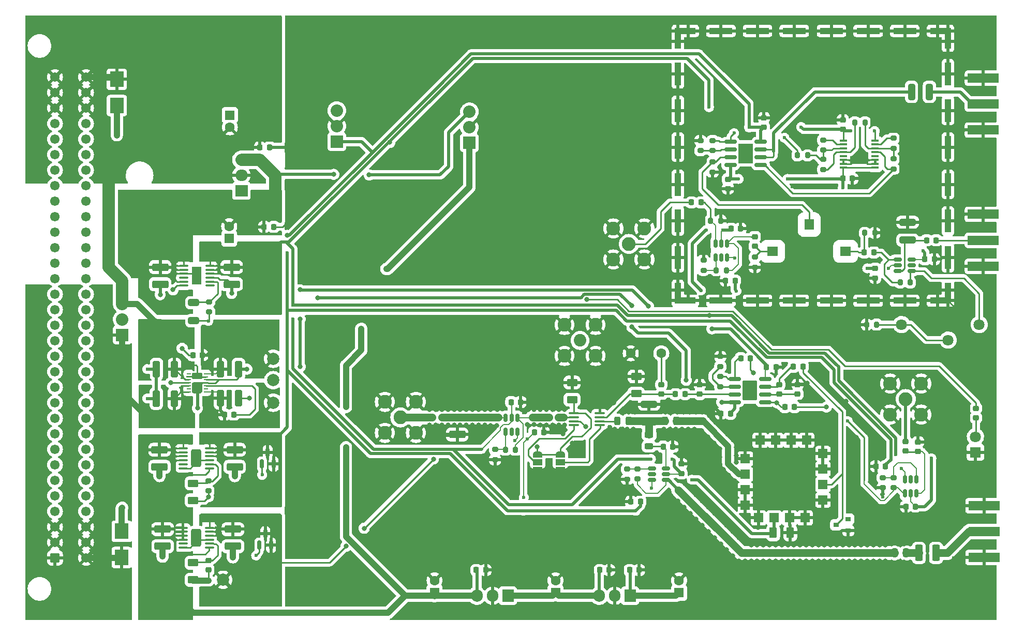
<source format=gbr>
G04 #@! TF.GenerationSoftware,KiCad,Pcbnew,(6.0.7)*
G04 #@! TF.CreationDate,2023-06-15T16:05:57+02:00*
G04 #@! TF.ProjectId,MTS_module,4d54535f-6d6f-4647-956c-652e6b696361,1.3.3*
G04 #@! TF.SameCoordinates,Original*
G04 #@! TF.FileFunction,Copper,L1,Top*
G04 #@! TF.FilePolarity,Positive*
%FSLAX46Y46*%
G04 Gerber Fmt 4.6, Leading zero omitted, Abs format (unit mm)*
G04 Created by KiCad (PCBNEW (6.0.7)) date 2023-06-15 16:05:57*
%MOMM*%
%LPD*%
G01*
G04 APERTURE LIST*
G04 Aperture macros list*
%AMRoundRect*
0 Rectangle with rounded corners*
0 $1 Rounding radius*
0 $2 $3 $4 $5 $6 $7 $8 $9 X,Y pos of 4 corners*
0 Add a 4 corners polygon primitive as box body*
4,1,4,$2,$3,$4,$5,$6,$7,$8,$9,$2,$3,0*
0 Add four circle primitives for the rounded corners*
1,1,$1+$1,$2,$3*
1,1,$1+$1,$4,$5*
1,1,$1+$1,$6,$7*
1,1,$1+$1,$8,$9*
0 Add four rect primitives between the rounded corners*
20,1,$1+$1,$2,$3,$4,$5,0*
20,1,$1+$1,$4,$5,$6,$7,0*
20,1,$1+$1,$6,$7,$8,$9,0*
20,1,$1+$1,$8,$9,$2,$3,0*%
%AMFreePoly0*
4,1,22,0.550000,-0.750000,0.000000,-0.750000,0.000000,-0.745033,-0.079941,-0.743568,-0.215256,-0.701293,-0.333266,-0.622738,-0.424486,-0.514219,-0.481581,-0.384460,-0.499164,-0.250000,-0.500000,-0.250000,-0.500000,0.250000,-0.499164,0.250000,-0.499963,0.256109,-0.478152,0.396186,-0.417904,0.524511,-0.324060,0.630769,-0.204165,0.706417,-0.067858,0.745374,0.000000,0.744959,0.000000,0.750000,
0.550000,0.750000,0.550000,-0.750000,0.550000,-0.750000,$1*%
%AMFreePoly1*
4,1,20,0.000000,0.744959,0.073905,0.744508,0.209726,0.703889,0.328688,0.626782,0.421226,0.519385,0.479903,0.390333,0.500000,0.250000,0.500000,-0.250000,0.499851,-0.262216,0.476331,-0.402017,0.414519,-0.529596,0.319384,-0.634700,0.198574,-0.708877,0.061801,-0.746166,0.000000,-0.745033,0.000000,-0.750000,-0.550000,-0.750000,-0.550000,0.750000,0.000000,0.750000,0.000000,0.744959,
0.000000,0.744959,$1*%
%AMFreePoly2*
4,1,38,0.670671,0.870970,0.751777,0.816777,0.805970,0.735671,0.825000,0.640000,0.825000,-0.640000,0.805970,-0.735671,0.751777,-0.816777,0.670671,-0.870970,0.575000,-0.890000,-0.780000,-0.890000,-0.880000,-0.915000,-1.750000,-0.915000,-1.750000,-0.665000,-1.075500,-0.665000,-1.075436,-0.664844,-1.075387,-0.664683,-1.075364,-0.664671,-1.075354,-0.664646,-1.075199,-0.664582,-1.075050,-0.664502,
-1.025101,-0.659508,-0.977199,-0.644539,-0.935281,-0.621584,-0.897355,-0.590644,-0.866421,-0.551727,-0.844465,-0.510809,-0.830492,-0.463901,-0.825497,-0.414950,-0.825420,-0.414807,-0.825354,-0.414646,-0.825329,-0.414636,-0.825316,-0.414612,-0.825157,-0.414565,-0.825000,-0.414500,-0.825000,0.640000,-0.575000,0.890000,0.575000,0.890000,0.670671,0.870970,0.670671,0.870970,$1*%
%AMFreePoly3*
4,1,25,0.670671,0.515970,0.751777,0.461777,0.805970,0.380671,0.825000,0.285000,0.825000,0.270000,1.750000,0.270000,1.750000,0.020000,0.825000,0.020000,0.825000,-0.285000,0.805970,-0.380671,0.751777,-0.461777,0.670671,-0.515970,0.575000,-0.535000,-0.575000,-0.535000,-0.670671,-0.515970,-0.751777,-0.461777,-0.805970,-0.380671,-0.825000,-0.285000,-0.825000,0.285000,-0.805970,0.380671,
-0.751777,0.461777,-0.670671,0.515970,-0.575000,0.535000,0.575000,0.535000,0.670671,0.515970,0.670671,0.515970,$1*%
G04 Aperture macros list end*
G04 #@! TA.AperFunction,ComponentPad*
%ADD10RoundRect,0.249999X0.525001X-0.525001X0.525001X0.525001X-0.525001X0.525001X-0.525001X-0.525001X0*%
G04 #@! TD*
G04 #@! TA.AperFunction,ComponentPad*
%ADD11C,1.550000*%
G04 #@! TD*
G04 #@! TA.AperFunction,SMDPad,CuDef*
%ADD12RoundRect,0.250000X-1.075000X0.375000X-1.075000X-0.375000X1.075000X-0.375000X1.075000X0.375000X0*%
G04 #@! TD*
G04 #@! TA.AperFunction,SMDPad,CuDef*
%ADD13RoundRect,0.250000X-0.625000X0.375000X-0.625000X-0.375000X0.625000X-0.375000X0.625000X0.375000X0*%
G04 #@! TD*
G04 #@! TA.AperFunction,SMDPad,CuDef*
%ADD14RoundRect,0.218750X0.218750X0.256250X-0.218750X0.256250X-0.218750X-0.256250X0.218750X-0.256250X0*%
G04 #@! TD*
G04 #@! TA.AperFunction,SMDPad,CuDef*
%ADD15RoundRect,0.225000X0.250000X-0.225000X0.250000X0.225000X-0.250000X0.225000X-0.250000X-0.225000X0*%
G04 #@! TD*
G04 #@! TA.AperFunction,SMDPad,CuDef*
%ADD16RoundRect,0.250000X0.625000X-0.375000X0.625000X0.375000X-0.625000X0.375000X-0.625000X-0.375000X0*%
G04 #@! TD*
G04 #@! TA.AperFunction,ComponentPad*
%ADD17C,1.600000*%
G04 #@! TD*
G04 #@! TA.AperFunction,SMDPad,CuDef*
%ADD18RoundRect,0.243750X0.243750X0.456250X-0.243750X0.456250X-0.243750X-0.456250X0.243750X-0.456250X0*%
G04 #@! TD*
G04 #@! TA.AperFunction,SMDPad,CuDef*
%ADD19RoundRect,0.218750X-0.218750X-0.256250X0.218750X-0.256250X0.218750X0.256250X-0.218750X0.256250X0*%
G04 #@! TD*
G04 #@! TA.AperFunction,SMDPad,CuDef*
%ADD20RoundRect,0.243750X0.456250X-0.243750X0.456250X0.243750X-0.456250X0.243750X-0.456250X-0.243750X0*%
G04 #@! TD*
G04 #@! TA.AperFunction,ComponentPad*
%ADD21R,1.600000X1.600000*%
G04 #@! TD*
G04 #@! TA.AperFunction,ComponentPad*
%ADD22R,1.800000X1.800000*%
G04 #@! TD*
G04 #@! TA.AperFunction,ComponentPad*
%ADD23C,1.800000*%
G04 #@! TD*
G04 #@! TA.AperFunction,SMDPad,CuDef*
%ADD24R,0.900000X0.800000*%
G04 #@! TD*
G04 #@! TA.AperFunction,ComponentPad*
%ADD25C,2.250000*%
G04 #@! TD*
G04 #@! TA.AperFunction,SMDPad,CuDef*
%ADD26RoundRect,0.200000X-0.275000X0.200000X-0.275000X-0.200000X0.275000X-0.200000X0.275000X0.200000X0*%
G04 #@! TD*
G04 #@! TA.AperFunction,SMDPad,CuDef*
%ADD27RoundRect,0.218750X-0.256250X0.218750X-0.256250X-0.218750X0.256250X-0.218750X0.256250X0.218750X0*%
G04 #@! TD*
G04 #@! TA.AperFunction,SMDPad,CuDef*
%ADD28RoundRect,0.218750X0.256250X-0.218750X0.256250X0.218750X-0.256250X0.218750X-0.256250X-0.218750X0*%
G04 #@! TD*
G04 #@! TA.AperFunction,SMDPad,CuDef*
%ADD29RoundRect,0.250000X1.075000X-0.312500X1.075000X0.312500X-1.075000X0.312500X-1.075000X-0.312500X0*%
G04 #@! TD*
G04 #@! TA.AperFunction,SMDPad,CuDef*
%ADD30RoundRect,0.250000X0.375000X1.075000X-0.375000X1.075000X-0.375000X-1.075000X0.375000X-1.075000X0*%
G04 #@! TD*
G04 #@! TA.AperFunction,ComponentPad*
%ADD31C,2.000000*%
G04 #@! TD*
G04 #@! TA.AperFunction,ComponentPad*
%ADD32R,1.905000X2.000000*%
G04 #@! TD*
G04 #@! TA.AperFunction,ComponentPad*
%ADD33O,1.905000X2.000000*%
G04 #@! TD*
G04 #@! TA.AperFunction,SMDPad,CuDef*
%ADD34RoundRect,0.100000X-0.625000X-0.100000X0.625000X-0.100000X0.625000X0.100000X-0.625000X0.100000X0*%
G04 #@! TD*
G04 #@! TA.AperFunction,SMDPad,CuDef*
%ADD35RoundRect,0.249999X-0.575001X-1.175001X0.575001X-1.175001X0.575001X1.175001X-0.575001X1.175001X0*%
G04 #@! TD*
G04 #@! TA.AperFunction,SMDPad,CuDef*
%ADD36RoundRect,0.100000X-0.712500X-0.100000X0.712500X-0.100000X0.712500X0.100000X-0.712500X0.100000X0*%
G04 #@! TD*
G04 #@! TA.AperFunction,SMDPad,CuDef*
%ADD37R,1.500000X1.500000*%
G04 #@! TD*
G04 #@! TA.AperFunction,SMDPad,CuDef*
%ADD38RoundRect,0.250000X0.375000X0.625000X-0.375000X0.625000X-0.375000X-0.625000X0.375000X-0.625000X0*%
G04 #@! TD*
G04 #@! TA.AperFunction,SMDPad,CuDef*
%ADD39RoundRect,0.225000X-0.225000X-0.250000X0.225000X-0.250000X0.225000X0.250000X-0.225000X0.250000X0*%
G04 #@! TD*
G04 #@! TA.AperFunction,SMDPad,CuDef*
%ADD40RoundRect,0.225000X-0.250000X0.225000X-0.250000X-0.225000X0.250000X-0.225000X0.250000X0.225000X0*%
G04 #@! TD*
G04 #@! TA.AperFunction,SMDPad,CuDef*
%ADD41R,2.300000X2.500000*%
G04 #@! TD*
G04 #@! TA.AperFunction,SMDPad,CuDef*
%ADD42R,5.080000X1.500000*%
G04 #@! TD*
G04 #@! TA.AperFunction,SMDPad,CuDef*
%ADD43R,1.000000X3.800000*%
G04 #@! TD*
G04 #@! TA.AperFunction,SMDPad,CuDef*
%ADD44R,3.800000X1.000000*%
G04 #@! TD*
G04 #@! TA.AperFunction,SMDPad,CuDef*
%ADD45R,1.000000X1.000000*%
G04 #@! TD*
G04 #@! TA.AperFunction,SMDPad,CuDef*
%ADD46R,2.440000X1.000000*%
G04 #@! TD*
G04 #@! TA.AperFunction,SMDPad,CuDef*
%ADD47R,1.000000X2.440000*%
G04 #@! TD*
G04 #@! TA.AperFunction,SMDPad,CuDef*
%ADD48RoundRect,0.200000X0.200000X0.275000X-0.200000X0.275000X-0.200000X-0.275000X0.200000X-0.275000X0*%
G04 #@! TD*
G04 #@! TA.AperFunction,SMDPad,CuDef*
%ADD49RoundRect,0.250000X-1.075000X0.312500X-1.075000X-0.312500X1.075000X-0.312500X1.075000X0.312500X0*%
G04 #@! TD*
G04 #@! TA.AperFunction,SMDPad,CuDef*
%ADD50RoundRect,0.200000X0.275000X-0.200000X0.275000X0.200000X-0.275000X0.200000X-0.275000X-0.200000X0*%
G04 #@! TD*
G04 #@! TA.AperFunction,SMDPad,CuDef*
%ADD51RoundRect,0.200000X-0.200000X-0.275000X0.200000X-0.275000X0.200000X0.275000X-0.200000X0.275000X0*%
G04 #@! TD*
G04 #@! TA.AperFunction,SMDPad,CuDef*
%ADD52RoundRect,0.250000X0.312500X1.075000X-0.312500X1.075000X-0.312500X-1.075000X0.312500X-1.075000X0*%
G04 #@! TD*
G04 #@! TA.AperFunction,SMDPad,CuDef*
%ADD53RoundRect,0.150000X-0.825000X-0.150000X0.825000X-0.150000X0.825000X0.150000X-0.825000X0.150000X0*%
G04 #@! TD*
G04 #@! TA.AperFunction,SMDPad,CuDef*
%ADD54R,2.410000X3.300000*%
G04 #@! TD*
G04 #@! TA.AperFunction,SMDPad,CuDef*
%ADD55RoundRect,0.150000X-0.512500X-0.150000X0.512500X-0.150000X0.512500X0.150000X-0.512500X0.150000X0*%
G04 #@! TD*
G04 #@! TA.AperFunction,SMDPad,CuDef*
%ADD56R,1.200000X0.400000*%
G04 #@! TD*
G04 #@! TA.AperFunction,ComponentPad*
%ADD57R,2.032000X2.032000*%
G04 #@! TD*
G04 #@! TA.AperFunction,ComponentPad*
%ADD58C,2.032000*%
G04 #@! TD*
G04 #@! TA.AperFunction,SMDPad,CuDef*
%ADD59RoundRect,0.225000X0.225000X0.250000X-0.225000X0.250000X-0.225000X-0.250000X0.225000X-0.250000X0*%
G04 #@! TD*
G04 #@! TA.AperFunction,SMDPad,CuDef*
%ADD60RoundRect,0.250000X-0.650000X0.325000X-0.650000X-0.325000X0.650000X-0.325000X0.650000X0.325000X0*%
G04 #@! TD*
G04 #@! TA.AperFunction,SMDPad,CuDef*
%ADD61R,1.650000X2.850000*%
G04 #@! TD*
G04 #@! TA.AperFunction,SMDPad,CuDef*
%ADD62RoundRect,0.150000X-0.150000X0.512500X-0.150000X-0.512500X0.150000X-0.512500X0.150000X0.512500X0*%
G04 #@! TD*
G04 #@! TA.AperFunction,SMDPad,CuDef*
%ADD63RoundRect,0.150000X0.150000X-0.512500X0.150000X0.512500X-0.150000X0.512500X-0.150000X-0.512500X0*%
G04 #@! TD*
G04 #@! TA.AperFunction,SMDPad,CuDef*
%ADD64R,1.778000X1.524000*%
G04 #@! TD*
G04 #@! TA.AperFunction,SMDPad,CuDef*
%ADD65R,1.524000X1.778000*%
G04 #@! TD*
G04 #@! TA.AperFunction,ComponentPad*
%ADD66C,1.016000*%
G04 #@! TD*
G04 #@! TA.AperFunction,SMDPad,CuDef*
%ADD67R,14.224000X3.683000*%
G04 #@! TD*
G04 #@! TA.AperFunction,SMDPad,CuDef*
%ADD68R,7.620000X4.470400*%
G04 #@! TD*
G04 #@! TA.AperFunction,SMDPad,CuDef*
%ADD69R,5.207000X3.683000*%
G04 #@! TD*
G04 #@! TA.AperFunction,ComponentPad*
%ADD70R,2.000000X1.905000*%
G04 #@! TD*
G04 #@! TA.AperFunction,ComponentPad*
%ADD71O,2.000000X1.905000*%
G04 #@! TD*
G04 #@! TA.AperFunction,ComponentPad*
%ADD72C,2.050000*%
G04 #@! TD*
G04 #@! TA.AperFunction,SMDPad,CuDef*
%ADD73RoundRect,0.249997X-0.955003X-1.400003X0.955003X-1.400003X0.955003X1.400003X-0.955003X1.400003X0*%
G04 #@! TD*
G04 #@! TA.AperFunction,SMDPad,CuDef*
%ADD74RoundRect,0.250000X0.325000X1.100000X-0.325000X1.100000X-0.325000X-1.100000X0.325000X-1.100000X0*%
G04 #@! TD*
G04 #@! TA.AperFunction,SMDPad,CuDef*
%ADD75RoundRect,0.250000X-0.325000X-1.100000X0.325000X-1.100000X0.325000X1.100000X-0.325000X1.100000X0*%
G04 #@! TD*
G04 #@! TA.AperFunction,SMDPad,CuDef*
%ADD76RoundRect,0.150000X0.150000X-0.587500X0.150000X0.587500X-0.150000X0.587500X-0.150000X-0.587500X0*%
G04 #@! TD*
G04 #@! TA.AperFunction,SMDPad,CuDef*
%ADD77RoundRect,0.250000X0.250000X0.475000X-0.250000X0.475000X-0.250000X-0.475000X0.250000X-0.475000X0*%
G04 #@! TD*
G04 #@! TA.AperFunction,SMDPad,CuDef*
%ADD78FreePoly0,270.000000*%
G04 #@! TD*
G04 #@! TA.AperFunction,SMDPad,CuDef*
%ADD79R,1.500000X1.000000*%
G04 #@! TD*
G04 #@! TA.AperFunction,SMDPad,CuDef*
%ADD80FreePoly1,270.000000*%
G04 #@! TD*
G04 #@! TA.AperFunction,SMDPad,CuDef*
%ADD81RoundRect,0.150000X0.512500X0.150000X-0.512500X0.150000X-0.512500X-0.150000X0.512500X-0.150000X0*%
G04 #@! TD*
G04 #@! TA.AperFunction,SMDPad,CuDef*
%ADD82R,0.700000X0.250000*%
G04 #@! TD*
G04 #@! TA.AperFunction,SMDPad,CuDef*
%ADD83FreePoly2,180.000000*%
G04 #@! TD*
G04 #@! TA.AperFunction,SMDPad,CuDef*
%ADD84FreePoly3,180.000000*%
G04 #@! TD*
G04 #@! TA.AperFunction,ViaPad*
%ADD85C,0.600000*%
G04 #@! TD*
G04 #@! TA.AperFunction,ViaPad*
%ADD86C,0.800000*%
G04 #@! TD*
G04 #@! TA.AperFunction,Conductor*
%ADD87C,0.250000*%
G04 #@! TD*
G04 #@! TA.AperFunction,Conductor*
%ADD88C,1.000000*%
G04 #@! TD*
G04 #@! TA.AperFunction,Conductor*
%ADD89C,0.500000*%
G04 #@! TD*
G04 #@! TA.AperFunction,Conductor*
%ADD90C,0.200000*%
G04 #@! TD*
G04 #@! TA.AperFunction,Conductor*
%ADD91C,1.300000*%
G04 #@! TD*
G04 #@! TA.AperFunction,Conductor*
%ADD92C,2.000000*%
G04 #@! TD*
G04 APERTURE END LIST*
D10*
X85400000Y-134300000D03*
D11*
X85400000Y-131760000D03*
X85400000Y-129220000D03*
X85400000Y-126680000D03*
X85400000Y-124140000D03*
X85400000Y-121600000D03*
X85400000Y-119060000D03*
X85400000Y-116520000D03*
X85400000Y-113980000D03*
X85400000Y-111440000D03*
X85400000Y-108900000D03*
X85400000Y-106360000D03*
X85400000Y-103820000D03*
X85400000Y-101280000D03*
X85400000Y-98740000D03*
X85400000Y-96200000D03*
X85400000Y-93660000D03*
X85400000Y-91120000D03*
X85400000Y-88580000D03*
X85400000Y-86040000D03*
X85400000Y-83500000D03*
X85400000Y-80960000D03*
X85400000Y-78420000D03*
X85400000Y-75880000D03*
X85400000Y-73340000D03*
X85400000Y-70800000D03*
X85400000Y-68260000D03*
X85400000Y-65720000D03*
X85400000Y-63180000D03*
X85400000Y-60640000D03*
X85400000Y-58100000D03*
X85400000Y-55560000D03*
X90480000Y-134300000D03*
X90480000Y-131760000D03*
X90480000Y-129220000D03*
X90480000Y-126680000D03*
X90480000Y-124140000D03*
X90480000Y-121600000D03*
X90480000Y-119060000D03*
X90480000Y-116520000D03*
X90480000Y-113980000D03*
X90480000Y-111440000D03*
X90480000Y-108900000D03*
X90480000Y-106360000D03*
X90480000Y-103820000D03*
X90480000Y-101280000D03*
X90480000Y-98740000D03*
X90480000Y-96200000D03*
X90480000Y-93660000D03*
X90480000Y-91120000D03*
X90480000Y-88580000D03*
X90480000Y-86040000D03*
X90480000Y-83500000D03*
X90480000Y-80960000D03*
X90480000Y-78420000D03*
X90480000Y-75880000D03*
X90480000Y-73340000D03*
X90480000Y-70800000D03*
X90480000Y-68260000D03*
X90480000Y-65720000D03*
X90480000Y-63180000D03*
X90480000Y-60640000D03*
X90480000Y-58100000D03*
X90480000Y-55560000D03*
D12*
X102500000Y-116600000D03*
X102500000Y-119400000D03*
X103000000Y-129600000D03*
X103000000Y-132400000D03*
D13*
X108000000Y-122100000D03*
X108000000Y-124900000D03*
X108000000Y-135100000D03*
X108000000Y-137900000D03*
D14*
X165387500Y-113700000D03*
X163812500Y-113700000D03*
D12*
X114300000Y-86700000D03*
X114300000Y-89500000D03*
X114800000Y-116600000D03*
X114800000Y-119400000D03*
X114500000Y-129600000D03*
X114500000Y-132400000D03*
D14*
X148687500Y-111300000D03*
X147112500Y-111300000D03*
X167787500Y-111300000D03*
X166212500Y-111300000D03*
D13*
X170000000Y-105600000D03*
X170000000Y-108400000D03*
D15*
X224600000Y-116775000D03*
X224600000Y-115225000D03*
D16*
X180500000Y-107400000D03*
X180500000Y-104600000D03*
D17*
X184600000Y-100800000D03*
X179600000Y-100800000D03*
D18*
X179237500Y-111900000D03*
X177362500Y-111900000D03*
D15*
X190900000Y-107500000D03*
X190900000Y-105950000D03*
D18*
X187037500Y-111900000D03*
X185162500Y-111900000D03*
D19*
X194335400Y-110693200D03*
X195910400Y-110693200D03*
D14*
X203387500Y-103100000D03*
X201812500Y-103100000D03*
D20*
X182600000Y-116037500D03*
X182600000Y-114162500D03*
D19*
X224612500Y-125900000D03*
X226187500Y-125900000D03*
X219712500Y-119300000D03*
X221287500Y-119300000D03*
X179612500Y-125100000D03*
X181187500Y-125100000D03*
D21*
X187500000Y-140000000D03*
D17*
X187500000Y-138000000D03*
D19*
X179412500Y-136300000D03*
X180987500Y-136300000D03*
D21*
X167300000Y-140000000D03*
D17*
X167300000Y-138000000D03*
D19*
X174512500Y-136300000D03*
X176087500Y-136300000D03*
D21*
X147500000Y-140000000D03*
D17*
X147500000Y-138000000D03*
D19*
X154312500Y-136300000D03*
X155887500Y-136300000D03*
X118925000Y-67100000D03*
X120500000Y-67100000D03*
D21*
X113900000Y-82000000D03*
D17*
X113900000Y-80000000D03*
D19*
X119612500Y-80100000D03*
X121187500Y-80100000D03*
D22*
X236000000Y-117000000D03*
D23*
X236000000Y-114460000D03*
D24*
X215200000Y-129850000D03*
X215200000Y-127950000D03*
X213200000Y-128900000D03*
D25*
X141900000Y-111300000D03*
X144440000Y-113840000D03*
X144440000Y-108760000D03*
X139360000Y-108760000D03*
X139360000Y-113840000D03*
D26*
X110500000Y-121675000D03*
X110500000Y-123325000D03*
D27*
X110500000Y-134712500D03*
X110500000Y-136287500D03*
D12*
X151200000Y-111300000D03*
X151200000Y-114100000D03*
D27*
X236100000Y-109812500D03*
X236100000Y-111387500D03*
D28*
X226600000Y-116887500D03*
X226600000Y-115312500D03*
X184600000Y-107487500D03*
X184600000Y-105912500D03*
D14*
X188487500Y-107500000D03*
X186912500Y-107500000D03*
X206387500Y-109600000D03*
X204812500Y-109600000D03*
D29*
X182600000Y-112062500D03*
X182600000Y-109137500D03*
D19*
X197612500Y-101600000D03*
X199187500Y-101600000D03*
D27*
X206900000Y-105912500D03*
X206900000Y-107487500D03*
X203900000Y-105912500D03*
X203900000Y-107487500D03*
D19*
X184912500Y-116100000D03*
X186487500Y-116100000D03*
D30*
X229550000Y-133500000D03*
X226750000Y-133500000D03*
D14*
X207787500Y-103000000D03*
X206212500Y-103000000D03*
D31*
X112900000Y-137900000D03*
D32*
X179500000Y-140500000D03*
D33*
X176960000Y-140500000D03*
X174420000Y-140500000D03*
D32*
X159500000Y-140500000D03*
D33*
X156960000Y-140500000D03*
X154420000Y-140500000D03*
D34*
X106350000Y-116375000D03*
X106350000Y-117025000D03*
X106350000Y-117675000D03*
X106350000Y-118325000D03*
X106350000Y-118975000D03*
X106350000Y-119625000D03*
X110650000Y-119625000D03*
X110650000Y-118975000D03*
X110650000Y-118325000D03*
X110650000Y-117675000D03*
X110650000Y-117025000D03*
X110650000Y-116375000D03*
D35*
X108500000Y-118000000D03*
D34*
X106350000Y-129375000D03*
X106350000Y-130025000D03*
X106350000Y-130675000D03*
X106350000Y-131325000D03*
X106350000Y-131975000D03*
X106350000Y-132625000D03*
X110650000Y-132625000D03*
X110650000Y-131975000D03*
X110650000Y-131325000D03*
X110650000Y-130675000D03*
X110650000Y-130025000D03*
X110650000Y-129375000D03*
D35*
X108500000Y-131000000D03*
D36*
X170287500Y-110625000D03*
X170287500Y-111275000D03*
X170287500Y-111925000D03*
X170287500Y-112575000D03*
X174512500Y-112575000D03*
X174512500Y-111925000D03*
X174512500Y-111275000D03*
X174512500Y-110625000D03*
D27*
X187900000Y-118912500D03*
X187900000Y-120487500D03*
D37*
X211047000Y-124829000D03*
X211047000Y-122289000D03*
X211047000Y-119749000D03*
X211047000Y-117209000D03*
X208380000Y-115050000D03*
X205840000Y-115050000D03*
X203300000Y-115050000D03*
X200760000Y-115050000D03*
X198347000Y-118098000D03*
X198347000Y-120638000D03*
X198347000Y-123178000D03*
X198347000Y-125718000D03*
X200506000Y-127750000D03*
X203046000Y-127750000D03*
X205586000Y-127750000D03*
X208126000Y-127750000D03*
D38*
X205700000Y-130200000D03*
X202900000Y-130200000D03*
D12*
X102600000Y-86700000D03*
X102600000Y-89500000D03*
D39*
X228025000Y-82300000D03*
X229575000Y-82300000D03*
D40*
X219600000Y-86925000D03*
X219600000Y-88475000D03*
D39*
X227725000Y-85400000D03*
X229275000Y-85400000D03*
D40*
X214300000Y-62600000D03*
X214300000Y-64150000D03*
D39*
X189525000Y-76100000D03*
X191075000Y-76100000D03*
X214325000Y-72200000D03*
X215875000Y-72200000D03*
D40*
X195500000Y-72300000D03*
X195500000Y-73850000D03*
D15*
X201400000Y-63800000D03*
X201400000Y-62250000D03*
D41*
X95500000Y-55950000D03*
X95500000Y-60250000D03*
X96300000Y-134250000D03*
X96300000Y-129950000D03*
D42*
X237300000Y-82300000D03*
X237300000Y-78050000D03*
X237300000Y-86550000D03*
D25*
X179300000Y-82900000D03*
X181840000Y-80360000D03*
X176760000Y-85440000D03*
X181840000Y-85440000D03*
X176760000Y-80360000D03*
D43*
X231490000Y-55050000D03*
D44*
X218450000Y-48010000D03*
D43*
X231490000Y-73150000D03*
X187310000Y-67050000D03*
D44*
X212450000Y-92190000D03*
X224450000Y-48010000D03*
X212450000Y-48010000D03*
D45*
X187310000Y-48010000D03*
D44*
X224450000Y-92190000D03*
D45*
X187310000Y-92190000D03*
D43*
X187310000Y-73150000D03*
D46*
X229770000Y-48010000D03*
D44*
X206350000Y-48010000D03*
D47*
X231490000Y-49730000D03*
D43*
X187310000Y-79150000D03*
X231490000Y-85150000D03*
D45*
X231490000Y-92190000D03*
D47*
X231490000Y-90470000D03*
D43*
X187310000Y-55050000D03*
D45*
X231490000Y-48010000D03*
D44*
X194350000Y-92190000D03*
D43*
X187310000Y-61050000D03*
D47*
X187310000Y-49730000D03*
D44*
X218450000Y-92190000D03*
D43*
X231490000Y-79150000D03*
D44*
X200350000Y-92190000D03*
D46*
X189030000Y-92190000D03*
D43*
X231490000Y-61050000D03*
X231490000Y-67050000D03*
D44*
X194350000Y-48010000D03*
X200350000Y-48010000D03*
D46*
X229770000Y-92190000D03*
X189030000Y-48010000D03*
D43*
X187310000Y-85150000D03*
D44*
X206350000Y-92190000D03*
D47*
X187310000Y-90470000D03*
D48*
X160725000Y-116600000D03*
X159075000Y-116600000D03*
D26*
X191000000Y-65975000D03*
X191000000Y-67625000D03*
D49*
X224900000Y-79337500D03*
X224900000Y-82262500D03*
D50*
X193000000Y-67625000D03*
X193000000Y-65975000D03*
D51*
X218175000Y-96100000D03*
X219825000Y-96100000D03*
X223675000Y-89200000D03*
X225325000Y-89200000D03*
D50*
X193000000Y-71125000D03*
X193000000Y-69475000D03*
D52*
X228462500Y-58000000D03*
X225537500Y-58000000D03*
D48*
X208525000Y-68400000D03*
X206875000Y-68400000D03*
D51*
X216275000Y-63000000D03*
X217925000Y-63000000D03*
D26*
X211100000Y-69075000D03*
X211100000Y-70725000D03*
X222600000Y-68975000D03*
X222600000Y-70625000D03*
X211100000Y-65900000D03*
X211100000Y-67550000D03*
D50*
X222600000Y-67250000D03*
X222600000Y-65600000D03*
D23*
X223925000Y-96100000D03*
X231545000Y-98640000D03*
X236625000Y-96100000D03*
D53*
X195925000Y-66195000D03*
X195925000Y-67465000D03*
X195925000Y-68735000D03*
X195925000Y-70005000D03*
X200875000Y-70005000D03*
X200875000Y-68735000D03*
X200875000Y-67465000D03*
X200875000Y-66195000D03*
D54*
X198400000Y-68100000D03*
D55*
X223262500Y-85450000D03*
X223262500Y-86400000D03*
X223262500Y-87350000D03*
X225537500Y-87350000D03*
X225537500Y-86400000D03*
X225537500Y-85450000D03*
D56*
X214400000Y-65977500D03*
X214400000Y-66612500D03*
X214400000Y-67247500D03*
X214400000Y-67882500D03*
X214400000Y-68517500D03*
X214400000Y-69152500D03*
X214400000Y-69787500D03*
X214400000Y-70422500D03*
X219600000Y-70422500D03*
X219600000Y-69787500D03*
X219600000Y-69152500D03*
X219600000Y-68517500D03*
X219600000Y-67882500D03*
X219600000Y-67247500D03*
X219600000Y-66612500D03*
X219600000Y-65977500D03*
D42*
X237300000Y-60000000D03*
X237300000Y-55750000D03*
X237300000Y-64250000D03*
X237400000Y-130000000D03*
X237400000Y-125750000D03*
X237400000Y-134250000D03*
D57*
X131500000Y-66140000D03*
D58*
X131500000Y-63600000D03*
X131500000Y-61060000D03*
D57*
X96400000Y-97800000D03*
D58*
X96400000Y-95260000D03*
X96400000Y-92720000D03*
D59*
X161575000Y-108800000D03*
X160025000Y-108800000D03*
D60*
X108100000Y-92525000D03*
X108100000Y-95475000D03*
D59*
X196675000Y-88900000D03*
X195125000Y-88900000D03*
D39*
X196025000Y-80400000D03*
X197575000Y-80400000D03*
D26*
X110600000Y-92375000D03*
X110600000Y-94025000D03*
X157400000Y-116575000D03*
X157400000Y-118225000D03*
X220800000Y-121175000D03*
X220800000Y-122825000D03*
D50*
X222600000Y-122825000D03*
X222600000Y-121175000D03*
D48*
X195225000Y-87200000D03*
X193575000Y-87200000D03*
D26*
X191500000Y-85575000D03*
X191500000Y-87225000D03*
D34*
X106450000Y-86475000D03*
X106450000Y-87125000D03*
X106450000Y-87775000D03*
X106450000Y-88425000D03*
X106450000Y-89075000D03*
X106450000Y-89725000D03*
X110750000Y-89725000D03*
X110750000Y-89075000D03*
X110750000Y-88425000D03*
X110750000Y-87775000D03*
X110750000Y-87125000D03*
X110750000Y-86475000D03*
D61*
X108600000Y-88100000D03*
D62*
X161050000Y-111362500D03*
X160100000Y-111362500D03*
X159150000Y-111362500D03*
X159150000Y-113637500D03*
X160100000Y-113637500D03*
X161050000Y-113637500D03*
D63*
X224450000Y-123737500D03*
X225400000Y-123737500D03*
X226350000Y-123737500D03*
X226350000Y-121462500D03*
X225400000Y-121462500D03*
X224450000Y-121462500D03*
D62*
X195350000Y-82862500D03*
X194400000Y-82862500D03*
X193450000Y-82862500D03*
X193450000Y-85137500D03*
X194400000Y-85137500D03*
X195350000Y-85137500D03*
D64*
X202831000Y-84112000D03*
X214769000Y-84112000D03*
D65*
X208800000Y-79730500D03*
D66*
X211975000Y-79032000D03*
X207530000Y-89192000D03*
D67*
X208800000Y-87858500D03*
D66*
X215404000Y-87922000D03*
X215404000Y-86652000D03*
D68*
X208800000Y-84112000D03*
D66*
X213880000Y-89192000D03*
X211975000Y-83477000D03*
D65*
X208800000Y-88493500D03*
D66*
X208165000Y-82842000D03*
X208165000Y-86652000D03*
X214515000Y-79032000D03*
X210070000Y-89192000D03*
X209435000Y-86652000D03*
X205625000Y-79032000D03*
X202196000Y-80302000D03*
X205625000Y-84747000D03*
D69*
X204291500Y-80365500D03*
D66*
X205625000Y-89192000D03*
X211975000Y-89192000D03*
X211975000Y-84747000D03*
X215404000Y-80302000D03*
X203720000Y-89192000D03*
X209435000Y-82842000D03*
X202196000Y-81572000D03*
X202196000Y-86652000D03*
X202196000Y-87922000D03*
X203085000Y-79032000D03*
X215404000Y-81572000D03*
D69*
X213308500Y-80365500D03*
D66*
X205625000Y-83477000D03*
D65*
X213245000Y-79730500D03*
X204355000Y-79730500D03*
D70*
X115900000Y-74200000D03*
D71*
X115900000Y-71660000D03*
X115900000Y-69120000D03*
D72*
X171300000Y-98700000D03*
D25*
X173840000Y-101240000D03*
X168760000Y-101240000D03*
X168760000Y-96160000D03*
X173840000Y-96160000D03*
D48*
X194325000Y-79100000D03*
X192675000Y-79100000D03*
D53*
X196625000Y-104995000D03*
X196625000Y-106265000D03*
X196625000Y-107535000D03*
X196625000Y-108805000D03*
X201575000Y-108805000D03*
X201575000Y-107535000D03*
X201575000Y-106265000D03*
X201575000Y-104995000D03*
D73*
X199100000Y-106900000D03*
D57*
X153200000Y-66340000D03*
D58*
X153200000Y-63800000D03*
X153200000Y-61260000D03*
D25*
X224600000Y-108300000D03*
X222060000Y-110840000D03*
X222060000Y-105760000D03*
X227140000Y-110840000D03*
X227140000Y-105760000D03*
D21*
X114000000Y-61800000D03*
D17*
X114000000Y-63800000D03*
D74*
X104902000Y-108204000D03*
X101952000Y-108204000D03*
D31*
X121100000Y-105205200D03*
D39*
X107950000Y-101117400D03*
X109500000Y-101117400D03*
D31*
X121100000Y-108888200D03*
D75*
X102002800Y-103403400D03*
X104952800Y-103403400D03*
D74*
X115417600Y-103403400D03*
X112467600Y-103403400D03*
D76*
X118850000Y-132237500D03*
X120750000Y-132237500D03*
X119800000Y-130362500D03*
D48*
X219525000Y-81100000D03*
X217875000Y-81100000D03*
D77*
X224650000Y-133500000D03*
X222750000Y-133500000D03*
D78*
X164388800Y-117343400D03*
D79*
X164388800Y-118643400D03*
D80*
X164388800Y-119943400D03*
D81*
X185337500Y-121550000D03*
X185337500Y-120600000D03*
X185337500Y-119650000D03*
X183062500Y-119650000D03*
X183062500Y-120600000D03*
X183062500Y-121550000D03*
D50*
X180700000Y-121400000D03*
X180700000Y-119750000D03*
D31*
X121100000Y-101700000D03*
D39*
X217825000Y-84300000D03*
X219375000Y-84300000D03*
D50*
X194259200Y-102971600D03*
X194259200Y-101321600D03*
D76*
X119250000Y-118937500D03*
X121150000Y-118937500D03*
X120200000Y-117062500D03*
D75*
X112433400Y-108178600D03*
X115383400Y-108178600D03*
D26*
X179000000Y-119775000D03*
X179000000Y-121425000D03*
D15*
X199900000Y-83275000D03*
X199900000Y-81725000D03*
D78*
X168097200Y-117343400D03*
D79*
X168097200Y-118643400D03*
D80*
X168097200Y-119943400D03*
D50*
X194259200Y-106273600D03*
X194259200Y-104623600D03*
D39*
X113106200Y-110845600D03*
X114656200Y-110845600D03*
D50*
X199900000Y-86725000D03*
X199900000Y-85075000D03*
D82*
X110061200Y-107140600D03*
X110061200Y-106640600D03*
X110061200Y-106140600D03*
D83*
X108661200Y-106430600D03*
D82*
X110061200Y-105140600D03*
X110061200Y-104640600D03*
X110061200Y-104140600D03*
X107261200Y-104140600D03*
D84*
X108661200Y-104495600D03*
D82*
X107261200Y-105140600D03*
X107261200Y-105640600D03*
X107261200Y-106140600D03*
X107261200Y-106640600D03*
X107261200Y-107140600D03*
D85*
X108500000Y-131000000D03*
X108500000Y-130000000D03*
X108500000Y-118000000D03*
X108500000Y-117000000D03*
D86*
X147700000Y-110000000D03*
X148700000Y-110000000D03*
X149700000Y-110000000D03*
X150700000Y-110000000D03*
X151700000Y-110000000D03*
X152700000Y-110000000D03*
X153700000Y-110000000D03*
X154700000Y-110000000D03*
X155700000Y-110000000D03*
X164800000Y-110000000D03*
X165800000Y-110000000D03*
X166800000Y-110000000D03*
X167800000Y-110000000D03*
X168800000Y-110000000D03*
X147700000Y-112550000D03*
X148700000Y-112550000D03*
X149700000Y-112550000D03*
X150700000Y-112550000D03*
X151700000Y-112550000D03*
X152700000Y-112550000D03*
X153700000Y-112550000D03*
X154700000Y-112550000D03*
X155700000Y-112550000D03*
X164800000Y-112550000D03*
X165800000Y-112550000D03*
X166800000Y-112550000D03*
X167800000Y-112550000D03*
X168800000Y-112550000D03*
X178262653Y-110462653D03*
X179262653Y-110462653D03*
X180262653Y-110462653D03*
X180300000Y-109400000D03*
X185100000Y-109600000D03*
X185262653Y-110462653D03*
X186262653Y-110462653D03*
X187262653Y-110462653D03*
X188262653Y-110462653D03*
X189262653Y-110462653D03*
X190262653Y-110462653D03*
X191262653Y-110462653D03*
X194462653Y-113100000D03*
X195462653Y-114100000D03*
X193462653Y-112100000D03*
X178000000Y-113225002D03*
X179000000Y-113225002D03*
X180000000Y-113225002D03*
X185000000Y-113225002D03*
X186000000Y-113225002D03*
X187000000Y-113225002D03*
X188000000Y-113225002D03*
X189000000Y-113225002D03*
X190000000Y-113225002D03*
X191200000Y-113500000D03*
X192200000Y-114500000D03*
X193200000Y-115500000D03*
X192462653Y-111062653D03*
X224300000Y-132000000D03*
X223300000Y-132000000D03*
X222300000Y-132000000D03*
X221300000Y-132200000D03*
X220300000Y-132200000D03*
X219300000Y-132200000D03*
X218300000Y-132200000D03*
X217300000Y-132200000D03*
X216300000Y-132200000D03*
X215300000Y-132200000D03*
X214300000Y-132200000D03*
X213300000Y-132200000D03*
X212300000Y-132200000D03*
X211300000Y-132200000D03*
X210300000Y-132200000D03*
X209300000Y-132200000D03*
X208300000Y-132200000D03*
X207300000Y-132200000D03*
X206300000Y-132200000D03*
X205300000Y-132200000D03*
X204300000Y-132200000D03*
X203300000Y-132200000D03*
X202300000Y-132200000D03*
X201300000Y-132200000D03*
X200300000Y-132200000D03*
X199300000Y-132200000D03*
X198300000Y-131700000D03*
X197300000Y-131000000D03*
X196300000Y-130000000D03*
X195300000Y-129000000D03*
X193300000Y-127000000D03*
X192300000Y-126000000D03*
X191300000Y-125000000D03*
X190300000Y-124000000D03*
X189300000Y-123000000D03*
X194300000Y-128000000D03*
X224300000Y-135000000D03*
X223300000Y-135000000D03*
X222300000Y-135000000D03*
X221300000Y-134800000D03*
X220300000Y-134800000D03*
X219300000Y-134800000D03*
X218300000Y-134800000D03*
X217300000Y-134800000D03*
X216300000Y-134800000D03*
X215300000Y-134800000D03*
X214300000Y-134800000D03*
X213300000Y-134800000D03*
X212300000Y-134800000D03*
X211300000Y-134800000D03*
X210300000Y-134800000D03*
X209300000Y-134800000D03*
X208300000Y-134800000D03*
X207300000Y-134800000D03*
X206300000Y-134800000D03*
X205300000Y-134800000D03*
X204300000Y-134800000D03*
X203300000Y-134800000D03*
X202300000Y-134800000D03*
X201300000Y-134800000D03*
X200300000Y-134800000D03*
X199300000Y-134800000D03*
X198300000Y-134800000D03*
X197300000Y-134800000D03*
X196300000Y-134000000D03*
X195300000Y-133000000D03*
X194300000Y-132000000D03*
X193300000Y-131000000D03*
X192300000Y-130000000D03*
X191300000Y-129000000D03*
X190300000Y-128000000D03*
X189300000Y-127000000D03*
X188300000Y-126000000D03*
X187300000Y-125000000D03*
X183000000Y-131500000D03*
X183000000Y-129500000D03*
X183000000Y-127500000D03*
X183000000Y-125500000D03*
X134400000Y-130000000D03*
X134400000Y-128000000D03*
X134400000Y-126000000D03*
X134400000Y-124000000D03*
X134400000Y-122000000D03*
X134400000Y-120000000D03*
X134400000Y-117500000D03*
X134400000Y-110000000D03*
X134400000Y-108000000D03*
X134400000Y-106000000D03*
X136700000Y-103700000D03*
X138700000Y-103700000D03*
X140700000Y-103700000D03*
X142700000Y-103700000D03*
X144700000Y-103700000D03*
X146700000Y-103700000D03*
X148700000Y-103700000D03*
X150700000Y-103700000D03*
X152700000Y-103700000D03*
X154700000Y-103700000D03*
X156700000Y-103700000D03*
X165700000Y-103800000D03*
X167700000Y-103800000D03*
X136400000Y-132000000D03*
X138400000Y-132000000D03*
X140400000Y-132000000D03*
X142400000Y-132000000D03*
X144400000Y-132000000D03*
X146400000Y-132000000D03*
X148400000Y-132000000D03*
X150400000Y-132000000D03*
X152400000Y-132000000D03*
X154400000Y-132000000D03*
X156400000Y-132000000D03*
X165500000Y-132000000D03*
X167500000Y-132000000D03*
X169500000Y-132000000D03*
X171500000Y-132000000D03*
X173500000Y-132000000D03*
X175500000Y-132000000D03*
X177500000Y-132000000D03*
X179500000Y-132000000D03*
X181500000Y-132000000D03*
X214800000Y-108700000D03*
X215600000Y-110700000D03*
X216500000Y-114600000D03*
X216500000Y-116600000D03*
X216500000Y-118600000D03*
X216500000Y-120600000D03*
X216500000Y-122600000D03*
X216500000Y-124600000D03*
X216500000Y-126600000D03*
X216500000Y-128600000D03*
X216500000Y-130600000D03*
X214700000Y-94900000D03*
X214700000Y-95900000D03*
X214700000Y-96900000D03*
X214700000Y-97900000D03*
X214700000Y-98900000D03*
X214700000Y-99900000D03*
X214700000Y-100900000D03*
X215700000Y-100900000D03*
X216700000Y-100900000D03*
X217700000Y-100900000D03*
X218700000Y-100900000D03*
X219700000Y-100900000D03*
X220700000Y-100900000D03*
X221700000Y-100900000D03*
X222700000Y-100900000D03*
X223700000Y-100900000D03*
X224700000Y-100900000D03*
X225700000Y-100900000D03*
X226700000Y-100900000D03*
X227700000Y-100900000D03*
X228700000Y-100900000D03*
X229700000Y-100900000D03*
X230700000Y-100900000D03*
X231700000Y-100900000D03*
X232700000Y-100900000D03*
X233700000Y-100900000D03*
X234700000Y-100900000D03*
X235700000Y-100900000D03*
X236700000Y-100900000D03*
X237700000Y-100900000D03*
X238700000Y-100900000D03*
X170000000Y-115500000D03*
X194800000Y-119800000D03*
D85*
X237000000Y-57500000D03*
D86*
X168500000Y-114000000D03*
X161000000Y-103700000D03*
D85*
X233500000Y-129400000D03*
D86*
X177500000Y-136300000D03*
X194132200Y-118897400D03*
D85*
X100500000Y-103400000D03*
D86*
X196392800Y-114985800D03*
D85*
X233500000Y-135000000D03*
D86*
X205586466Y-118850400D03*
D85*
X223300000Y-125900000D03*
D86*
X127600000Y-103700000D03*
D85*
X178500000Y-125100000D03*
D86*
X195910200Y-101320600D03*
X103000000Y-134100000D03*
X171500000Y-115500000D03*
D85*
X233500000Y-49500000D03*
D86*
X125900000Y-129900000D03*
D85*
X233500000Y-136500000D03*
X185500000Y-85000000D03*
D86*
X110500000Y-138000000D03*
X188200000Y-116100000D03*
D85*
X193000000Y-72500000D03*
X132000000Y-96000000D03*
X217000000Y-67750000D03*
X206300000Y-93800000D03*
D86*
X127200000Y-121700000D03*
X196850000Y-118618000D03*
X209100000Y-70300000D03*
D85*
X191500000Y-84200000D03*
X237500000Y-136500000D03*
X188500000Y-46000000D03*
X233000000Y-61000000D03*
D86*
X176800000Y-108900000D03*
D85*
X233100000Y-79200000D03*
D86*
X203800000Y-123574800D03*
X208100000Y-129400000D03*
X202013534Y-122000000D03*
X203800000Y-118850400D03*
X123200000Y-67100000D03*
X194132200Y-116433600D03*
X159000000Y-103700000D03*
D85*
X238600000Y-88800000D03*
X185500000Y-61000000D03*
X233200000Y-76800000D03*
X224500000Y-46000000D03*
X234500000Y-132500000D03*
X185500000Y-50000000D03*
X233100000Y-85100000D03*
D86*
X114300000Y-91000000D03*
X180500000Y-103300000D03*
X162000000Y-132000000D03*
X148500000Y-113700000D03*
D85*
X238300000Y-75600000D03*
X232400000Y-134300000D03*
D86*
X146700000Y-110000000D03*
D85*
X157400000Y-119400000D03*
D86*
X174000000Y-106000000D03*
D85*
X95500000Y-61900000D03*
D86*
X205586466Y-122000000D03*
X203800000Y-122000000D03*
X134400000Y-116200000D03*
X117195600Y-108178600D03*
D85*
X219600000Y-89900000D03*
D86*
X204400000Y-70000000D03*
X134400000Y-111900000D03*
D85*
X201250000Y-60750000D03*
D86*
X174000000Y-115500000D03*
D85*
X118300000Y-133900000D03*
D86*
X164000000Y-132000000D03*
X102500000Y-120900000D03*
D85*
X110500000Y-95500000D03*
D86*
X157800000Y-110000000D03*
X146700000Y-112550000D03*
X116800000Y-103400000D03*
X202013534Y-123574800D03*
X156700000Y-110000000D03*
D85*
X212600000Y-93900000D03*
D86*
X127200000Y-117100000D03*
D85*
X238400000Y-80100000D03*
D86*
X175000000Y-107000000D03*
D85*
X236000000Y-127500000D03*
D86*
X160000000Y-132000000D03*
X194132200Y-117779800D03*
X163800000Y-112500000D03*
X173000000Y-105000000D03*
D85*
X231100000Y-131800000D03*
X233000000Y-64500000D03*
X228300000Y-115400000D03*
X224400000Y-93800000D03*
X201100000Y-93900000D03*
X195500000Y-75500000D03*
D86*
X214700000Y-93900000D03*
D85*
X236100000Y-88800000D03*
X233000000Y-55000000D03*
X234500000Y-136500000D03*
X236000000Y-123500000D03*
D86*
X127200000Y-125800000D03*
D85*
X237500000Y-132500000D03*
X237000000Y-53000000D03*
X185500000Y-47500000D03*
D86*
X163800000Y-110000000D03*
D85*
X218500000Y-46000000D03*
X96300000Y-128400000D03*
X206500000Y-46000000D03*
X232300000Y-130600000D03*
D86*
X196850000Y-116205000D03*
X200400000Y-129300000D03*
D85*
X185500000Y-67000000D03*
D86*
X205900000Y-113200000D03*
D85*
X194300000Y-90600000D03*
X233600000Y-133300000D03*
D86*
X156700000Y-112600000D03*
X195600000Y-120800000D03*
D85*
X190900000Y-64300000D03*
X204800000Y-102600000D03*
X96300000Y-127300000D03*
D86*
X203200000Y-113000000D03*
D85*
X95500000Y-63500000D03*
D86*
X196600000Y-121700000D03*
X213000000Y-117000000D03*
X204500000Y-67600000D03*
X158000000Y-132000000D03*
X211000000Y-111500000D03*
X162800000Y-110000000D03*
D85*
X233500000Y-46000000D03*
D86*
X205586466Y-123574800D03*
X213000000Y-114000000D03*
X127700000Y-99200000D03*
D85*
X138000000Y-96000000D03*
D86*
X104700000Y-90400000D03*
D85*
X236100000Y-84400000D03*
X218500000Y-93600000D03*
D86*
X110500000Y-124300000D03*
X132000000Y-84000000D03*
X126500000Y-84000000D03*
D85*
X233000000Y-73000000D03*
X216700000Y-96100000D03*
D86*
X129600000Y-130000000D03*
D85*
X236000000Y-80200000D03*
D86*
X225300000Y-132000000D03*
D85*
X237000000Y-62000000D03*
D86*
X134700000Y-103700000D03*
D85*
X200500000Y-46000000D03*
X220600000Y-81100000D03*
X198800000Y-80300000D03*
X185400000Y-90400000D03*
X95500000Y-65100000D03*
D86*
X157700000Y-112600000D03*
X102600000Y-91200000D03*
X225300000Y-135000000D03*
X174600000Y-109400000D03*
D85*
X179000000Y-122600000D03*
X218000000Y-69499990D03*
D86*
X202013534Y-120425200D03*
D85*
X108500000Y-132000000D03*
D86*
X125700000Y-138700000D03*
X213000000Y-111500000D03*
X172200000Y-103800000D03*
D85*
X185300000Y-92200000D03*
X234000000Y-123500000D03*
D86*
X108700000Y-106469400D03*
D85*
X188100000Y-117800000D03*
X232700000Y-93400000D03*
X231000000Y-134900000D03*
X234000000Y-127500000D03*
D86*
X207372934Y-120425200D03*
D85*
X214300000Y-61200000D03*
D86*
X196800000Y-125600000D03*
D85*
X238600000Y-84400000D03*
X230300000Y-85400000D03*
D86*
X127100000Y-113100000D03*
D85*
X212500000Y-46000000D03*
X230000000Y-46000000D03*
D86*
X196700000Y-123300000D03*
X190900000Y-103625000D03*
X170200000Y-103800000D03*
X208400000Y-113200000D03*
X135200000Y-138700000D03*
D85*
X185500000Y-73000000D03*
D86*
X162700000Y-112500000D03*
D85*
X224800000Y-77500000D03*
X239000000Y-132500000D03*
X236000000Y-132500000D03*
X162800000Y-108800000D03*
X123600000Y-79100000D03*
X234000000Y-125500000D03*
X220800000Y-124300000D03*
D86*
X213000000Y-119600000D03*
X177000000Y-113225002D03*
X207372934Y-123574800D03*
D85*
X194500000Y-46000000D03*
D86*
X208500000Y-105700006D03*
X114800000Y-120900000D03*
D85*
X206000000Y-73500000D03*
D86*
X191300000Y-109300000D03*
X163200000Y-103700000D03*
D85*
X119300000Y-120700000D03*
X233100000Y-90400000D03*
X185500000Y-79000000D03*
D86*
X114500000Y-134200000D03*
X108700000Y-109800000D03*
D85*
X216000000Y-69400000D03*
X236000000Y-136500000D03*
D86*
X205586466Y-120425200D03*
D85*
X237500000Y-123500000D03*
D86*
X207372934Y-118850400D03*
X209000000Y-111500000D03*
X207372934Y-122000000D03*
X203800000Y-120425200D03*
D85*
X218000000Y-72250000D03*
X237500000Y-127500000D03*
D86*
X213000000Y-124600000D03*
X176000000Y-108000000D03*
D85*
X100500000Y-108200000D03*
X233000000Y-67000000D03*
D86*
X182400000Y-136300000D03*
D85*
X229800000Y-93800000D03*
X196200000Y-79100000D03*
X185500000Y-55000000D03*
D86*
X200700000Y-113200000D03*
D85*
X237000000Y-67000000D03*
D86*
X157300000Y-136300000D03*
X196848440Y-117524952D03*
D85*
X235500000Y-75700000D03*
X96400000Y-126100000D03*
X239000000Y-136500000D03*
X108500000Y-119000000D03*
D86*
X202013534Y-118850400D03*
X172400000Y-92000000D03*
X172200000Y-112800000D03*
X199700000Y-104000000D03*
X203500000Y-108900000D03*
X147317307Y-118107307D03*
X135976207Y-129448407D03*
X164312600Y-116078000D03*
X133029807Y-132394807D03*
D85*
X204750000Y-65500000D03*
X196500000Y-64750000D03*
X124300000Y-92900000D03*
X214300000Y-73700000D03*
D86*
X192500000Y-94625010D03*
D85*
X182900000Y-118100000D03*
X197250000Y-72250000D03*
X192400000Y-60500000D03*
X228800000Y-118000000D03*
D86*
X140175688Y-66275688D03*
D85*
X124300000Y-95200000D03*
X191100000Y-90500000D03*
X205250000Y-72250000D03*
X222949500Y-117400000D03*
X194700000Y-80600000D03*
X192000000Y-80600000D03*
X218300000Y-86900000D03*
X186400000Y-118100000D03*
X221724500Y-86900000D03*
X108600000Y-87200000D03*
D86*
X131000000Y-71500000D03*
X136800000Y-71600000D03*
D85*
X108600000Y-88100000D03*
D86*
X133000000Y-116200000D03*
X139600000Y-87000000D03*
X133000000Y-109600000D03*
X135500000Y-96800000D03*
D85*
X160600000Y-115100000D03*
X223900000Y-119700000D03*
X222200000Y-118200000D03*
X189600000Y-121500000D03*
X207500000Y-63750000D03*
X198950000Y-63800000D03*
D86*
X123400000Y-81500000D03*
D85*
X162031800Y-126568200D03*
X196900000Y-90600000D03*
X215600000Y-64400000D03*
X180400000Y-126600000D03*
X162100000Y-124400000D03*
X123399992Y-84400000D03*
X194800000Y-95500000D03*
X183000000Y-122900000D03*
X162700000Y-114800000D03*
X227400000Y-84000000D03*
X219500000Y-64400000D03*
X196600000Y-85200000D03*
X215100000Y-111900000D03*
D86*
X211600000Y-109600000D03*
X194500000Y-108800000D03*
X179800000Y-96500000D03*
X188683538Y-105216462D03*
X179730400Y-93014800D03*
X120900000Y-96600000D03*
X128400000Y-91700000D03*
X182486300Y-93078300D03*
X125500000Y-95200000D03*
X125500000Y-90400000D03*
X192887600Y-96799400D03*
X125500000Y-103000000D03*
X104343200Y-105613200D03*
X106197400Y-99999800D03*
D87*
X186000000Y-76100000D02*
X189525000Y-76100000D01*
X184500000Y-80400000D02*
X184500000Y-77600000D01*
X184500000Y-77600000D02*
X186000000Y-76100000D01*
X182000000Y-82900000D02*
X184500000Y-80400000D01*
X179300000Y-82900000D02*
X182000000Y-82900000D01*
X227940000Y-98640000D02*
X225400000Y-96100000D01*
X225400000Y-96100000D02*
X219825000Y-96100000D01*
X231545000Y-98640000D02*
X227940000Y-98640000D01*
X236625000Y-91025000D02*
X236625000Y-96100000D01*
X228800000Y-88500000D02*
X234100000Y-88500000D01*
X227650000Y-87350000D02*
X228800000Y-88500000D01*
X225537500Y-87350000D02*
X227650000Y-87350000D01*
X234100000Y-88500000D02*
X236625000Y-91025000D01*
D88*
X96300000Y-127300000D02*
X96300000Y-126200000D01*
X96300000Y-128400000D02*
X96300000Y-127300000D01*
X95500000Y-61900000D02*
X95500000Y-63500000D01*
X95500000Y-63500000D02*
X95500000Y-65100000D01*
D89*
X179612500Y-125100000D02*
X178500000Y-125100000D01*
D87*
X207149994Y-105700006D02*
X208500000Y-105700006D01*
X218450000Y-93550000D02*
X218500000Y-93600000D01*
D88*
X96300000Y-129950000D02*
X96300000Y-128400000D01*
D87*
X229770000Y-93770000D02*
X229800000Y-93800000D01*
X110500000Y-136250000D02*
X110500000Y-138000000D01*
X219600000Y-69787500D02*
X218287510Y-69787500D01*
D89*
X191500000Y-109500000D02*
X193142200Y-109500000D01*
D87*
X121187500Y-80100000D02*
X122600000Y-80100000D01*
X185470000Y-90470000D02*
X185400000Y-90400000D01*
X110475000Y-95475000D02*
X110500000Y-95500000D01*
X106395000Y-132625000D02*
X107531250Y-132625000D01*
X110605000Y-118325000D02*
X108943750Y-118325000D01*
X194325000Y-79100000D02*
X196200000Y-79100000D01*
X108087500Y-129931250D02*
X108087500Y-130087500D01*
X108943750Y-118325000D02*
X108912500Y-118356250D01*
X110600000Y-93975000D02*
X110600000Y-95400000D01*
D89*
X100503400Y-103403400D02*
X100500000Y-103400000D01*
D87*
X228287500Y-115412500D02*
X228300000Y-115400000D01*
X233050000Y-79150000D02*
X233100000Y-79200000D01*
X108912500Y-130643750D02*
X108912500Y-132068750D01*
X119237500Y-120637500D02*
X119300000Y-120700000D01*
X215612500Y-69787500D02*
X216000000Y-69400000D01*
D90*
X157400000Y-118225000D02*
X157400000Y-119400000D01*
D87*
X224900000Y-77600000D02*
X224900000Y-79337500D01*
X108868750Y-132068750D02*
X108600000Y-131800000D01*
X107531250Y-119625000D02*
X108087500Y-119068750D01*
X108100000Y-95475000D02*
X110475000Y-95475000D01*
X186487500Y-116100000D02*
X188200000Y-116100000D01*
X110061200Y-105140600D02*
X112481200Y-105140600D01*
X201400000Y-60900000D02*
X201250000Y-60750000D01*
D90*
X220800000Y-122825000D02*
X220800000Y-124300000D01*
D87*
X108087500Y-129931250D02*
X108912500Y-129931250D01*
X187310000Y-67050000D02*
X185550000Y-67050000D01*
X111631320Y-105691080D02*
X110466280Y-105691080D01*
D89*
X229275000Y-85400000D02*
X230300000Y-85400000D01*
D87*
X224450000Y-93750000D02*
X224400000Y-93800000D01*
D89*
X102002800Y-103403400D02*
X100503400Y-103403400D01*
D87*
X106450000Y-89725000D02*
X105375000Y-89725000D01*
X108087500Y-132068750D02*
X108087500Y-129931250D01*
X185550000Y-67050000D02*
X185500000Y-67000000D01*
X194259200Y-101321600D02*
X195909200Y-101321600D01*
X187310000Y-48010000D02*
X186010000Y-48010000D01*
D88*
X95500000Y-60250000D02*
X95500000Y-61900000D01*
D90*
X198700000Y-80400000D02*
X198800000Y-80300000D01*
D87*
X106395000Y-119625000D02*
X107531250Y-119625000D01*
X200350000Y-93150000D02*
X201100000Y-93900000D01*
X231490000Y-92190000D02*
X232700000Y-93400000D01*
D89*
X191300000Y-109300000D02*
X191500000Y-109500000D01*
D90*
X224612500Y-125900000D02*
X223300000Y-125900000D01*
D87*
X212450000Y-92190000D02*
X212450000Y-93750000D01*
X108087500Y-119068750D02*
X108331250Y-119068750D01*
X112075000Y-88425000D02*
X112400000Y-88750000D01*
X231490000Y-79150000D02*
X233050000Y-79150000D01*
X229770000Y-48010000D02*
X231490000Y-48010000D01*
D89*
X115417600Y-103403400D02*
X116796600Y-103403400D01*
D87*
X231490000Y-90470000D02*
X233030000Y-90470000D01*
D89*
X187900000Y-118912500D02*
X187900000Y-118000000D01*
X120587500Y-67100000D02*
X123200000Y-67100000D01*
X116796600Y-103403400D02*
X116800000Y-103400000D01*
D87*
X113550000Y-88750000D02*
X114300000Y-89500000D01*
X110750000Y-88425000D02*
X112075000Y-88425000D01*
X214300000Y-62600000D02*
X214300000Y-61200000D01*
X226600000Y-115412500D02*
X228287500Y-115412500D01*
X203387500Y-103100000D02*
X204300000Y-103100000D01*
D89*
X114300000Y-89500000D02*
X114300000Y-91000000D01*
D87*
X105375000Y-89725000D02*
X104700000Y-90400000D01*
X164388800Y-119943400D02*
X168097200Y-119943400D01*
D90*
X191500000Y-85575000D02*
X191500000Y-84200000D01*
D89*
X180950000Y-136300000D02*
X182400000Y-136300000D01*
X176050000Y-136300000D02*
X177500000Y-136300000D01*
D87*
X108087500Y-130087500D02*
X108100000Y-130100000D01*
X193000000Y-71125000D02*
X193000000Y-72500000D01*
D90*
X219600000Y-88475000D02*
X219600000Y-89900000D01*
D89*
X187900000Y-118000000D02*
X188100000Y-117800000D01*
D87*
X191000000Y-64400000D02*
X190900000Y-64300000D01*
X233030000Y-90470000D02*
X233100000Y-90400000D01*
D90*
X161575000Y-108800000D02*
X162800000Y-108800000D01*
X197575000Y-80400000D02*
X198700000Y-80400000D01*
D89*
X193142200Y-109500000D02*
X194335400Y-110693200D01*
D87*
X229770000Y-92190000D02*
X229770000Y-93770000D01*
X122600000Y-80100000D02*
X123600000Y-79100000D01*
X112400000Y-88750000D02*
X113550000Y-88750000D01*
X190900000Y-103625000D02*
X190900000Y-105325000D01*
X224800000Y-77500000D02*
X224900000Y-77600000D01*
X204300000Y-103100000D02*
X204800000Y-102600000D01*
X233050000Y-85150000D02*
X233100000Y-85100000D01*
D89*
X215875000Y-72200000D02*
X217950000Y-72200000D01*
D87*
X112481200Y-105140600D02*
X112181800Y-105140600D01*
X214400000Y-69787500D02*
X215612500Y-69787500D01*
D89*
X217950000Y-72200000D02*
X218000000Y-72250000D01*
D88*
X108000000Y-138000000D02*
X110500000Y-138000000D01*
D87*
X108912500Y-132068750D02*
X108868750Y-132068750D01*
X194350000Y-90650000D02*
X194300000Y-90600000D01*
D89*
X150500000Y-114250000D02*
X149050000Y-114250000D01*
D87*
X215752500Y-69152500D02*
X216000000Y-69400000D01*
X218287510Y-69787500D02*
X218000000Y-69499990D01*
D89*
X102002800Y-107518200D02*
X101977400Y-107543600D01*
D87*
X218450000Y-92190000D02*
X218450000Y-93550000D01*
X206350000Y-93750000D02*
X206300000Y-93800000D01*
D89*
X102002800Y-103403400D02*
X102002800Y-107518200D01*
D87*
X118850000Y-132237500D02*
X118850000Y-133350000D01*
X212450000Y-93750000D02*
X212600000Y-93900000D01*
X115077400Y-105140600D02*
X115417600Y-104800400D01*
D89*
X155850000Y-136300000D02*
X157300000Y-136300000D01*
D87*
X214400000Y-69152500D02*
X215752500Y-69152500D01*
X218175000Y-96100000D02*
X216700000Y-96100000D01*
X218347490Y-69152500D02*
X218000000Y-69499990D01*
X118850000Y-133350000D02*
X118300000Y-133900000D01*
D89*
X100504000Y-108204000D02*
X100500000Y-108200000D01*
D87*
X219525000Y-81100000D02*
X220600000Y-81100000D01*
X108912500Y-132068750D02*
X108087500Y-132068750D01*
X108000000Y-125000000D02*
X109800000Y-125000000D01*
X112181800Y-105140600D02*
X111631320Y-105691080D01*
X194350000Y-92190000D02*
X194350000Y-90650000D01*
D89*
X170000000Y-105500000D02*
X170000000Y-104000000D01*
D87*
X108912500Y-131356250D02*
X110573750Y-131356250D01*
X189030000Y-92190000D02*
X185310000Y-92190000D01*
X206900000Y-105950000D02*
X207149994Y-105700006D01*
X187310000Y-46290000D02*
X187600000Y-46000000D01*
D90*
X179000000Y-121425000D02*
X179000000Y-122600000D01*
D87*
X186010000Y-48010000D02*
X185500000Y-47500000D01*
X115417600Y-104800400D02*
X115417600Y-103403400D01*
X109800000Y-125000000D02*
X110500000Y-124300000D01*
X187310000Y-90470000D02*
X185470000Y-90470000D01*
D88*
X102500000Y-119500000D02*
X102500000Y-120900000D01*
D87*
X187600000Y-46000000D02*
X188500000Y-46000000D01*
X112481200Y-105140600D02*
X115077400Y-105140600D01*
D89*
X108700000Y-109800000D02*
X108700000Y-106469400D01*
D87*
X231490000Y-85150000D02*
X233050000Y-85150000D01*
X201400000Y-62250000D02*
X201400000Y-60900000D01*
X189030000Y-48010000D02*
X187310000Y-48010000D01*
X145680000Y-110000000D02*
X146700000Y-110000000D01*
D88*
X103000000Y-132500000D02*
X103000000Y-134100000D01*
D87*
X110573750Y-131356250D02*
X110605000Y-131325000D01*
D89*
X101952000Y-108204000D02*
X100504000Y-108204000D01*
D87*
X144440000Y-108760000D02*
X145680000Y-110000000D01*
D88*
X96300000Y-126200000D02*
X96400000Y-126100000D01*
D87*
X108912500Y-129931250D02*
X108912500Y-130643750D01*
X119237500Y-119050000D02*
X119237500Y-120637500D01*
X174600000Y-110625000D02*
X174600000Y-109400000D01*
X195500000Y-73850000D02*
X195500000Y-75500000D01*
X180500000Y-104500000D02*
X180500000Y-103300000D01*
X187310000Y-48010000D02*
X187310000Y-46290000D01*
D89*
X149050000Y-114250000D02*
X148500000Y-113700000D01*
D87*
X110500000Y-123250000D02*
X110500000Y-124300000D01*
X200350000Y-92190000D02*
X200350000Y-93150000D01*
X117195600Y-108178600D02*
X115383400Y-108178600D01*
X110466280Y-105691080D02*
X110413800Y-105638600D01*
X107531250Y-132625000D02*
X108087500Y-132068750D01*
D89*
X102600000Y-89500000D02*
X102600000Y-91200000D01*
D87*
X206350000Y-92190000D02*
X206350000Y-93750000D01*
X195909200Y-101321600D02*
X195910200Y-101320600D01*
X224450000Y-92190000D02*
X224450000Y-93750000D01*
D88*
X114800000Y-119500000D02*
X114800000Y-120900000D01*
X114500000Y-132500000D02*
X114500000Y-134200000D01*
D87*
X185310000Y-92190000D02*
X185300000Y-92200000D01*
X108331250Y-119068750D02*
X108500000Y-118900000D01*
X191000000Y-65975000D02*
X191000000Y-64400000D01*
X219600000Y-69152500D02*
X218347490Y-69152500D01*
X110600000Y-95400000D02*
X110500000Y-95500000D01*
X112000000Y-119400000D02*
X111575000Y-118975000D01*
X111125000Y-121750000D02*
X112000000Y-120875000D01*
X110250000Y-122000000D02*
X110500000Y-121750000D01*
X110500000Y-121750000D02*
X111125000Y-121750000D01*
X111575000Y-118975000D02*
X110605000Y-118975000D01*
X108000000Y-122000000D02*
X110250000Y-122000000D01*
X112000000Y-120875000D02*
X112000000Y-119400000D01*
X111400000Y-132000000D02*
X111700000Y-132000000D01*
X110250000Y-135000000D02*
X108000000Y-135000000D01*
X110650000Y-131975000D02*
X111375000Y-131975000D01*
X110500000Y-134750000D02*
X110250000Y-135000000D01*
X112000000Y-133875000D02*
X111125000Y-134750000D01*
X111125000Y-134750000D02*
X110500000Y-134750000D01*
X112000000Y-132300000D02*
X112000000Y-133875000D01*
X111375000Y-131975000D02*
X111400000Y-132000000D01*
X111700000Y-132000000D02*
X112000000Y-132300000D01*
X110750000Y-89075000D02*
X111875000Y-89075000D01*
X108200000Y-92425000D02*
X108100000Y-92525000D01*
X112000000Y-91025000D02*
X110600000Y-92425000D01*
X110600000Y-92425000D02*
X108200000Y-92425000D01*
X112000000Y-89200000D02*
X112000000Y-91025000D01*
X111875000Y-89075000D02*
X112000000Y-89200000D01*
D91*
X141900000Y-111300000D02*
X147112500Y-111300000D01*
D90*
X157900000Y-111300000D02*
X157962500Y-111362500D01*
D91*
X150800000Y-111300000D02*
X157900000Y-111300000D01*
X151200000Y-111300000D02*
X148687500Y-111300000D01*
D90*
X157962500Y-111362500D02*
X159150000Y-111362500D01*
X226350000Y-123737500D02*
X227062500Y-123737500D01*
X227700000Y-117300000D02*
X227287500Y-116887500D01*
X227700000Y-123100000D02*
X227700000Y-117300000D01*
D87*
X226600000Y-116987500D02*
X224650000Y-116987500D01*
X224650000Y-116987500D02*
X224600000Y-116937500D01*
D90*
X227062500Y-123737500D02*
X227700000Y-123100000D01*
X227287500Y-116887500D02*
X226600000Y-116887500D01*
D89*
X224600000Y-108300000D02*
X224600000Y-115062500D01*
D87*
X184600000Y-107450000D02*
X186900000Y-107450000D01*
X179400000Y-107500000D02*
X180500000Y-107500000D01*
X180500000Y-107500000D02*
X184550000Y-107500000D01*
X175625000Y-111275000D02*
X179400000Y-107500000D01*
X174600000Y-111275000D02*
X175625000Y-111275000D01*
X184550000Y-107500000D02*
X184600000Y-107450000D01*
X186900000Y-107450000D02*
X186950000Y-107500000D01*
X184600000Y-100800000D02*
X184600000Y-105950000D01*
X174600000Y-111925000D02*
X177575000Y-111925000D01*
D91*
X179600000Y-111900000D02*
X185162500Y-111900000D01*
X182600000Y-111950000D02*
X182600000Y-114100000D01*
D87*
X188450000Y-107500000D02*
X191600000Y-107500000D01*
X196365000Y-107500000D02*
X196400000Y-107535000D01*
X191600000Y-107500000D02*
X196365000Y-107500000D01*
D88*
X197315056Y-120638000D02*
X198347000Y-120638000D01*
X195554600Y-116027200D02*
X195554600Y-118877544D01*
X191390000Y-111900000D02*
X191427400Y-111900000D01*
D91*
X191390000Y-111900000D02*
X187037500Y-111900000D01*
D88*
X191427400Y-111900000D02*
X195554600Y-116027200D01*
X195554600Y-118877544D02*
X197315056Y-120638000D01*
D87*
X182600000Y-116037500D02*
X184850000Y-116037500D01*
D90*
X185337500Y-119650000D02*
X185337500Y-116525000D01*
X185337500Y-116525000D02*
X184912500Y-116100000D01*
D87*
X184850000Y-116037500D02*
X184912500Y-116100000D01*
X237300000Y-82300000D02*
X229575000Y-82300000D01*
X224400000Y-86900000D02*
X224400000Y-82762500D01*
X223950000Y-87350000D02*
X224400000Y-86900000D01*
X224400000Y-82762500D02*
X224900000Y-82262500D01*
X224800000Y-82200000D02*
X224400000Y-82600000D01*
X224900000Y-82300000D02*
X224800000Y-82200000D01*
X228025000Y-82300000D02*
X224900000Y-82300000D01*
X223262500Y-87350000D02*
X223950000Y-87350000D01*
X236100000Y-114360000D02*
X236000000Y-114460000D01*
X236100000Y-111387500D02*
X236100000Y-114360000D01*
X177400000Y-92000000D02*
X179300000Y-93900000D01*
X236100000Y-108900000D02*
X236100000Y-109812500D01*
X196289429Y-93900000D02*
X202590402Y-100200973D01*
X179300000Y-93900000D02*
X196289429Y-93900000D01*
X211960973Y-100200973D02*
X214660000Y-102900000D01*
X170200000Y-111925000D02*
X171325000Y-111925000D01*
X171325000Y-111925000D02*
X172200000Y-112800000D01*
X202590402Y-100200973D02*
X211960973Y-100200973D01*
X172400000Y-92000000D02*
X177400000Y-92000000D01*
X214660000Y-102900000D02*
X230100000Y-102900000D01*
X230100000Y-102900000D02*
X236100000Y-108900000D01*
X203405000Y-108805000D02*
X203500000Y-108900000D01*
X201575000Y-108805000D02*
X203405000Y-108805000D01*
X203500000Y-108900000D02*
X204200000Y-109600000D01*
X199187500Y-103487500D02*
X199700000Y-104000000D01*
X204200000Y-109600000D02*
X204812500Y-109600000D01*
X199187500Y-101600000D02*
X199187500Y-103487500D01*
X203815000Y-107535000D02*
X203900000Y-107450000D01*
X203900000Y-107450000D02*
X206900000Y-107450000D01*
X201800000Y-107535000D02*
X203815000Y-107535000D01*
X205775000Y-103100000D02*
X203900000Y-104975000D01*
X203900000Y-105475000D02*
X203900000Y-105912500D01*
X203900000Y-104975000D02*
X203900000Y-105475000D01*
X203900000Y-105400000D02*
X203900000Y-105950000D01*
X201800000Y-106265000D02*
X203585000Y-106265000D01*
X206212500Y-103100000D02*
X205775000Y-103100000D01*
X203585000Y-106265000D02*
X203900000Y-105950000D01*
D91*
X237400000Y-130000000D02*
X234900000Y-130000000D01*
X234900000Y-130000000D02*
X231400000Y-133500000D01*
X231400000Y-133500000D02*
X229550000Y-133500000D01*
D87*
X196625000Y-103120400D02*
X196625000Y-102150000D01*
X195546000Y-104995000D02*
X195174600Y-104623600D01*
X195174600Y-104623600D02*
X194259200Y-104623600D01*
X196625000Y-104995000D02*
X196625000Y-103120400D01*
X197175000Y-101600000D02*
X197612500Y-101600000D01*
X196625000Y-104995000D02*
X195546000Y-104995000D01*
X196625000Y-102150000D02*
X197175000Y-101600000D01*
D91*
X167750000Y-111300000D02*
X168624999Y-111300000D01*
D87*
X170300000Y-111300000D02*
X168624999Y-111300000D01*
X167775000Y-111275000D02*
X167750000Y-111300000D01*
X105965400Y-107140600D02*
X104902000Y-108204000D01*
D89*
X179500000Y-136350000D02*
X179450000Y-136300000D01*
X179500000Y-140500000D02*
X179500000Y-136350000D01*
D87*
X105965400Y-106302400D02*
X106127200Y-106140600D01*
D88*
X90420000Y-134320000D02*
X96230000Y-134320000D01*
X96400000Y-107144200D02*
X100609400Y-111353600D01*
X96230000Y-134320000D02*
X96300000Y-134250000D01*
X100609400Y-111353600D02*
X101752400Y-111353600D01*
D87*
X106127200Y-106140600D02*
X107261200Y-106140600D01*
D88*
X179500000Y-140500000D02*
X187000000Y-140500000D01*
X187000000Y-140500000D02*
X187500000Y-140000000D01*
X96400000Y-97800000D02*
X96400000Y-107144200D01*
D87*
X105965400Y-107140600D02*
X105965400Y-106302400D01*
X107261200Y-107140600D02*
X105965400Y-107140600D01*
X108661200Y-102946200D02*
X108483400Y-102768400D01*
D88*
X90420000Y-55580000D02*
X95130000Y-55580000D01*
D87*
X106690000Y-105140600D02*
X104952800Y-103403400D01*
X107261200Y-105140600D02*
X106690000Y-105140600D01*
X110061200Y-104640600D02*
X108806200Y-104640600D01*
X108483400Y-102768400D02*
X107391200Y-102768400D01*
D92*
X94200000Y-86700000D02*
X94200000Y-70900000D01*
D88*
X95130000Y-55580000D02*
X95500000Y-55950000D01*
D92*
X96400000Y-92720000D02*
X96400000Y-88900000D01*
D88*
X98866800Y-92720000D02*
X104216200Y-98069400D01*
D87*
X108806200Y-104640600D02*
X108661200Y-104495600D01*
D92*
X96400000Y-88900000D02*
X94200000Y-86700000D01*
D88*
X96400000Y-92720000D02*
X98866800Y-92720000D01*
D87*
X108661200Y-104495600D02*
X108661200Y-102946200D01*
X168097200Y-117343400D02*
X168097200Y-116378186D01*
X120751600Y-132239100D02*
X120751600Y-135077200D01*
X164312600Y-116078000D02*
X164312600Y-117267200D01*
X111800000Y-129400000D02*
X111800000Y-130200000D01*
X170022986Y-114452400D02*
X171572214Y-114452400D01*
X164388800Y-117343400D02*
X168097200Y-117343400D01*
X172118400Y-110625000D02*
X170287500Y-110625000D01*
X173050200Y-111556800D02*
X172118400Y-110625000D01*
X110605000Y-130675000D02*
X111725000Y-130675000D01*
D89*
X114500000Y-129500000D02*
X114500000Y-128400000D01*
D87*
X110605000Y-129375000D02*
X111775000Y-129375000D01*
X130347414Y-135077200D02*
X133029807Y-132394807D01*
D89*
X114900000Y-128000000D02*
X121400000Y-128000000D01*
D87*
X170287500Y-108687500D02*
X170000000Y-108400000D01*
X110650000Y-129375000D02*
X110650000Y-128150000D01*
X111725000Y-130675000D02*
X111800000Y-130600000D01*
X173050200Y-112974414D02*
X173050200Y-111556800D01*
X111800000Y-130600000D02*
X111800000Y-130200000D01*
X120750000Y-132237500D02*
X120751600Y-132239100D01*
X111725000Y-130025000D02*
X110605000Y-130025000D01*
X168097200Y-116378186D02*
X170022986Y-114452400D01*
X135976207Y-129448407D02*
X147317307Y-118107307D01*
X111775000Y-129375000D02*
X111800000Y-129400000D01*
X111800000Y-130200000D02*
X111800000Y-130100000D01*
X120751600Y-135077200D02*
X130347414Y-135077200D01*
X111800000Y-130100000D02*
X111725000Y-130025000D01*
X171572214Y-114452400D02*
X173050200Y-112974414D01*
X164312600Y-117267200D02*
X164388800Y-117343400D01*
D89*
X114500000Y-128400000D02*
X114900000Y-128000000D01*
D87*
X170287500Y-110625000D02*
X170287500Y-108687500D01*
D91*
X226750000Y-133500000D02*
X224650000Y-133500000D01*
D87*
X213400000Y-128700000D02*
X214200000Y-127900000D01*
X212411000Y-122289000D02*
X214200000Y-120500000D01*
X207787500Y-103960502D02*
X207787500Y-103100000D01*
X214200000Y-120500000D02*
X214200000Y-120100000D01*
X214200000Y-123674400D02*
X214200000Y-122100000D01*
X211197000Y-122289000D02*
X212411000Y-122289000D01*
X214200000Y-120100000D02*
X214200000Y-110373002D01*
X214200000Y-127900000D02*
X214200000Y-123674400D01*
X214200000Y-110373002D02*
X207787500Y-103960502D01*
X214200000Y-122100000D02*
X214200000Y-120100000D01*
D91*
X197700000Y-133500000D02*
X187400000Y-123200000D01*
D90*
X180700000Y-121400000D02*
X180700000Y-122300000D01*
D89*
X185750000Y-121550000D02*
X187400000Y-123200000D01*
X185337500Y-121550000D02*
X185750000Y-121550000D01*
D90*
X182100000Y-123700000D02*
X184000000Y-123700000D01*
D91*
X222750000Y-133500000D02*
X197700000Y-133500000D01*
D90*
X180700000Y-122300000D02*
X182100000Y-123700000D01*
X184000000Y-123700000D02*
X185337500Y-122362500D01*
X185337500Y-122362500D02*
X185337500Y-121550000D01*
D87*
X191075000Y-76100000D02*
X191600000Y-76100000D01*
X191600000Y-76100000D02*
X192675000Y-77175000D01*
X192675000Y-77175000D02*
X192675000Y-79100000D01*
D90*
X192675000Y-79100000D02*
X193450000Y-79875000D01*
X193450000Y-79875000D02*
X193450000Y-82862500D01*
D89*
X233500000Y-58000000D02*
X228462500Y-58000000D01*
X235500000Y-60000000D02*
X233500000Y-58000000D01*
X237300000Y-60000000D02*
X235500000Y-60000000D01*
D87*
X194275000Y-67625000D02*
X194435000Y-67465000D01*
X194435000Y-67465000D02*
X195925000Y-67465000D01*
X191000000Y-67625000D02*
X193000000Y-67625000D01*
X193000000Y-67625000D02*
X194275000Y-67625000D01*
X195925000Y-66195000D02*
X194195000Y-66195000D01*
X193975000Y-65975000D02*
X193000000Y-65975000D01*
X206875000Y-67625000D02*
X206875000Y-68400000D01*
X195925000Y-65325000D02*
X196500000Y-64750000D01*
X195925000Y-66195000D02*
X195925000Y-65325000D01*
X204750000Y-65500000D02*
X206875000Y-67625000D01*
X194195000Y-66195000D02*
X193975000Y-65975000D01*
X217825000Y-81150000D02*
X217875000Y-81100000D01*
X214769000Y-84112000D02*
X216712000Y-84112000D01*
X217825000Y-84300000D02*
X217825000Y-81150000D01*
X216712000Y-84112000D02*
X216900000Y-84300000D01*
X216900000Y-84300000D02*
X217825000Y-84300000D01*
X225325000Y-87562500D02*
X225537500Y-87350000D01*
X225325000Y-89200000D02*
X225325000Y-87562500D01*
X193900000Y-76500000D02*
X207600000Y-76500000D01*
X207600000Y-76500000D02*
X208800000Y-77700000D01*
X191300000Y-71175000D02*
X191300000Y-73900000D01*
X193000000Y-69475000D02*
X191300000Y-71175000D01*
X208800000Y-77700000D02*
X208800000Y-79730500D01*
X194265000Y-68735000D02*
X195925000Y-68735000D01*
X193525000Y-69475000D02*
X194265000Y-68735000D01*
X191300000Y-73900000D02*
X193900000Y-76500000D01*
X193000000Y-69475000D02*
X193525000Y-69475000D01*
X203000000Y-68500000D02*
X203000000Y-67750000D01*
D89*
X203000000Y-67750000D02*
X203000000Y-64750000D01*
X203000000Y-64750000D02*
X209750000Y-58000000D01*
D87*
X203000000Y-67750000D02*
X202715000Y-67465000D01*
X202715000Y-67465000D02*
X200875000Y-67465000D01*
X202765000Y-68735000D02*
X203000000Y-68500000D01*
D89*
X209750000Y-58000000D02*
X225537500Y-58000000D01*
D87*
X200875000Y-68735000D02*
X202765000Y-68735000D01*
X211100000Y-67550000D02*
X212450000Y-67550000D01*
X212450000Y-67550000D02*
X212752500Y-67247500D01*
X209900000Y-68400000D02*
X208525000Y-68400000D01*
X211100000Y-69075000D02*
X210575000Y-69075000D01*
X210575000Y-69075000D02*
X209900000Y-68400000D01*
X211100000Y-69075000D02*
X211100000Y-67550000D01*
X212752500Y-67247500D02*
X214400000Y-67247500D01*
X217925000Y-63000000D02*
X217925000Y-66725000D01*
X222600000Y-68975000D02*
X222600000Y-67250000D01*
X219600000Y-67247500D02*
X222597500Y-67247500D01*
X218447500Y-67247500D02*
X219600000Y-67247500D01*
X222597500Y-67247500D02*
X222600000Y-67250000D01*
X217925000Y-66725000D02*
X218447500Y-67247500D01*
X212800000Y-69700000D02*
X212800000Y-68300000D01*
X213217500Y-67882500D02*
X214400000Y-67882500D01*
X214400000Y-67882500D02*
X215517500Y-67882500D01*
X215517500Y-67882500D02*
X216275000Y-67125000D01*
X212800000Y-68300000D02*
X213217500Y-67882500D01*
X211100000Y-70725000D02*
X211775000Y-70725000D01*
X211775000Y-70725000D02*
X212800000Y-69700000D01*
X216275000Y-67125000D02*
X216275000Y-63000000D01*
X201505000Y-70005000D02*
X200875000Y-70005000D01*
X206100000Y-74600000D02*
X201505000Y-70005000D01*
X221625000Y-70625000D02*
X222600000Y-70625000D01*
X221200000Y-68632500D02*
X221200000Y-70200000D01*
X218625000Y-74600000D02*
X206100000Y-74600000D01*
X220450000Y-67882500D02*
X221200000Y-68632500D01*
X219600000Y-67882500D02*
X220450000Y-67882500D01*
X221200000Y-70200000D02*
X221625000Y-70625000D01*
X222600000Y-70625000D02*
X218625000Y-74600000D01*
X212600000Y-65900000D02*
X211100000Y-65900000D01*
X214400000Y-66612500D02*
X213312500Y-66612500D01*
X213312500Y-66612500D02*
X212600000Y-65900000D01*
X220487500Y-66612500D02*
X221500000Y-65600000D01*
X219600000Y-66612500D02*
X220487500Y-66612500D01*
X221500000Y-65600000D02*
X222600000Y-65600000D01*
D89*
X213600000Y-105100000D02*
X213600000Y-105307968D01*
X197250000Y-72250000D02*
X195550000Y-72250000D01*
D87*
X214325000Y-72200000D02*
X214325000Y-70497500D01*
D90*
X185337500Y-120600000D02*
X187787500Y-120600000D01*
D89*
X218325000Y-86925000D02*
X218300000Y-86900000D01*
X186500000Y-118100000D02*
X186400000Y-118100000D01*
D90*
X194400000Y-82862500D02*
X194400000Y-80900000D01*
D89*
X137500000Y-116500000D02*
X150536000Y-116500000D01*
D87*
X110750000Y-86475000D02*
X112225000Y-86475000D01*
D89*
X192500000Y-94625010D02*
X196098010Y-94625010D01*
X150536000Y-116500000D02*
X159636480Y-125600480D01*
X123639964Y-82600000D02*
X153739964Y-52500000D01*
D90*
X158300000Y-113425000D02*
X158300000Y-112989950D01*
D89*
X154000000Y-52500000D02*
X188800000Y-52500000D01*
X124300000Y-95200000D02*
X124300000Y-103300000D01*
X222949500Y-114657468D02*
X222949500Y-117400000D01*
X228800000Y-118000000D02*
X228800000Y-124800000D01*
X186700000Y-119287500D02*
X186700000Y-118300000D01*
X195925000Y-71875000D02*
X195500000Y-72300000D01*
D87*
X110750000Y-87125000D02*
X112175000Y-87125000D01*
D90*
X225400000Y-125112500D02*
X225400000Y-123737500D01*
D89*
X196098010Y-94625010D02*
X202248491Y-100775491D01*
X123200000Y-82600000D02*
X123639964Y-82600000D01*
X202248491Y-100775491D02*
X211360412Y-100775492D01*
D87*
X110750000Y-86475000D02*
X110750000Y-85150000D01*
D89*
X214275000Y-72250000D02*
X214325000Y-72200000D01*
D90*
X226187500Y-125900000D02*
X225400000Y-125112500D01*
X221724500Y-86900000D02*
X221800000Y-86900000D01*
X160100000Y-108875000D02*
X160025000Y-108800000D01*
X222300000Y-86400000D02*
X223262500Y-86400000D01*
D89*
X222896016Y-114603984D02*
X222949500Y-114657468D01*
X124300000Y-83700000D02*
X123200000Y-82600000D01*
X219600000Y-86925000D02*
X218325000Y-86925000D01*
X191100000Y-90500000D02*
X189700000Y-89100000D01*
X195550000Y-72250000D02*
X195500000Y-72300000D01*
X124300000Y-103300000D02*
X137500000Y-116500000D01*
X122400000Y-82600000D02*
X123200000Y-82600000D01*
X189700000Y-82800000D02*
X191900000Y-80600000D01*
D90*
X158300000Y-112989950D02*
X158789950Y-112500000D01*
X221800000Y-86900000D02*
X222300000Y-86400000D01*
D89*
X191900000Y-80600000D02*
X192000000Y-80600000D01*
D90*
X194400000Y-80900000D02*
X194700000Y-80600000D01*
D89*
X177500000Y-118100000D02*
X169999520Y-125600480D01*
X192400000Y-56100000D02*
X192400000Y-60500000D01*
X124300000Y-92900000D02*
X124300000Y-83700000D01*
X159636480Y-125600480D02*
X169199520Y-125600480D01*
X186700000Y-118300000D02*
X186500000Y-118100000D01*
D90*
X187787500Y-120600000D02*
X187900000Y-120487500D01*
D89*
X182900000Y-118100000D02*
X177500000Y-118100000D01*
X124300000Y-92900000D02*
X177400000Y-92900000D01*
D90*
X155225000Y-116500000D02*
X158300000Y-113425000D01*
D89*
X188800000Y-52500000D02*
X192400000Y-56100000D01*
X195825000Y-80600000D02*
X196025000Y-80400000D01*
D87*
X219600000Y-70422500D02*
X214400000Y-70422500D01*
D89*
X150536000Y-116500000D02*
X155225000Y-116500000D01*
X227700000Y-125900000D02*
X226187500Y-125900000D01*
X194700000Y-80600000D02*
X195825000Y-80600000D01*
X177400000Y-92900000D02*
X179125010Y-94625010D01*
X213600000Y-103015080D02*
X213600000Y-105100000D01*
X213600000Y-105307968D02*
X222896016Y-114603984D01*
D90*
X158789950Y-112500000D02*
X159600000Y-112500000D01*
X160100000Y-111362500D02*
X160100000Y-108875000D01*
D89*
X214325000Y-72200000D02*
X214325000Y-73675000D01*
X213235420Y-102650500D02*
X213600000Y-103015080D01*
D90*
X160100000Y-112000000D02*
X160100000Y-111362500D01*
D89*
X214250000Y-72275000D02*
X214325000Y-72200000D01*
X228800000Y-124800000D02*
X227700000Y-125900000D01*
X187900000Y-120487500D02*
X186700000Y-119287500D01*
D90*
X159600000Y-112500000D02*
X160100000Y-112000000D01*
D87*
X110750000Y-87775000D02*
X112275000Y-87775000D01*
D89*
X195925000Y-70005000D02*
X195925000Y-71875000D01*
D87*
X214325000Y-70497500D02*
X214400000Y-70422500D01*
D89*
X214325000Y-73675000D02*
X214300000Y-73700000D01*
X169999520Y-125600480D02*
X169199520Y-125600480D01*
X211360412Y-100775492D02*
X213235420Y-102650500D01*
X153739964Y-52500000D02*
X154000000Y-52500000D01*
X205250000Y-72250000D02*
X214275000Y-72250000D01*
X189700000Y-89100000D02*
X189700000Y-82800000D01*
X120000000Y-85000000D02*
X122400000Y-82600000D01*
X179125010Y-94625010D02*
X192500000Y-94625010D01*
D87*
X106450000Y-87775000D02*
X108275000Y-87775000D01*
D89*
X149800000Y-70200000D02*
X148400000Y-71600000D01*
D87*
X108275000Y-87775000D02*
X108600000Y-88100000D01*
D89*
X148400000Y-71600000D02*
X136800000Y-71600000D01*
X121280000Y-71500000D02*
X120740000Y-70960000D01*
D87*
X108600000Y-88100000D02*
X108600000Y-87200000D01*
X106450000Y-87125000D02*
X104825000Y-87125000D01*
D92*
X115900000Y-69120000D02*
X118900000Y-69120000D01*
X121400000Y-71620000D02*
X121400000Y-76100000D01*
D87*
X106450000Y-87775000D02*
X104825000Y-87775000D01*
X106450000Y-89075000D02*
X105348002Y-89075000D01*
X106450000Y-86475000D02*
X104825000Y-86475000D01*
D92*
X120740000Y-70960000D02*
X121400000Y-71620000D01*
D87*
X104800000Y-88526998D02*
X104800000Y-88200000D01*
D89*
X149800000Y-64660000D02*
X149800000Y-70200000D01*
D92*
X118900000Y-69120000D02*
X120740000Y-70960000D01*
D87*
X105348002Y-89075000D02*
X104800000Y-88526998D01*
D89*
X153200000Y-61260000D02*
X149800000Y-64660000D01*
D87*
X106450000Y-86475000D02*
X106450000Y-85250000D01*
D89*
X131000000Y-71500000D02*
X121280000Y-71500000D01*
D87*
X109990000Y-133700000D02*
X105600000Y-133700000D01*
D88*
X139900000Y-143300000D02*
X108000000Y-143300000D01*
X139800000Y-87000000D02*
X153200000Y-73600000D01*
D87*
X110605000Y-132625000D02*
X110605000Y-133085000D01*
X106350000Y-117025000D02*
X104875000Y-117025000D01*
D88*
X153200000Y-73600000D02*
X153200000Y-66340000D01*
X147000000Y-140500000D02*
X147500000Y-140000000D01*
D87*
X110605000Y-120085000D02*
X109990000Y-120700000D01*
X105100000Y-133200000D02*
X105100000Y-131500000D01*
D88*
X147500000Y-140000000D02*
X147500000Y-140600000D01*
X142700000Y-140500000D02*
X147000000Y-140500000D01*
D87*
X106350000Y-116375000D02*
X106350000Y-114950000D01*
D88*
X142700000Y-140500000D02*
X139900000Y-143300000D01*
X139600000Y-87000000D02*
X139800000Y-87000000D01*
D87*
X105600000Y-120700000D02*
X105000000Y-120100000D01*
X105000000Y-120100000D02*
X105000000Y-118600000D01*
D89*
X154420000Y-136370000D02*
X154350000Y-136300000D01*
D87*
X105275000Y-118325000D02*
X106395000Y-118325000D01*
X109990000Y-120700000D02*
X105600000Y-120700000D01*
X105275000Y-131325000D02*
X106395000Y-131325000D01*
X105600000Y-133700000D02*
X105100000Y-133200000D01*
D88*
X133000000Y-116200000D02*
X133000000Y-130800000D01*
D87*
X106350000Y-117675000D02*
X104725000Y-117675000D01*
X106350000Y-116375000D02*
X104625000Y-116375000D01*
D88*
X133000000Y-130800000D02*
X142700000Y-140500000D01*
D87*
X105100000Y-131500000D02*
X105275000Y-131325000D01*
D88*
X135500000Y-100300000D02*
X135500000Y-96800000D01*
D87*
X110605000Y-119625000D02*
X110605000Y-120085000D01*
D88*
X108000000Y-143300000D02*
X105200000Y-140500000D01*
D87*
X105000000Y-118600000D02*
X105275000Y-118325000D01*
X110605000Y-133085000D02*
X109990000Y-133700000D01*
D88*
X133000000Y-102800000D02*
X135500000Y-100300000D01*
X133000000Y-109600000D02*
X133000000Y-102800000D01*
D89*
X154420000Y-140500000D02*
X154420000Y-136370000D01*
D88*
X148000000Y-140500000D02*
X147500000Y-140000000D01*
X154420000Y-140500000D02*
X148000000Y-140500000D01*
D89*
X178900000Y-95500000D02*
X177200000Y-93800000D01*
D87*
X110650000Y-116375000D02*
X112325000Y-116375000D01*
D90*
X161050000Y-114650000D02*
X160600000Y-115100000D01*
D89*
X177200000Y-93800000D02*
X164500000Y-93800000D01*
X198950000Y-63800000D02*
X201400000Y-63800000D01*
X196675000Y-90375000D02*
X196900000Y-90600000D01*
D90*
X161050000Y-113637500D02*
X161050000Y-114650000D01*
D89*
X123400000Y-103600000D02*
X123400000Y-112900000D01*
D90*
X162100000Y-115400000D02*
X162100000Y-124400000D01*
D89*
X215600000Y-64400000D02*
X214550000Y-64400000D01*
X190600000Y-121500000D02*
X199400000Y-130300000D01*
D90*
X114900000Y-114700000D02*
X120300000Y-114700000D01*
D89*
X147500000Y-57750000D02*
X137325000Y-67925000D01*
D90*
X114800000Y-116600000D02*
X114800000Y-114800000D01*
D89*
X212900000Y-105597918D02*
X212900000Y-103500000D01*
D90*
X196537500Y-85137500D02*
X196600000Y-85200000D01*
D89*
X123400000Y-112900000D02*
X121500000Y-114800000D01*
X125100000Y-105300000D02*
X123400000Y-103600000D01*
D90*
X224450000Y-121462500D02*
X224450000Y-120250000D01*
D89*
X189600000Y-121500000D02*
X190600000Y-121500000D01*
D87*
X110650000Y-117675000D02*
X112375000Y-117675000D01*
D89*
X180400000Y-126600000D02*
X180368200Y-126568200D01*
D87*
X219600000Y-65977500D02*
X219600000Y-64500000D01*
D89*
X227725000Y-85400000D02*
X227725000Y-84325000D01*
X190800000Y-51800000D02*
X198950000Y-59950000D01*
X135540000Y-66140000D02*
X137325000Y-67925000D01*
D90*
X183062500Y-121550000D02*
X183062500Y-122837500D01*
D89*
X153450000Y-51800000D02*
X190800000Y-51800000D01*
X199400000Y-130300000D02*
X202800000Y-130300000D01*
X194800000Y-95500000D02*
X178900000Y-95500000D01*
X203046000Y-130054000D02*
X203046000Y-127600000D01*
D90*
X114800000Y-114800000D02*
X114900000Y-114700000D01*
D89*
X131500000Y-66140000D02*
X135540000Y-66140000D01*
X201875011Y-101475011D02*
X195900000Y-95500000D01*
X214550000Y-64400000D02*
X214300000Y-64150000D01*
D90*
X162700000Y-114800000D02*
X162712500Y-114800000D01*
D89*
X214300000Y-64150000D02*
X207900000Y-64150000D01*
X123400000Y-103600000D02*
X123400000Y-91700000D01*
D90*
X195350000Y-85137500D02*
X196537500Y-85137500D01*
D89*
X125800000Y-93800000D02*
X123400000Y-93800000D01*
X150067600Y-117200000D02*
X137000000Y-117200000D01*
X180368200Y-126568200D02*
X162031800Y-126568200D01*
X159435800Y-126568200D02*
X150067600Y-117200000D01*
X195900000Y-95500000D02*
X194800000Y-95500000D01*
X164500000Y-93800000D02*
X125500000Y-93800000D01*
X180400000Y-126600000D02*
X181187500Y-125812500D01*
X123750000Y-81500000D02*
X123400000Y-81500000D01*
D87*
X214400000Y-64250000D02*
X214300000Y-64150000D01*
D90*
X225537500Y-85450000D02*
X227675000Y-85450000D01*
X227675000Y-85450000D02*
X227725000Y-85400000D01*
D89*
X137325000Y-67925000D02*
X123750000Y-81500000D01*
X222200000Y-114897918D02*
X212900000Y-105597918D01*
X227725000Y-84325000D02*
X227400000Y-84000000D01*
X137000000Y-117200000D02*
X125100000Y-105300000D01*
X212900000Y-103500000D02*
X210875011Y-101475011D01*
X147500000Y-57750000D02*
X153450000Y-51800000D01*
D87*
X110650000Y-116375000D02*
X110650000Y-115050000D01*
D89*
X123400000Y-93800000D02*
X123400000Y-84400008D01*
D90*
X183062500Y-122837500D02*
X183000000Y-122900000D01*
D89*
X200875000Y-66195000D02*
X200875000Y-64325000D01*
X210875011Y-101475011D02*
X201875011Y-101475011D01*
X221287500Y-119300000D02*
X221287500Y-119112500D01*
X181187500Y-125812500D02*
X181187500Y-125100000D01*
X123400000Y-84400008D02*
X123399992Y-84400000D01*
D87*
X214400000Y-65977500D02*
X214400000Y-64250000D01*
D89*
X196675000Y-88900000D02*
X196675000Y-90375000D01*
X207900000Y-64150000D02*
X207500000Y-63750000D01*
X221287500Y-119112500D02*
X222200000Y-118200000D01*
D90*
X162712500Y-114800000D02*
X163812500Y-113700000D01*
D89*
X198950000Y-59950000D02*
X198950000Y-63800000D01*
D90*
X224450000Y-120250000D02*
X223900000Y-119700000D01*
D89*
X162031800Y-126568200D02*
X159435800Y-126568200D01*
X121500000Y-114800000D02*
X120400000Y-114800000D01*
X200875000Y-64325000D02*
X201400000Y-63800000D01*
X202800000Y-130300000D02*
X203046000Y-130054000D01*
X222200000Y-118200000D02*
X222200000Y-114897918D01*
D87*
X219600000Y-64500000D02*
X219500000Y-64400000D01*
D90*
X162700000Y-114800000D02*
X162100000Y-115400000D01*
X120300000Y-114700000D02*
X120400000Y-114800000D01*
D87*
X110650000Y-117025000D02*
X112275000Y-117025000D01*
D88*
X167800000Y-140500000D02*
X167300000Y-140000000D01*
X159500000Y-140500000D02*
X166800000Y-140500000D01*
X166800000Y-140500000D02*
X167300000Y-140000000D01*
X174420000Y-140500000D02*
X167800000Y-140500000D01*
D89*
X174420000Y-136430000D02*
X174550000Y-136300000D01*
X174420000Y-140500000D02*
X174420000Y-136430000D01*
D90*
X161050000Y-111450000D02*
X161050000Y-111362500D01*
X163337500Y-111362500D02*
X163400000Y-111300000D01*
X162000000Y-114600000D02*
X162000000Y-112400000D01*
X161050000Y-111362500D02*
X163337500Y-111362500D01*
X160725000Y-115875000D02*
X162000000Y-114600000D01*
D91*
X166212500Y-111300000D02*
X166162500Y-111250000D01*
D90*
X160725000Y-116600000D02*
X160725000Y-115875000D01*
X162000000Y-112400000D02*
X161050000Y-111450000D01*
D91*
X166162500Y-111250000D02*
X163550000Y-111250000D01*
D90*
X224237500Y-123737500D02*
X223325000Y-122825000D01*
X224450000Y-123737500D02*
X224237500Y-123737500D01*
X222600000Y-122825000D02*
X222600000Y-123348529D01*
D87*
X206350000Y-109600000D02*
X211600000Y-109600000D01*
D90*
X217800000Y-122200000D02*
X217800000Y-121600000D01*
X220500000Y-124900000D02*
X217800000Y-122200000D01*
X221048529Y-124900000D02*
X220500000Y-124900000D01*
D87*
X217800000Y-114600000D02*
X217800000Y-121600000D01*
X215100000Y-111900000D02*
X217800000Y-114600000D01*
D90*
X222600000Y-123348529D02*
X221048529Y-124900000D01*
X223325000Y-122825000D02*
X222600000Y-122825000D01*
X157400000Y-116575000D02*
X159050000Y-116575000D01*
X159050000Y-116575000D02*
X159075000Y-116600000D01*
X159075000Y-113862500D02*
X159075000Y-116600000D01*
D87*
X223675000Y-89200000D02*
X222400000Y-89200000D01*
X219375000Y-84300000D02*
X220600000Y-84300000D01*
X221100000Y-86200000D02*
X221800000Y-85500000D01*
X223212500Y-85500000D02*
X223262500Y-85450000D01*
X222400000Y-89200000D02*
X221100000Y-87900000D01*
X220600000Y-84300000D02*
X221800000Y-85500000D01*
X221100000Y-87900000D02*
X221100000Y-86200000D01*
X221800000Y-85500000D02*
X223212500Y-85500000D01*
D90*
X222600000Y-119400000D02*
X222600000Y-121175000D01*
X226350000Y-119650000D02*
X225400000Y-118700000D01*
X226350000Y-121462500D02*
X226350000Y-119650000D01*
X220800000Y-121175000D02*
X222600000Y-121175000D01*
X225400000Y-118700000D02*
X223300000Y-118700000D01*
X223300000Y-118700000D02*
X222600000Y-119400000D01*
X193575000Y-85262500D02*
X193450000Y-85137500D01*
X193575000Y-87200000D02*
X193575000Y-85262500D01*
X191525000Y-87200000D02*
X193575000Y-87200000D01*
X191500000Y-87225000D02*
X191525000Y-87200000D01*
D87*
X202831000Y-84112000D02*
X200737000Y-84112000D01*
X199900000Y-84949000D02*
X200737000Y-84112000D01*
X199900000Y-85075000D02*
X199900000Y-84949000D01*
X200737000Y-84112000D02*
X199900000Y-83275000D01*
D90*
X180700000Y-119750000D02*
X182962500Y-119750000D01*
X179000000Y-119775000D02*
X180675000Y-119775000D01*
X180675000Y-119775000D02*
X180700000Y-119750000D01*
X182962500Y-119750000D02*
X183062500Y-119650000D01*
X196200000Y-87200000D02*
X197200000Y-86200000D01*
X196462500Y-82862500D02*
X195350000Y-82862500D01*
D87*
X199275000Y-81725000D02*
X199900000Y-81725000D01*
D90*
X196487500Y-81725000D02*
X199275000Y-81725000D01*
X197200000Y-83600000D02*
X196462500Y-82862500D01*
X195350000Y-82862500D02*
X196487500Y-81725000D01*
X197200000Y-86200000D02*
X197200000Y-83600000D01*
X195225000Y-87200000D02*
X196200000Y-87200000D01*
X111730400Y-104140600D02*
X112467600Y-103403400D01*
D89*
X188683538Y-105216462D02*
X188683538Y-100383538D01*
X112467600Y-103403400D02*
X112467600Y-101139200D01*
X172020480Y-91148920D02*
X177864520Y-91148920D01*
X112467600Y-101139200D02*
X111366300Y-100037900D01*
X180900000Y-97500000D02*
X180800000Y-97500000D01*
X188683538Y-100383538D02*
X186500000Y-98200000D01*
X128400000Y-91700000D02*
X128406000Y-91694000D01*
X180800000Y-97500000D02*
X179800000Y-96500000D01*
X109500000Y-101117400D02*
X110286800Y-101117400D01*
X196625000Y-109875000D02*
X196625000Y-108805000D01*
X177864520Y-91148920D02*
X179730400Y-93014800D01*
X195910400Y-110589600D02*
X196625000Y-109875000D01*
X171475400Y-91694000D02*
X172020480Y-91148920D01*
X110286800Y-101117400D02*
X111366300Y-100037900D01*
X128406000Y-91694000D02*
X171475400Y-91694000D01*
X194505000Y-108805000D02*
X194500000Y-108800000D01*
X185800000Y-97500000D02*
X180900000Y-97500000D01*
X186500000Y-98200000D02*
X185800000Y-97500000D01*
D90*
X110061200Y-104140600D02*
X111730400Y-104140600D01*
D89*
X196625000Y-108805000D02*
X194505000Y-108805000D01*
X179857400Y-90449400D02*
X182486300Y-93078300D01*
X201812500Y-102701700D02*
X201812500Y-103100000D01*
X195910200Y-96799400D02*
X201812500Y-102701700D01*
X192887600Y-96799400D02*
X195910200Y-96799400D01*
X112433400Y-108178600D02*
X112433400Y-110172800D01*
D90*
X201575000Y-104995000D02*
X201575000Y-103462861D01*
D89*
X125500000Y-95200000D02*
X125500000Y-103000000D01*
X125500000Y-90400000D02*
X125549400Y-90449400D01*
X112433400Y-110172800D02*
X113106200Y-110845600D01*
X125549400Y-90449400D02*
X179857400Y-90449400D01*
D90*
X110061200Y-107140600D02*
X112068200Y-107140600D01*
X112068200Y-107140600D02*
X112471200Y-107543600D01*
X201575000Y-103462861D02*
X201512319Y-103400180D01*
D87*
X117621400Y-106140600D02*
X118135400Y-106654600D01*
X118135400Y-106654600D02*
X118135400Y-109905800D01*
X110061200Y-106140600D02*
X117621400Y-106140600D01*
X118135400Y-109905800D02*
X117195600Y-110845600D01*
X117195600Y-110845600D02*
X114656200Y-110845600D01*
X107365800Y-101117400D02*
X107315000Y-101117400D01*
X107315000Y-101117400D02*
X106197400Y-99999800D01*
X107950000Y-101117400D02*
X107365800Y-101117400D01*
X104370600Y-105640600D02*
X107261200Y-105640600D01*
X104343200Y-105613200D02*
X104370600Y-105640600D01*
X170287500Y-113278100D02*
X170287500Y-112575000D01*
X162800000Y-116565295D02*
X164640784Y-114724511D01*
X164640784Y-114724511D02*
X168841089Y-114724511D01*
X162800000Y-117514220D02*
X162800000Y-116565295D01*
X164388800Y-118643400D02*
X163929180Y-118643400D01*
X168841089Y-114724511D02*
X170287500Y-113278100D01*
X163929180Y-118643400D02*
X162800000Y-117514220D01*
X172847000Y-118353002D02*
X172556602Y-118643400D01*
X174600000Y-112575000D02*
X174600000Y-113050000D01*
X174600000Y-113050000D02*
X172847000Y-114803000D01*
X168097200Y-118643400D02*
X172556602Y-118643400D01*
X172847000Y-114803000D02*
X172847000Y-118353002D01*
X192963800Y-104978200D02*
X192963800Y-104267000D01*
X194267800Y-106265000D02*
X194259200Y-106273600D01*
X196625000Y-106265000D02*
X194267800Y-106265000D01*
X194259200Y-106273600D02*
X192963800Y-104978200D01*
X192963800Y-104267000D02*
X194259200Y-102971600D01*
G04 #@! TA.AperFunction,Conductor*
G36*
X239433621Y-45528502D02*
G01*
X239480114Y-45582158D01*
X239491500Y-45634500D01*
X239491500Y-54366000D01*
X239471498Y-54434121D01*
X239417842Y-54480614D01*
X239365500Y-54492000D01*
X237572115Y-54492000D01*
X237556876Y-54496475D01*
X237555671Y-54497865D01*
X237554000Y-54505548D01*
X237554000Y-56989884D01*
X237558475Y-57005123D01*
X237559865Y-57006328D01*
X237567548Y-57007999D01*
X239365500Y-57007999D01*
X239433621Y-57028001D01*
X239480114Y-57081657D01*
X239491500Y-57133999D01*
X239491500Y-58615500D01*
X239471498Y-58683621D01*
X239417842Y-58730114D01*
X239365500Y-58741500D01*
X235366371Y-58741500D01*
X235298250Y-58721498D01*
X235277276Y-58704595D01*
X234083770Y-57511089D01*
X234071384Y-57496677D01*
X234062851Y-57485082D01*
X234062846Y-57485077D01*
X234058508Y-57479182D01*
X234052930Y-57474443D01*
X234052927Y-57474440D01*
X234018232Y-57444965D01*
X234010716Y-57438035D01*
X234005021Y-57432340D01*
X233988736Y-57419456D01*
X233982749Y-57414719D01*
X233979345Y-57411928D01*
X233929297Y-57369409D01*
X233929295Y-57369408D01*
X233923715Y-57364667D01*
X233917199Y-57361339D01*
X233912150Y-57357972D01*
X233907021Y-57354805D01*
X233901284Y-57350266D01*
X233835125Y-57319345D01*
X233831225Y-57317439D01*
X233766192Y-57284231D01*
X233759084Y-57282492D01*
X233753441Y-57280393D01*
X233747678Y-57278476D01*
X233741050Y-57275378D01*
X233669583Y-57260513D01*
X233665299Y-57259543D01*
X233594390Y-57242192D01*
X233588788Y-57241844D01*
X233588785Y-57241844D01*
X233583236Y-57241500D01*
X233583238Y-57241464D01*
X233579245Y-57241225D01*
X233575053Y-57240851D01*
X233567885Y-57239360D01*
X233504120Y-57241085D01*
X233490479Y-57241454D01*
X233487072Y-57241500D01*
X232605087Y-57241500D01*
X232536966Y-57221498D01*
X232490473Y-57167842D01*
X232480369Y-57097568D01*
X232487104Y-57071274D01*
X232488477Y-57067611D01*
X232492105Y-57052351D01*
X232497631Y-57001486D01*
X232498000Y-56994672D01*
X232498000Y-56544669D01*
X234252001Y-56544669D01*
X234252371Y-56551490D01*
X234257895Y-56602352D01*
X234261521Y-56617604D01*
X234306676Y-56738054D01*
X234315214Y-56753649D01*
X234391715Y-56855724D01*
X234404276Y-56868285D01*
X234506351Y-56944786D01*
X234521946Y-56953324D01*
X234642394Y-56998478D01*
X234657649Y-57002105D01*
X234708514Y-57007631D01*
X234715328Y-57008000D01*
X237027885Y-57008000D01*
X237043124Y-57003525D01*
X237044329Y-57002135D01*
X237046000Y-56994452D01*
X237046000Y-56022115D01*
X237041525Y-56006876D01*
X237040135Y-56005671D01*
X237032452Y-56004000D01*
X234270116Y-56004000D01*
X234254877Y-56008475D01*
X234253672Y-56009865D01*
X234252001Y-56017548D01*
X234252001Y-56544669D01*
X232498000Y-56544669D01*
X232498000Y-55477885D01*
X234252000Y-55477885D01*
X234256475Y-55493124D01*
X234257865Y-55494329D01*
X234265548Y-55496000D01*
X237027885Y-55496000D01*
X237043124Y-55491525D01*
X237044329Y-55490135D01*
X237046000Y-55482452D01*
X237046000Y-54510116D01*
X237041525Y-54494877D01*
X237040135Y-54493672D01*
X237032452Y-54492001D01*
X234715331Y-54492001D01*
X234708510Y-54492371D01*
X234657648Y-54497895D01*
X234642396Y-54501521D01*
X234521946Y-54546676D01*
X234506351Y-54555214D01*
X234404276Y-54631715D01*
X234391715Y-54644276D01*
X234315214Y-54746351D01*
X234306676Y-54761946D01*
X234261522Y-54882394D01*
X234257895Y-54897649D01*
X234252369Y-54948514D01*
X234252000Y-54955328D01*
X234252000Y-55477885D01*
X232498000Y-55477885D01*
X232498000Y-55322115D01*
X232493525Y-55306876D01*
X232492135Y-55305671D01*
X232484452Y-55304000D01*
X230500116Y-55304000D01*
X230484877Y-55308475D01*
X230483672Y-55309865D01*
X230482001Y-55317548D01*
X230482001Y-56994669D01*
X230482371Y-57001490D01*
X230487895Y-57052352D01*
X230491522Y-57067609D01*
X230492896Y-57071274D01*
X230493119Y-57074327D01*
X230493349Y-57075293D01*
X230493193Y-57075330D01*
X230498077Y-57142081D01*
X230464155Y-57204449D01*
X230401898Y-57238576D01*
X230374913Y-57241500D01*
X229659500Y-57241500D01*
X229591379Y-57221498D01*
X229544886Y-57167842D01*
X229533500Y-57115500D01*
X229533500Y-56874600D01*
X229532845Y-56868285D01*
X229523238Y-56775692D01*
X229523237Y-56775688D01*
X229522526Y-56768834D01*
X229466550Y-56601054D01*
X229373478Y-56450652D01*
X229248303Y-56325695D01*
X229242072Y-56321854D01*
X229103968Y-56236725D01*
X229103966Y-56236724D01*
X229097738Y-56232885D01*
X228937254Y-56179655D01*
X228936389Y-56179368D01*
X228936387Y-56179368D01*
X228929861Y-56177203D01*
X228923025Y-56176503D01*
X228923022Y-56176502D01*
X228879969Y-56172091D01*
X228825400Y-56166500D01*
X228099600Y-56166500D01*
X228096354Y-56166837D01*
X228096350Y-56166837D01*
X228000692Y-56176762D01*
X228000688Y-56176763D01*
X227993834Y-56177474D01*
X227987298Y-56179655D01*
X227987296Y-56179655D01*
X227855194Y-56223728D01*
X227826054Y-56233450D01*
X227675652Y-56326522D01*
X227550695Y-56451697D01*
X227457885Y-56602262D01*
X227402203Y-56770139D01*
X227391500Y-56874600D01*
X227391500Y-59125400D01*
X227391837Y-59128646D01*
X227391837Y-59128650D01*
X227398948Y-59197180D01*
X227402474Y-59231166D01*
X227458450Y-59398946D01*
X227462304Y-59405174D01*
X227463355Y-59406872D01*
X227551522Y-59549348D01*
X227676697Y-59674305D01*
X227682927Y-59678145D01*
X227682928Y-59678146D01*
X227820090Y-59762694D01*
X227827262Y-59767115D01*
X227848982Y-59774319D01*
X227988611Y-59820632D01*
X227988613Y-59820632D01*
X227995139Y-59822797D01*
X228001975Y-59823497D01*
X228001978Y-59823498D01*
X228045031Y-59827909D01*
X228099600Y-59833500D01*
X228825400Y-59833500D01*
X228828646Y-59833163D01*
X228828650Y-59833163D01*
X228924308Y-59823238D01*
X228924312Y-59823237D01*
X228931166Y-59822526D01*
X228937702Y-59820345D01*
X228937704Y-59820345D01*
X229075660Y-59774319D01*
X229098946Y-59766550D01*
X229249348Y-59673478D01*
X229374305Y-59548303D01*
X229418445Y-59476695D01*
X229463275Y-59403968D01*
X229463276Y-59403966D01*
X229467115Y-59397738D01*
X229522797Y-59229861D01*
X229526146Y-59197180D01*
X229533172Y-59128598D01*
X229533500Y-59125400D01*
X229533500Y-58884500D01*
X229553502Y-58816379D01*
X229607158Y-58769886D01*
X229659500Y-58758500D01*
X230412402Y-58758500D01*
X230480523Y-58778502D01*
X230527016Y-58832158D01*
X230537120Y-58902432D01*
X230530384Y-58928730D01*
X230491522Y-59032394D01*
X230487895Y-59047649D01*
X230482369Y-59098514D01*
X230482000Y-59105328D01*
X230482000Y-60777885D01*
X230486475Y-60793124D01*
X230487865Y-60794329D01*
X230495548Y-60796000D01*
X232479884Y-60796000D01*
X232495123Y-60791525D01*
X232496328Y-60790135D01*
X232497999Y-60782452D01*
X232497999Y-59105331D01*
X232497629Y-59098510D01*
X232492105Y-59047648D01*
X232488479Y-59032397D01*
X232449616Y-58928730D01*
X232444433Y-58857923D01*
X232478354Y-58795554D01*
X232540609Y-58761424D01*
X232567598Y-58758500D01*
X233133629Y-58758500D01*
X233201750Y-58778502D01*
X233222724Y-58795405D01*
X234214595Y-59787276D01*
X234248621Y-59849588D01*
X234251500Y-59876371D01*
X234251500Y-60798134D01*
X234258255Y-60860316D01*
X234309385Y-60996705D01*
X234396739Y-61113261D01*
X234513295Y-61200615D01*
X234649684Y-61251745D01*
X234711866Y-61258500D01*
X239365500Y-61258500D01*
X239433621Y-61278502D01*
X239480114Y-61332158D01*
X239491500Y-61384500D01*
X239491500Y-62866000D01*
X239471498Y-62934121D01*
X239417842Y-62980614D01*
X239365500Y-62992000D01*
X237572115Y-62992000D01*
X237556876Y-62996475D01*
X237555671Y-62997865D01*
X237554000Y-63005548D01*
X237554000Y-65489884D01*
X237558475Y-65505123D01*
X237559865Y-65506328D01*
X237567548Y-65507999D01*
X239365500Y-65507999D01*
X239433621Y-65528001D01*
X239480114Y-65581657D01*
X239491500Y-65633999D01*
X239491500Y-76666000D01*
X239471498Y-76734121D01*
X239417842Y-76780614D01*
X239365500Y-76792000D01*
X237572115Y-76792000D01*
X237556876Y-76796475D01*
X237555671Y-76797865D01*
X237554000Y-76805548D01*
X237554000Y-79289884D01*
X237558475Y-79305123D01*
X237559865Y-79306328D01*
X237567548Y-79307999D01*
X239365500Y-79307999D01*
X239433621Y-79328001D01*
X239480114Y-79381657D01*
X239491500Y-79433999D01*
X239491500Y-80915500D01*
X239471498Y-80983621D01*
X239417842Y-81030114D01*
X239365500Y-81041500D01*
X234711866Y-81041500D01*
X234649684Y-81048255D01*
X234513295Y-81099385D01*
X234396739Y-81186739D01*
X234309385Y-81303295D01*
X234258255Y-81439684D01*
X234251500Y-81501866D01*
X234251500Y-81540500D01*
X234231498Y-81608621D01*
X234177842Y-81655114D01*
X234125500Y-81666500D01*
X232392750Y-81666500D01*
X232324629Y-81646498D01*
X232278136Y-81592842D01*
X232268032Y-81522568D01*
X232297526Y-81457988D01*
X232317185Y-81439674D01*
X232345723Y-81418286D01*
X232358285Y-81405724D01*
X232434786Y-81303649D01*
X232443324Y-81288054D01*
X232488478Y-81167606D01*
X232492105Y-81152351D01*
X232497631Y-81101486D01*
X232498000Y-81094672D01*
X232498000Y-79422115D01*
X232493525Y-79406876D01*
X232492135Y-79405671D01*
X232484452Y-79404000D01*
X230500116Y-79404000D01*
X230484877Y-79408475D01*
X230483672Y-79409865D01*
X230482001Y-79417548D01*
X230482001Y-81094669D01*
X230482371Y-81101490D01*
X230487895Y-81152352D01*
X230491521Y-81167604D01*
X230536676Y-81288054D01*
X230545214Y-81303649D01*
X230621715Y-81405724D01*
X230634277Y-81418286D01*
X230662815Y-81439674D01*
X230705330Y-81496533D01*
X230710356Y-81567352D01*
X230676296Y-81629645D01*
X230613965Y-81663635D01*
X230587250Y-81666500D01*
X230495499Y-81666500D01*
X230427378Y-81646498D01*
X230388356Y-81606805D01*
X230382605Y-81597512D01*
X230382601Y-81597507D01*
X230378752Y-81591287D01*
X230361820Y-81574384D01*
X230262882Y-81475619D01*
X230257702Y-81470448D01*
X230231885Y-81454534D01*
X230118331Y-81384538D01*
X230118329Y-81384537D01*
X230112101Y-81380698D01*
X229949757Y-81326851D01*
X229942920Y-81326151D01*
X229942918Y-81326150D01*
X229901599Y-81321917D01*
X229848732Y-81316500D01*
X229301268Y-81316500D01*
X229298022Y-81316837D01*
X229298018Y-81316837D01*
X229263917Y-81320375D01*
X229198981Y-81327113D01*
X229192440Y-81329295D01*
X229192441Y-81329295D01*
X229043676Y-81378927D01*
X229043674Y-81378928D01*
X229036732Y-81381244D01*
X229030508Y-81385096D01*
X229030507Y-81385096D01*
X228898787Y-81466607D01*
X228891287Y-81471248D01*
X228886114Y-81476430D01*
X228880380Y-81480975D01*
X228878858Y-81479055D01*
X228826794Y-81507545D01*
X228755974Y-81502544D01*
X228719448Y-81479118D01*
X228718628Y-81480157D01*
X228712882Y-81475619D01*
X228707702Y-81470448D01*
X228681885Y-81454534D01*
X228568331Y-81384538D01*
X228568329Y-81384537D01*
X228562101Y-81380698D01*
X228399757Y-81326851D01*
X228392920Y-81326151D01*
X228392918Y-81326150D01*
X228351599Y-81321917D01*
X228298732Y-81316500D01*
X227751268Y-81316500D01*
X227748022Y-81316837D01*
X227748018Y-81316837D01*
X227713917Y-81320375D01*
X227648981Y-81327113D01*
X227642440Y-81329295D01*
X227642441Y-81329295D01*
X227493676Y-81378927D01*
X227493674Y-81378928D01*
X227486732Y-81381244D01*
X227480508Y-81385096D01*
X227480507Y-81385096D01*
X227394781Y-81438145D01*
X227341287Y-81471248D01*
X227336114Y-81476430D01*
X227331577Y-81480975D01*
X227220448Y-81592298D01*
X227216606Y-81598530D01*
X227216605Y-81598532D01*
X227211621Y-81606617D01*
X227158848Y-81654110D01*
X227104362Y-81666500D01*
X226761781Y-81666500D01*
X226693660Y-81646498D01*
X226654637Y-81606803D01*
X226608695Y-81532561D01*
X226573478Y-81475652D01*
X226448303Y-81350695D01*
X226431748Y-81340490D01*
X226303968Y-81261725D01*
X226303966Y-81261724D01*
X226297738Y-81257885D01*
X226196666Y-81224361D01*
X226136389Y-81204368D01*
X226136387Y-81204368D01*
X226129861Y-81202203D01*
X226123025Y-81201503D01*
X226123022Y-81201502D01*
X226079969Y-81197091D01*
X226025400Y-81191500D01*
X223774600Y-81191500D01*
X223771354Y-81191837D01*
X223771350Y-81191837D01*
X223675692Y-81201762D01*
X223675688Y-81201763D01*
X223668834Y-81202474D01*
X223662298Y-81204655D01*
X223662296Y-81204655D01*
X223546731Y-81243211D01*
X223501054Y-81258450D01*
X223350652Y-81351522D01*
X223225695Y-81476697D01*
X223221855Y-81482927D01*
X223221854Y-81482928D01*
X223138692Y-81617842D01*
X223132885Y-81627262D01*
X223119141Y-81668699D01*
X223083112Y-81777325D01*
X223077203Y-81795139D01*
X223076503Y-81801975D01*
X223076502Y-81801978D01*
X223074610Y-81820443D01*
X223066500Y-81899600D01*
X223066500Y-82625400D01*
X223066837Y-82628646D01*
X223066837Y-82628650D01*
X223076505Y-82721826D01*
X223077474Y-82731166D01*
X223079655Y-82737702D01*
X223079655Y-82737704D01*
X223104752Y-82812928D01*
X223133450Y-82898946D01*
X223226522Y-83049348D01*
X223351697Y-83174305D01*
X223357927Y-83178145D01*
X223357928Y-83178146D01*
X223495090Y-83262694D01*
X223502262Y-83267115D01*
X223668752Y-83322337D01*
X223668754Y-83322338D01*
X223670139Y-83322797D01*
X223670057Y-83323044D01*
X223729328Y-83355178D01*
X223763540Y-83417388D01*
X223766500Y-83444540D01*
X223766500Y-84515500D01*
X223746498Y-84583621D01*
X223692842Y-84630114D01*
X223640500Y-84641500D01*
X222683498Y-84641500D01*
X222681050Y-84641693D01*
X222681042Y-84641693D01*
X222652579Y-84643933D01*
X222652574Y-84643934D01*
X222646169Y-84644438D01*
X222553106Y-84671475D01*
X222494012Y-84688643D01*
X222494010Y-84688644D01*
X222486399Y-84690855D01*
X222486367Y-84690744D01*
X222441675Y-84700000D01*
X222300000Y-84700000D01*
X222300000Y-84740500D01*
X222279998Y-84808621D01*
X222226342Y-84855114D01*
X222174000Y-84866500D01*
X222114595Y-84866500D01*
X222046474Y-84846498D01*
X222025500Y-84829595D01*
X221103652Y-83907747D01*
X221096112Y-83899461D01*
X221092000Y-83892982D01*
X221042348Y-83846356D01*
X221039507Y-83843602D01*
X221019770Y-83823865D01*
X221016573Y-83821385D01*
X221007551Y-83813680D01*
X220981100Y-83788841D01*
X220975321Y-83783414D01*
X220968375Y-83779595D01*
X220968372Y-83779593D01*
X220957566Y-83773652D01*
X220941047Y-83762801D01*
X220934264Y-83757540D01*
X220925041Y-83750386D01*
X220917772Y-83747241D01*
X220917768Y-83747238D01*
X220884463Y-83732826D01*
X220873813Y-83727609D01*
X220835060Y-83706305D01*
X220815437Y-83701267D01*
X220796734Y-83694863D01*
X220785420Y-83689967D01*
X220785419Y-83689967D01*
X220778145Y-83686819D01*
X220770322Y-83685580D01*
X220770312Y-83685577D01*
X220734476Y-83679901D01*
X220722856Y-83677495D01*
X220687711Y-83668472D01*
X220687710Y-83668472D01*
X220680030Y-83666500D01*
X220659776Y-83666500D01*
X220640065Y-83664949D01*
X220627886Y-83663020D01*
X220620057Y-83661780D01*
X220612165Y-83662526D01*
X220576039Y-83665941D01*
X220564181Y-83666500D01*
X220295499Y-83666500D01*
X220227378Y-83646498D01*
X220188356Y-83606805D01*
X220182605Y-83597512D01*
X220182601Y-83597507D01*
X220178752Y-83591287D01*
X220057702Y-83470448D01*
X220044443Y-83462275D01*
X219918331Y-83384538D01*
X219918329Y-83384537D01*
X219912101Y-83380698D01*
X219749757Y-83326851D01*
X219742920Y-83326151D01*
X219742918Y-83326150D01*
X219695970Y-83321340D01*
X219648732Y-83316500D01*
X219101268Y-83316500D01*
X219098022Y-83316837D01*
X219098018Y-83316837D01*
X219064210Y-83320345D01*
X218998981Y-83327113D01*
X218982325Y-83332670D01*
X218843676Y-83378927D01*
X218843674Y-83378928D01*
X218836732Y-83381244D01*
X218830508Y-83385096D01*
X218830507Y-83385096D01*
X218698787Y-83466607D01*
X218691287Y-83471248D01*
X218686114Y-83476430D01*
X218680380Y-83480975D01*
X218678858Y-83479055D01*
X218626794Y-83507545D01*
X218555974Y-83502544D01*
X218519447Y-83479118D01*
X218518627Y-83480156D01*
X218512881Y-83475618D01*
X218507702Y-83470448D01*
X218505330Y-83468986D01*
X218465345Y-83412588D01*
X218458500Y-83371624D01*
X218458500Y-82041398D01*
X218478502Y-81973277D01*
X218506751Y-81942246D01*
X218508882Y-81940575D01*
X218515381Y-81936639D01*
X218611259Y-81840761D01*
X218673571Y-81806735D01*
X218744386Y-81811800D01*
X218789449Y-81840761D01*
X218879557Y-81930869D01*
X218891426Y-81940176D01*
X219025012Y-82021079D01*
X219038757Y-82027285D01*
X219188644Y-82074256D01*
X219201694Y-82076869D01*
X219256586Y-82081913D01*
X219268124Y-82078525D01*
X219269329Y-82077135D01*
X219271000Y-82069452D01*
X219271000Y-82064884D01*
X219779000Y-82064884D01*
X219783475Y-82080123D01*
X219784865Y-82081328D01*
X219789294Y-82082291D01*
X219848315Y-82076868D01*
X219861351Y-82074257D01*
X220011243Y-82027285D01*
X220024988Y-82021079D01*
X220158574Y-81940176D01*
X220170443Y-81930869D01*
X220280869Y-81820443D01*
X220290176Y-81808574D01*
X220371079Y-81674988D01*
X220377285Y-81661243D01*
X220424256Y-81511356D01*
X220426869Y-81498306D01*
X220432734Y-81434479D01*
X220433000Y-81428691D01*
X220433000Y-81372115D01*
X220428525Y-81356876D01*
X220427135Y-81355671D01*
X220419452Y-81354000D01*
X219797115Y-81354000D01*
X219781876Y-81358475D01*
X219780671Y-81359865D01*
X219779000Y-81367548D01*
X219779000Y-82064884D01*
X219271000Y-82064884D01*
X219271000Y-80827885D01*
X219779000Y-80827885D01*
X219783475Y-80843124D01*
X219784865Y-80844329D01*
X219792548Y-80846000D01*
X220414884Y-80846000D01*
X220430123Y-80841525D01*
X220431328Y-80840135D01*
X220432999Y-80832452D01*
X220432999Y-80771295D01*
X220432736Y-80765546D01*
X220426868Y-80701685D01*
X220424257Y-80688649D01*
X220377285Y-80538757D01*
X220371079Y-80525012D01*
X220290176Y-80391426D01*
X220280869Y-80379557D01*
X220170443Y-80269131D01*
X220158574Y-80259824D01*
X220024988Y-80178921D01*
X220011243Y-80172715D01*
X219861356Y-80125744D01*
X219848306Y-80123131D01*
X219793414Y-80118087D01*
X219781876Y-80121475D01*
X219780671Y-80122865D01*
X219779000Y-80130548D01*
X219779000Y-80827885D01*
X219271000Y-80827885D01*
X219271000Y-80135116D01*
X219266525Y-80119877D01*
X219265135Y-80118672D01*
X219260706Y-80117709D01*
X219201685Y-80123132D01*
X219188649Y-80125743D01*
X219038757Y-80172715D01*
X219025012Y-80178921D01*
X218891426Y-80259824D01*
X218879557Y-80269131D01*
X218789449Y-80359239D01*
X218727137Y-80393265D01*
X218656322Y-80388200D01*
X218611259Y-80359239D01*
X218515381Y-80263361D01*
X218368699Y-80174528D01*
X218361452Y-80172257D01*
X218361450Y-80172256D01*
X218280963Y-80147033D01*
X218205062Y-80123247D01*
X218131635Y-80116500D01*
X218128737Y-80116500D01*
X217874335Y-80116501D01*
X217618366Y-80116501D01*
X217615508Y-80116764D01*
X217615499Y-80116764D01*
X217581619Y-80119877D01*
X217544938Y-80123247D01*
X217538560Y-80125246D01*
X217538559Y-80125246D01*
X217388550Y-80172256D01*
X217388548Y-80172257D01*
X217381301Y-80174528D01*
X217234619Y-80263361D01*
X217113361Y-80384619D01*
X217024528Y-80531301D01*
X217022257Y-80538548D01*
X217022256Y-80538550D01*
X217005016Y-80593563D01*
X216973247Y-80694938D01*
X216966500Y-80768365D01*
X216966501Y-81431634D01*
X216966764Y-81434492D01*
X216966764Y-81434501D01*
X216968922Y-81457988D01*
X216973247Y-81505062D01*
X216975246Y-81511440D01*
X216975246Y-81511441D01*
X217020271Y-81655114D01*
X217024528Y-81668699D01*
X217113361Y-81815381D01*
X217154595Y-81856615D01*
X217188621Y-81918927D01*
X217191500Y-81945710D01*
X217191500Y-83371621D01*
X217171498Y-83439742D01*
X217145106Y-83468884D01*
X217141287Y-83471248D01*
X217136112Y-83476432D01*
X217109032Y-83503559D01*
X217046749Y-83537638D01*
X216975929Y-83532635D01*
X216959161Y-83524957D01*
X216954007Y-83522124D01*
X216954006Y-83522124D01*
X216947060Y-83518305D01*
X216927437Y-83513267D01*
X216908734Y-83506863D01*
X216897418Y-83501966D01*
X216897416Y-83501965D01*
X216890145Y-83498819D01*
X216889584Y-83498730D01*
X216832508Y-83462275D01*
X216802833Y-83397778D01*
X216801500Y-83379496D01*
X216801500Y-83281656D01*
X216800910Y-83273598D01*
X216794746Y-83189358D01*
X216794746Y-83189357D01*
X216794370Y-83184221D01*
X216745131Y-82979910D01*
X216659483Y-82787994D01*
X216634369Y-82751521D01*
X216543571Y-82619655D01*
X216543570Y-82619654D01*
X216540296Y-82614899D01*
X216523898Y-82598529D01*
X216395647Y-82470502D01*
X216391560Y-82466422D01*
X216325550Y-82421139D01*
X216223022Y-82350805D01*
X216223021Y-82350805D01*
X216218258Y-82347537D01*
X216026192Y-82262225D01*
X215922340Y-82237388D01*
X215826793Y-82214537D01*
X215826789Y-82214536D01*
X215821795Y-82213342D01*
X215786224Y-82210792D01*
X215728594Y-82206661D01*
X215728586Y-82206661D01*
X215726344Y-82206500D01*
X213811656Y-82206500D01*
X213809360Y-82206668D01*
X213719358Y-82213254D01*
X213719357Y-82213254D01*
X213714221Y-82213630D01*
X213509910Y-82262869D01*
X213504639Y-82265221D01*
X213504637Y-82265222D01*
X213413952Y-82305693D01*
X213317994Y-82348517D01*
X213313240Y-82351790D01*
X213313239Y-82351791D01*
X213224041Y-82413210D01*
X213144899Y-82467704D01*
X213140819Y-82471791D01*
X213140818Y-82471792D01*
X213131296Y-82481331D01*
X212996422Y-82616440D01*
X212993156Y-82621201D01*
X212903757Y-82751521D01*
X212877537Y-82789742D01*
X212792225Y-82981808D01*
X212790881Y-82987428D01*
X212746386Y-83173478D01*
X212743342Y-83186205D01*
X212741971Y-83205328D01*
X212736665Y-83279360D01*
X212736500Y-83281656D01*
X212736500Y-84942344D01*
X212736668Y-84944640D01*
X212740827Y-85001468D01*
X212743630Y-85039779D01*
X212792869Y-85244090D01*
X212878517Y-85436006D01*
X212881790Y-85440760D01*
X212881791Y-85440761D01*
X212993365Y-85602799D01*
X212997704Y-85609101D01*
X213001791Y-85613181D01*
X213001792Y-85613182D01*
X213071125Y-85682394D01*
X213146440Y-85757578D01*
X213319742Y-85876463D01*
X213511808Y-85961775D01*
X213532974Y-85966837D01*
X213711207Y-86009463D01*
X213711211Y-86009464D01*
X213716205Y-86010658D01*
X213751776Y-86013208D01*
X213809406Y-86017339D01*
X213809414Y-86017339D01*
X213811656Y-86017500D01*
X215726344Y-86017500D01*
X215728640Y-86017332D01*
X215818642Y-86010746D01*
X215818643Y-86010746D01*
X215823779Y-86010370D01*
X216028090Y-85961131D01*
X216033361Y-85958779D01*
X216033363Y-85958778D01*
X216178971Y-85893796D01*
X216220006Y-85875483D01*
X216224761Y-85872209D01*
X216388345Y-85759571D01*
X216388346Y-85759570D01*
X216393101Y-85756296D01*
X216400873Y-85748511D01*
X216537498Y-85611647D01*
X216541578Y-85607560D01*
X216654490Y-85442965D01*
X216657195Y-85439022D01*
X216657195Y-85439021D01*
X216660463Y-85434258D01*
X216745775Y-85242192D01*
X216778690Y-85104562D01*
X216792486Y-85046878D01*
X216827784Y-84985278D01*
X216890782Y-84952540D01*
X216961479Y-84959059D01*
X217013775Y-84997920D01*
X217017397Y-85002490D01*
X217021248Y-85008713D01*
X217026427Y-85013883D01*
X217057384Y-85044786D01*
X217142298Y-85129552D01*
X217287899Y-85219302D01*
X217450243Y-85273149D01*
X217457080Y-85273849D01*
X217457082Y-85273850D01*
X217498401Y-85278083D01*
X217551268Y-85283500D01*
X218098732Y-85283500D01*
X218101978Y-85283163D01*
X218101982Y-85283163D01*
X218136083Y-85279625D01*
X218201019Y-85272887D01*
X218235737Y-85261304D01*
X218356324Y-85221073D01*
X218356326Y-85221072D01*
X218363268Y-85218756D01*
X218448521Y-85166000D01*
X218502487Y-85132605D01*
X218502488Y-85132604D01*
X218508713Y-85128752D01*
X218513886Y-85123570D01*
X218519620Y-85119025D01*
X218521142Y-85120945D01*
X218573206Y-85092455D01*
X218644026Y-85097456D01*
X218680552Y-85120882D01*
X218681372Y-85119843D01*
X218687118Y-85124381D01*
X218692298Y-85129552D01*
X218837899Y-85219302D01*
X219000243Y-85273149D01*
X219007080Y-85273849D01*
X219007082Y-85273850D01*
X219048401Y-85278083D01*
X219101268Y-85283500D01*
X219648732Y-85283500D01*
X219651978Y-85283163D01*
X219651982Y-85283163D01*
X219686083Y-85279625D01*
X219751019Y-85272887D01*
X219785737Y-85261304D01*
X219906324Y-85221073D01*
X219906326Y-85221072D01*
X219913268Y-85218756D01*
X220058713Y-85128752D01*
X220067607Y-85119843D01*
X220174381Y-85012882D01*
X220179552Y-85007702D01*
X220184477Y-84999713D01*
X220185529Y-84998766D01*
X220187930Y-84995726D01*
X220188450Y-84996137D01*
X220237250Y-84952220D01*
X220307321Y-84940798D01*
X220372445Y-84969072D01*
X220380831Y-84976735D01*
X220815000Y-85410904D01*
X220849026Y-85473216D01*
X220843961Y-85544031D01*
X220815000Y-85589094D01*
X220707742Y-85696352D01*
X220699462Y-85703887D01*
X220692982Y-85708000D01*
X220668178Y-85734414D01*
X220646357Y-85757651D01*
X220643602Y-85760493D01*
X220623865Y-85780230D01*
X220621385Y-85783427D01*
X220613682Y-85792447D01*
X220583414Y-85824679D01*
X220579595Y-85831625D01*
X220579593Y-85831628D01*
X220573652Y-85842434D01*
X220562801Y-85858953D01*
X220550386Y-85874959D01*
X220547241Y-85882228D01*
X220547238Y-85882232D01*
X220532826Y-85915537D01*
X220527609Y-85926187D01*
X220506305Y-85964940D01*
X220504334Y-85972615D01*
X220504334Y-85972616D01*
X220501267Y-85984562D01*
X220494863Y-86003266D01*
X220491506Y-86011025D01*
X220486819Y-86021855D01*
X220485579Y-86029681D01*
X220483366Y-86037299D01*
X220480975Y-86036604D01*
X220455821Y-86089652D01*
X220395548Y-86127172D01*
X220324559Y-86126150D01*
X220295682Y-86113039D01*
X220172810Y-86037299D01*
X220168331Y-86034538D01*
X220168329Y-86034537D01*
X220162101Y-86030698D01*
X219999757Y-85976851D01*
X219992920Y-85976151D01*
X219992918Y-85976150D01*
X219951599Y-85971917D01*
X219898732Y-85966500D01*
X219301268Y-85966500D01*
X219298022Y-85966837D01*
X219298018Y-85966837D01*
X219269800Y-85969765D01*
X219198981Y-85977113D01*
X219192440Y-85979295D01*
X219192441Y-85979295D01*
X219043676Y-86028927D01*
X219043674Y-86028928D01*
X219036732Y-86031244D01*
X219030508Y-86035096D01*
X219030507Y-86035096D01*
X218939479Y-86091426D01*
X218891287Y-86121248D01*
X218886113Y-86126431D01*
X218883029Y-86129520D01*
X218880401Y-86130958D01*
X218880377Y-86130977D01*
X218880374Y-86130973D01*
X218820746Y-86163598D01*
X218793858Y-86166500D01*
X218672175Y-86166500D01*
X218629908Y-86159199D01*
X218629100Y-86158911D01*
X218593316Y-86146169D01*
X218492425Y-86110243D01*
X218492420Y-86110242D01*
X218485790Y-86107881D01*
X218478802Y-86107048D01*
X218478799Y-86107047D01*
X218332918Y-86089652D01*
X218305680Y-86086404D01*
X218298677Y-86087140D01*
X218298676Y-86087140D01*
X218132288Y-86104628D01*
X218132286Y-86104629D01*
X218125288Y-86105364D01*
X217953579Y-86163818D01*
X217921834Y-86183348D01*
X217805095Y-86255166D01*
X217805092Y-86255168D01*
X217799088Y-86258862D01*
X217794053Y-86263793D01*
X217794050Y-86263795D01*
X217674527Y-86380841D01*
X217669493Y-86385771D01*
X217571235Y-86538238D01*
X217568826Y-86544858D01*
X217568824Y-86544861D01*
X217527472Y-86658474D01*
X217509197Y-86708685D01*
X217486463Y-86888640D01*
X217504163Y-87069160D01*
X217561418Y-87241273D01*
X217565065Y-87247295D01*
X217565066Y-87247297D01*
X217645203Y-87379619D01*
X217655380Y-87396424D01*
X217660269Y-87401487D01*
X217660270Y-87401488D01*
X217664361Y-87405724D01*
X217781382Y-87526902D01*
X217848892Y-87571079D01*
X217915833Y-87614884D01*
X217933159Y-87626222D01*
X217939763Y-87628678D01*
X217939765Y-87628679D01*
X218096558Y-87686990D01*
X218096560Y-87686990D01*
X218103168Y-87689448D01*
X218186995Y-87700633D01*
X218275980Y-87712507D01*
X218275984Y-87712507D01*
X218282961Y-87713438D01*
X218289972Y-87712800D01*
X218289976Y-87712800D01*
X218432459Y-87699832D01*
X218463600Y-87696998D01*
X218470305Y-87694819D01*
X218470307Y-87694819D01*
X218486164Y-87689667D01*
X218525099Y-87683500D01*
X218612417Y-87683500D01*
X218680538Y-87703502D01*
X218727031Y-87757158D01*
X218737135Y-87827432D01*
X218719677Y-87875616D01*
X218684996Y-87931880D01*
X218678849Y-87945061D01*
X218629509Y-88093814D01*
X218626642Y-88107190D01*
X218617328Y-88198097D01*
X218617071Y-88203126D01*
X218621475Y-88218124D01*
X218622865Y-88219329D01*
X218630548Y-88221000D01*
X219728000Y-88221000D01*
X219796121Y-88241002D01*
X219842614Y-88294658D01*
X219854000Y-88347000D01*
X219854000Y-89414885D01*
X219858475Y-89430124D01*
X219859865Y-89431329D01*
X219867548Y-89433000D01*
X219895438Y-89433000D01*
X219901953Y-89432663D01*
X219994057Y-89423106D01*
X220007456Y-89420212D01*
X220156107Y-89370619D01*
X220169286Y-89364445D01*
X220302173Y-89282212D01*
X220313574Y-89273176D01*
X220423986Y-89162571D01*
X220432998Y-89151160D01*
X220515004Y-89018120D01*
X220521151Y-89004939D01*
X220570491Y-88856186D01*
X220573358Y-88842810D01*
X220582672Y-88751903D01*
X220583000Y-88745487D01*
X220583000Y-88583094D01*
X220603002Y-88514973D01*
X220656658Y-88468480D01*
X220726932Y-88458376D01*
X220791512Y-88487870D01*
X220798095Y-88493999D01*
X221896343Y-89592247D01*
X221903887Y-89600537D01*
X221908000Y-89607018D01*
X221913777Y-89612443D01*
X221957667Y-89653658D01*
X221960509Y-89656413D01*
X221980231Y-89676135D01*
X221983355Y-89678558D01*
X221983359Y-89678562D01*
X221983424Y-89678612D01*
X221992445Y-89686317D01*
X222024679Y-89716586D01*
X222031627Y-89720405D01*
X222031629Y-89720407D01*
X222042432Y-89726346D01*
X222058959Y-89737202D01*
X222068698Y-89744757D01*
X222068700Y-89744758D01*
X222074960Y-89749614D01*
X222115540Y-89767174D01*
X222126188Y-89772391D01*
X222140875Y-89780465D01*
X222164940Y-89793695D01*
X222172616Y-89795666D01*
X222172619Y-89795667D01*
X222184562Y-89798733D01*
X222203267Y-89805137D01*
X222221855Y-89813181D01*
X222229678Y-89814420D01*
X222229688Y-89814423D01*
X222265524Y-89820099D01*
X222277144Y-89822505D01*
X222312289Y-89831528D01*
X222319970Y-89833500D01*
X222340224Y-89833500D01*
X222359934Y-89835051D01*
X222379943Y-89838220D01*
X222387835Y-89837474D01*
X222423961Y-89834059D01*
X222435819Y-89833500D01*
X222792775Y-89833500D01*
X222860896Y-89853502D01*
X222900551Y-89894229D01*
X222913361Y-89915381D01*
X223034619Y-90036639D01*
X223181301Y-90125472D01*
X223188548Y-90127743D01*
X223188550Y-90127744D01*
X223230212Y-90140800D01*
X223344938Y-90176753D01*
X223418365Y-90183500D01*
X223421263Y-90183500D01*
X223675665Y-90183499D01*
X223931634Y-90183499D01*
X223934492Y-90183236D01*
X223934501Y-90183236D01*
X223970004Y-90179974D01*
X224005062Y-90176753D01*
X224023640Y-90170931D01*
X224161450Y-90127744D01*
X224161452Y-90127743D01*
X224168699Y-90125472D01*
X224315381Y-90036639D01*
X224410905Y-89941115D01*
X224473217Y-89907089D01*
X224544032Y-89912154D01*
X224589095Y-89941115D01*
X224684619Y-90036639D01*
X224831301Y-90125472D01*
X224838548Y-90127743D01*
X224838550Y-90127744D01*
X224880212Y-90140800D01*
X224994938Y-90176753D01*
X225068365Y-90183500D01*
X225071263Y-90183500D01*
X225325665Y-90183499D01*
X225581634Y-90183499D01*
X225584492Y-90183236D01*
X225584501Y-90183236D01*
X225620004Y-90179974D01*
X225655062Y-90176753D01*
X225673640Y-90170931D01*
X225811450Y-90127744D01*
X225811452Y-90127743D01*
X225818699Y-90125472D01*
X225965381Y-90036639D01*
X226086639Y-89915381D01*
X226175472Y-89768699D01*
X226180468Y-89752759D01*
X226210660Y-89656413D01*
X226226753Y-89605062D01*
X226233500Y-89531635D01*
X226233499Y-88868366D01*
X226226753Y-88794938D01*
X226214409Y-88755548D01*
X226177744Y-88638550D01*
X226177743Y-88638548D01*
X226175472Y-88631301D01*
X226086639Y-88484619D01*
X225995405Y-88393385D01*
X225961379Y-88331073D01*
X225958500Y-88304290D01*
X225958500Y-88284500D01*
X225978502Y-88216379D01*
X226032158Y-88169886D01*
X226084500Y-88158500D01*
X226116502Y-88158500D01*
X226118950Y-88158307D01*
X226118958Y-88158307D01*
X226147421Y-88156067D01*
X226147426Y-88156066D01*
X226153831Y-88155562D01*
X226290832Y-88115760D01*
X226305988Y-88111357D01*
X226305990Y-88111356D01*
X226313601Y-88109145D01*
X226313633Y-88109256D01*
X226358325Y-88100000D01*
X226400000Y-88100000D01*
X226400000Y-88092206D01*
X226410247Y-88080380D01*
X226429435Y-88045240D01*
X226444111Y-88033855D01*
X226443718Y-88033348D01*
X226449980Y-88028491D01*
X226456807Y-88024453D01*
X226462418Y-88018842D01*
X226468673Y-88013990D01*
X226469842Y-88015497D01*
X226523167Y-87986379D01*
X226549950Y-87983500D01*
X227335406Y-87983500D01*
X227403527Y-88003502D01*
X227424501Y-88020405D01*
X228296343Y-88892247D01*
X228303887Y-88900537D01*
X228308000Y-88907018D01*
X228313777Y-88912443D01*
X228357667Y-88953658D01*
X228360509Y-88956413D01*
X228380231Y-88976135D01*
X228383355Y-88978558D01*
X228383359Y-88978562D01*
X228383424Y-88978612D01*
X228392445Y-88986317D01*
X228424679Y-89016586D01*
X228431627Y-89020405D01*
X228431629Y-89020407D01*
X228442432Y-89026346D01*
X228458959Y-89037202D01*
X228468698Y-89044757D01*
X228468700Y-89044758D01*
X228474960Y-89049614D01*
X228515540Y-89067174D01*
X228526188Y-89072391D01*
X228537159Y-89078422D01*
X228564940Y-89093695D01*
X228572616Y-89095666D01*
X228572619Y-89095667D01*
X228584562Y-89098733D01*
X228603267Y-89105137D01*
X228621855Y-89113181D01*
X228629678Y-89114420D01*
X228629688Y-89114423D01*
X228665524Y-89120099D01*
X228677144Y-89122505D01*
X228710700Y-89131120D01*
X228719970Y-89133500D01*
X228740224Y-89133500D01*
X228759934Y-89135051D01*
X228779943Y-89138220D01*
X228787835Y-89137474D01*
X228823961Y-89134059D01*
X228835819Y-89133500D01*
X230356000Y-89133500D01*
X230424121Y-89153502D01*
X230470614Y-89207158D01*
X230482000Y-89259500D01*
X230482001Y-90197885D01*
X230486476Y-90213124D01*
X230487866Y-90214329D01*
X230495549Y-90216000D01*
X232479884Y-90216000D01*
X232495123Y-90211525D01*
X232496328Y-90210135D01*
X232497999Y-90202452D01*
X232497999Y-89259500D01*
X232518001Y-89191379D01*
X232571657Y-89144886D01*
X232623999Y-89133500D01*
X233785406Y-89133500D01*
X233853527Y-89153502D01*
X233874501Y-89170405D01*
X235954595Y-91250499D01*
X235988621Y-91312811D01*
X235991500Y-91339594D01*
X235991500Y-94765319D01*
X235971498Y-94833440D01*
X235923679Y-94877083D01*
X235892592Y-94893266D01*
X235871872Y-94904052D01*
X235867737Y-94907157D01*
X235867734Y-94907159D01*
X235721926Y-95016635D01*
X235686655Y-95043117D01*
X235683083Y-95046855D01*
X235530461Y-95206565D01*
X235526639Y-95210564D01*
X235523725Y-95214836D01*
X235523724Y-95214837D01*
X235493309Y-95259424D01*
X235396119Y-95401899D01*
X235298602Y-95611981D01*
X235236707Y-95835169D01*
X235212095Y-96065469D01*
X235212392Y-96070622D01*
X235212392Y-96070625D01*
X235218067Y-96169041D01*
X235225427Y-96296697D01*
X235226564Y-96301743D01*
X235226565Y-96301749D01*
X235251250Y-96411283D01*
X235276346Y-96522642D01*
X235278288Y-96527424D01*
X235278289Y-96527428D01*
X235338207Y-96674988D01*
X235363484Y-96737237D01*
X235484501Y-96934719D01*
X235636147Y-97109784D01*
X235814349Y-97257730D01*
X236014322Y-97374584D01*
X236019147Y-97376426D01*
X236019148Y-97376427D01*
X236093665Y-97404883D01*
X236230694Y-97457209D01*
X236235760Y-97458240D01*
X236235761Y-97458240D01*
X236273957Y-97466011D01*
X236457656Y-97503385D01*
X236588324Y-97508176D01*
X236683949Y-97511683D01*
X236683953Y-97511683D01*
X236689113Y-97511872D01*
X236694233Y-97511216D01*
X236694235Y-97511216D01*
X236767270Y-97501860D01*
X236918847Y-97482442D01*
X236923795Y-97480957D01*
X236923802Y-97480956D01*
X237135747Y-97417369D01*
X237140690Y-97415886D01*
X237221236Y-97376427D01*
X237344049Y-97316262D01*
X237344052Y-97316260D01*
X237348684Y-97313991D01*
X237537243Y-97179494D01*
X237701303Y-97016005D01*
X237836458Y-96827917D01*
X237844424Y-96811800D01*
X237936784Y-96624922D01*
X237936785Y-96624920D01*
X237939078Y-96620280D01*
X238006408Y-96398671D01*
X238036640Y-96169041D01*
X238036722Y-96165691D01*
X238038245Y-96103365D01*
X238038245Y-96103361D01*
X238038327Y-96100000D01*
X238026480Y-95955903D01*
X238019773Y-95874318D01*
X238019772Y-95874312D01*
X238019349Y-95869167D01*
X237975095Y-95692982D01*
X237964184Y-95649544D01*
X237964183Y-95649540D01*
X237962925Y-95644533D01*
X237955158Y-95626669D01*
X237872630Y-95436868D01*
X237872628Y-95436865D01*
X237870570Y-95432131D01*
X237744764Y-95237665D01*
X237588887Y-95066358D01*
X237584836Y-95063159D01*
X237584832Y-95063155D01*
X237411178Y-94926012D01*
X237411175Y-94926010D01*
X237407123Y-94922810D01*
X237323607Y-94876707D01*
X237273636Y-94826274D01*
X237258500Y-94766398D01*
X237258500Y-91103767D01*
X237259027Y-91092584D01*
X237260702Y-91085091D01*
X237260320Y-91072918D01*
X237258562Y-91017014D01*
X237258500Y-91013055D01*
X237258500Y-90985144D01*
X237257995Y-90981144D01*
X237257062Y-90969301D01*
X237255922Y-90933029D01*
X237255673Y-90925110D01*
X237250022Y-90905658D01*
X237246014Y-90886306D01*
X237244467Y-90874063D01*
X237243474Y-90866203D01*
X237239459Y-90856062D01*
X237227200Y-90825097D01*
X237223355Y-90813870D01*
X237221917Y-90808920D01*
X237211018Y-90771407D01*
X237206984Y-90764585D01*
X237206981Y-90764579D01*
X237200706Y-90753968D01*
X237192010Y-90736218D01*
X237187472Y-90724756D01*
X237187469Y-90724751D01*
X237184552Y-90717383D01*
X237158573Y-90681625D01*
X237152057Y-90671707D01*
X237133575Y-90640457D01*
X237129542Y-90633637D01*
X237115218Y-90619313D01*
X237102376Y-90604278D01*
X237090472Y-90587893D01*
X237056406Y-90559711D01*
X237047627Y-90551722D01*
X234603652Y-88107747D01*
X234596112Y-88099461D01*
X234592000Y-88092982D01*
X234542348Y-88046356D01*
X234539507Y-88043602D01*
X234519770Y-88023865D01*
X234516573Y-88021385D01*
X234507553Y-88013682D01*
X234506464Y-88012659D01*
X234495137Y-88002022D01*
X234459171Y-87940812D01*
X234462008Y-87869872D01*
X234502747Y-87811727D01*
X234568455Y-87784838D01*
X234625617Y-87792189D01*
X234642395Y-87798479D01*
X234657649Y-87802105D01*
X234708514Y-87807631D01*
X234715328Y-87808000D01*
X237027885Y-87808000D01*
X237043124Y-87803525D01*
X237044329Y-87802135D01*
X237046000Y-87794452D01*
X237046000Y-86822115D01*
X237041525Y-86806876D01*
X237040135Y-86805671D01*
X237032452Y-86804000D01*
X234270116Y-86804000D01*
X234254877Y-86808475D01*
X234253672Y-86809865D01*
X234252001Y-86817548D01*
X234252001Y-87344669D01*
X234252371Y-87351490D01*
X234257895Y-87402352D01*
X234261521Y-87417604D01*
X234306676Y-87538054D01*
X234315214Y-87553649D01*
X234391715Y-87655724D01*
X234404277Y-87668286D01*
X234411533Y-87673724D01*
X234454048Y-87730584D01*
X234459074Y-87801402D01*
X234425014Y-87863695D01*
X234362682Y-87897685D01*
X234293396Y-87890917D01*
X234293029Y-87892178D01*
X234286303Y-87890224D01*
X234285928Y-87890187D01*
X234278145Y-87886819D01*
X234270322Y-87885580D01*
X234270312Y-87885577D01*
X234234476Y-87879901D01*
X234222856Y-87877495D01*
X234187711Y-87868472D01*
X234187710Y-87868472D01*
X234180030Y-87866500D01*
X234159776Y-87866500D01*
X234140065Y-87864949D01*
X234127886Y-87863020D01*
X234120057Y-87861780D01*
X234112165Y-87862526D01*
X234076039Y-87865941D01*
X234064181Y-87866500D01*
X229114595Y-87866500D01*
X229046474Y-87846498D01*
X229025499Y-87829595D01*
X228601629Y-87405724D01*
X228153647Y-86957742D01*
X228146113Y-86949463D01*
X228142000Y-86942982D01*
X228092348Y-86896356D01*
X228089507Y-86893602D01*
X228069770Y-86873865D01*
X228066573Y-86871385D01*
X228057551Y-86863680D01*
X228031100Y-86838841D01*
X228025321Y-86833414D01*
X228018375Y-86829595D01*
X228018372Y-86829593D01*
X228007566Y-86823652D01*
X227991047Y-86812801D01*
X227987262Y-86809865D01*
X227975041Y-86800386D01*
X227967772Y-86797241D01*
X227967768Y-86797238D01*
X227934463Y-86782826D01*
X227923813Y-86777609D01*
X227885060Y-86756305D01*
X227865437Y-86751267D01*
X227846734Y-86744863D01*
X227835420Y-86739967D01*
X227835419Y-86739967D01*
X227828145Y-86736819D01*
X227820322Y-86735580D01*
X227820312Y-86735577D01*
X227784476Y-86729901D01*
X227772856Y-86727495D01*
X227737711Y-86718472D01*
X227737710Y-86718472D01*
X227730030Y-86716500D01*
X227709776Y-86716500D01*
X227690065Y-86714949D01*
X227677886Y-86713020D01*
X227670057Y-86711780D01*
X227662165Y-86712526D01*
X227626039Y-86715941D01*
X227614181Y-86716500D01*
X226834500Y-86716500D01*
X226766379Y-86696498D01*
X226719886Y-86642842D01*
X226708500Y-86590500D01*
X226708500Y-86200152D01*
X226728502Y-86132031D01*
X226782158Y-86085538D01*
X226852432Y-86075434D01*
X226917012Y-86104928D01*
X226923517Y-86110978D01*
X227042298Y-86229552D01*
X227048528Y-86233392D01*
X227048529Y-86233393D01*
X227181188Y-86315165D01*
X227187899Y-86319302D01*
X227350243Y-86373149D01*
X227357080Y-86373849D01*
X227357082Y-86373850D01*
X227398401Y-86378083D01*
X227451268Y-86383500D01*
X227998732Y-86383500D01*
X228001978Y-86383163D01*
X228001982Y-86383163D01*
X228036083Y-86379625D01*
X228101019Y-86372887D01*
X228167632Y-86350663D01*
X228256324Y-86321073D01*
X228256326Y-86321072D01*
X228263268Y-86318756D01*
X228270951Y-86314002D01*
X228402485Y-86232606D01*
X228408713Y-86228752D01*
X228413886Y-86223570D01*
X228419623Y-86219023D01*
X228421055Y-86220830D01*
X228473575Y-86192098D01*
X228544395Y-86197108D01*
X228580853Y-86220499D01*
X228581683Y-86219448D01*
X228598840Y-86232998D01*
X228731880Y-86315004D01*
X228745061Y-86321151D01*
X228893814Y-86370491D01*
X228907190Y-86373358D01*
X228998097Y-86382672D01*
X229003126Y-86382929D01*
X229018124Y-86378525D01*
X229019329Y-86377135D01*
X229021000Y-86369452D01*
X229021000Y-86364885D01*
X229529000Y-86364885D01*
X229533475Y-86380124D01*
X229534865Y-86381329D01*
X229542548Y-86383000D01*
X229545438Y-86383000D01*
X229551953Y-86382663D01*
X229644057Y-86373106D01*
X229657456Y-86370212D01*
X229806107Y-86320619D01*
X229819286Y-86314445D01*
X229952173Y-86232212D01*
X229963574Y-86223176D01*
X230073986Y-86112571D01*
X230082998Y-86101160D01*
X230165004Y-85968120D01*
X230171151Y-85954939D01*
X230220491Y-85806186D01*
X230223358Y-85792810D01*
X230230657Y-85721572D01*
X230257498Y-85655845D01*
X230315613Y-85615062D01*
X230386551Y-85612174D01*
X230447789Y-85648095D01*
X230479886Y-85711422D01*
X230482001Y-85734414D01*
X230482001Y-87094669D01*
X230482371Y-87101490D01*
X230487895Y-87152352D01*
X230491521Y-87167604D01*
X230536676Y-87288054D01*
X230545214Y-87303649D01*
X230621715Y-87405724D01*
X230634276Y-87418285D01*
X230736351Y-87494786D01*
X230751946Y-87503324D01*
X230872394Y-87548478D01*
X230887649Y-87552105D01*
X230938514Y-87557631D01*
X230945328Y-87558000D01*
X231217885Y-87558000D01*
X231233124Y-87553525D01*
X231234329Y-87552135D01*
X231236000Y-87544452D01*
X231236000Y-87539884D01*
X231744000Y-87539884D01*
X231748475Y-87555123D01*
X231749865Y-87556328D01*
X231757548Y-87557999D01*
X232034669Y-87557999D01*
X232041490Y-87557629D01*
X232092352Y-87552105D01*
X232107604Y-87548479D01*
X232228054Y-87503324D01*
X232243649Y-87494786D01*
X232345724Y-87418285D01*
X232358285Y-87405724D01*
X232434786Y-87303649D01*
X232443324Y-87288054D01*
X232488478Y-87167606D01*
X232492105Y-87152351D01*
X232497631Y-87101486D01*
X232498000Y-87094672D01*
X232498000Y-86277885D01*
X234252000Y-86277885D01*
X234256475Y-86293124D01*
X234257865Y-86294329D01*
X234265548Y-86296000D01*
X237027885Y-86296000D01*
X237043124Y-86291525D01*
X237044329Y-86290135D01*
X237046000Y-86282452D01*
X237046000Y-85310116D01*
X237041525Y-85294877D01*
X237040135Y-85293672D01*
X237032452Y-85292001D01*
X234715331Y-85292001D01*
X234708510Y-85292371D01*
X234657648Y-85297895D01*
X234642396Y-85301521D01*
X234521946Y-85346676D01*
X234506351Y-85355214D01*
X234404276Y-85431715D01*
X234391715Y-85444276D01*
X234315214Y-85546351D01*
X234306676Y-85561946D01*
X234261522Y-85682394D01*
X234257895Y-85697649D01*
X234252369Y-85748511D01*
X234252000Y-85755328D01*
X234252000Y-86277885D01*
X232498000Y-86277885D01*
X232498000Y-85422115D01*
X232493525Y-85406876D01*
X232492135Y-85405671D01*
X232484452Y-85404000D01*
X231762115Y-85404000D01*
X231746876Y-85408475D01*
X231745671Y-85409865D01*
X231744000Y-85417548D01*
X231744000Y-87539884D01*
X231236000Y-87539884D01*
X231236000Y-85422115D01*
X231231525Y-85406876D01*
X231230135Y-85405671D01*
X231222452Y-85404000D01*
X230500116Y-85404000D01*
X230484877Y-85408475D01*
X230483672Y-85409865D01*
X230482121Y-85416996D01*
X230448096Y-85479308D01*
X230385784Y-85513333D01*
X230314968Y-85508269D01*
X230258132Y-85465722D01*
X230233321Y-85399202D01*
X230233000Y-85390213D01*
X230233000Y-85104562D01*
X230232663Y-85098047D01*
X230223106Y-85005943D01*
X230220212Y-84992544D01*
X230170619Y-84843893D01*
X230164445Y-84830714D01*
X230082212Y-84697827D01*
X230073176Y-84686426D01*
X229962571Y-84576014D01*
X229951160Y-84567002D01*
X229818120Y-84484996D01*
X229804939Y-84478849D01*
X229656186Y-84429509D01*
X229642810Y-84426642D01*
X229551903Y-84417328D01*
X229546874Y-84417071D01*
X229531876Y-84421475D01*
X229530671Y-84422865D01*
X229529000Y-84430548D01*
X229529000Y-86364885D01*
X229021000Y-86364885D01*
X229021000Y-84435115D01*
X229016525Y-84419876D01*
X229015135Y-84418671D01*
X229007452Y-84417000D01*
X229004562Y-84417000D01*
X228998047Y-84417337D01*
X228905943Y-84426894D01*
X228892544Y-84429788D01*
X228743893Y-84479381D01*
X228730715Y-84485555D01*
X228675803Y-84519535D01*
X228607351Y-84538373D01*
X228539582Y-84517212D01*
X228494010Y-84462771D01*
X228483500Y-84412391D01*
X228483500Y-84392063D01*
X228484933Y-84373114D01*
X228486501Y-84362805D01*
X228488198Y-84351651D01*
X228486811Y-84334590D01*
X228483915Y-84298991D01*
X228483500Y-84288777D01*
X228483500Y-84280707D01*
X228483078Y-84277087D01*
X228483077Y-84277069D01*
X228480208Y-84252461D01*
X228479775Y-84248086D01*
X228474454Y-84182661D01*
X228474453Y-84182658D01*
X228473860Y-84175363D01*
X228471604Y-84168399D01*
X228470413Y-84162440D01*
X228469029Y-84156585D01*
X228468182Y-84149319D01*
X228443265Y-84080673D01*
X228441848Y-84076545D01*
X228421607Y-84014064D01*
X228421606Y-84014062D01*
X228419351Y-84007101D01*
X228415555Y-84000846D01*
X228413049Y-83995372D01*
X228410330Y-83989942D01*
X228407833Y-83983063D01*
X228367809Y-83922016D01*
X228365472Y-83918312D01*
X228330509Y-83860693D01*
X228330505Y-83860688D01*
X228327595Y-83855892D01*
X228320197Y-83847516D01*
X228320223Y-83847493D01*
X228317574Y-83844503D01*
X228314866Y-83841264D01*
X228310856Y-83835148D01*
X228305549Y-83830121D01*
X228305546Y-83830117D01*
X228254617Y-83781872D01*
X228252175Y-83779494D01*
X228158908Y-83686227D01*
X228135281Y-83652858D01*
X228133745Y-83648448D01*
X228130014Y-83642477D01*
X228130012Y-83642473D01*
X228064496Y-83537626D01*
X228037626Y-83494624D01*
X228032664Y-83489627D01*
X228031185Y-83487761D01*
X228004550Y-83421950D01*
X228017723Y-83352187D01*
X228066522Y-83300619D01*
X228129933Y-83283500D01*
X228298732Y-83283500D01*
X228301978Y-83283163D01*
X228301982Y-83283163D01*
X228336083Y-83279625D01*
X228401019Y-83272887D01*
X228435737Y-83261304D01*
X228556324Y-83221073D01*
X228556326Y-83221072D01*
X228563268Y-83218756D01*
X228569493Y-83214904D01*
X228702487Y-83132605D01*
X228702488Y-83132604D01*
X228708713Y-83128752D01*
X228713887Y-83123569D01*
X228719620Y-83119025D01*
X228721142Y-83120945D01*
X228773206Y-83092455D01*
X228844026Y-83097456D01*
X228880552Y-83120882D01*
X228881372Y-83119843D01*
X228887118Y-83124381D01*
X228892298Y-83129552D01*
X228898528Y-83133392D01*
X228898529Y-83133393D01*
X229023049Y-83210148D01*
X229037899Y-83219302D01*
X229200243Y-83273149D01*
X229207080Y-83273849D01*
X229207082Y-83273850D01*
X229248401Y-83278083D01*
X229301268Y-83283500D01*
X229848732Y-83283500D01*
X229851978Y-83283163D01*
X229851982Y-83283163D01*
X229886083Y-83279625D01*
X229951019Y-83272887D01*
X229985737Y-83261304D01*
X230106324Y-83221073D01*
X230106326Y-83221072D01*
X230113268Y-83218756D01*
X230127179Y-83210148D01*
X230252485Y-83132606D01*
X230258713Y-83128752D01*
X230263887Y-83123569D01*
X230266828Y-83120623D01*
X230269335Y-83119251D01*
X230269623Y-83119023D01*
X230269662Y-83119072D01*
X230329111Y-83086545D01*
X230399931Y-83091548D01*
X230456803Y-83134046D01*
X230481671Y-83200545D01*
X230482000Y-83209642D01*
X230482000Y-84877885D01*
X230486475Y-84893124D01*
X230487865Y-84894329D01*
X230495548Y-84896000D01*
X232479884Y-84896000D01*
X232495123Y-84891525D01*
X232496328Y-84890135D01*
X232497999Y-84882452D01*
X232497999Y-83205331D01*
X232497629Y-83198510D01*
X232492105Y-83147648D01*
X232488478Y-83132390D01*
X232477733Y-83103728D01*
X232472550Y-83032921D01*
X232506472Y-82970552D01*
X232568728Y-82936424D01*
X232595715Y-82933500D01*
X234125500Y-82933500D01*
X234193621Y-82953502D01*
X234240114Y-83007158D01*
X234251500Y-83059500D01*
X234251500Y-83098134D01*
X234258255Y-83160316D01*
X234309385Y-83296705D01*
X234396739Y-83413261D01*
X234513295Y-83500615D01*
X234649684Y-83551745D01*
X234711866Y-83558500D01*
X239365500Y-83558500D01*
X239433621Y-83578502D01*
X239480114Y-83632158D01*
X239491500Y-83684500D01*
X239491500Y-85166000D01*
X239471498Y-85234121D01*
X239417842Y-85280614D01*
X239365500Y-85292000D01*
X237572115Y-85292000D01*
X237556876Y-85296475D01*
X237555671Y-85297865D01*
X237554000Y-85305548D01*
X237554000Y-87789884D01*
X237558475Y-87805123D01*
X237559865Y-87806328D01*
X237567548Y-87807999D01*
X239365500Y-87807999D01*
X239433621Y-87828001D01*
X239480114Y-87881657D01*
X239491500Y-87933999D01*
X239491500Y-124366000D01*
X239471498Y-124434121D01*
X239417842Y-124480614D01*
X239365500Y-124492000D01*
X237672115Y-124492000D01*
X237656876Y-124496475D01*
X237655671Y-124497865D01*
X237654000Y-124505548D01*
X237654000Y-126989884D01*
X237658475Y-127005123D01*
X237659865Y-127006328D01*
X237667548Y-127007999D01*
X239365500Y-127007999D01*
X239433621Y-127028001D01*
X239480114Y-127081657D01*
X239491500Y-127133999D01*
X239491500Y-128615500D01*
X239471498Y-128683621D01*
X239417842Y-128730114D01*
X239365500Y-128741500D01*
X234811866Y-128741500D01*
X234749684Y-128748255D01*
X234613295Y-128799385D01*
X234496739Y-128886739D01*
X234491358Y-128893919D01*
X234485008Y-128900269D01*
X234483911Y-128899172D01*
X234451474Y-128926830D01*
X234375407Y-128966851D01*
X234372476Y-128968344D01*
X234292092Y-129007985D01*
X234287456Y-129011447D01*
X234285295Y-129012771D01*
X234273485Y-129020222D01*
X234271437Y-129021552D01*
X234266332Y-129024238D01*
X234206853Y-129071128D01*
X234195945Y-129079727D01*
X234193354Y-129081715D01*
X234121491Y-129135378D01*
X234084865Y-129175000D01*
X234064917Y-129196580D01*
X234061487Y-129200147D01*
X230957039Y-132304595D01*
X230894727Y-132338621D01*
X230867944Y-132341500D01*
X230787560Y-132341500D01*
X230719439Y-132321498D01*
X230672946Y-132267842D01*
X230668036Y-132255376D01*
X230618868Y-132108002D01*
X230616550Y-132101054D01*
X230523478Y-131950652D01*
X230516298Y-131943484D01*
X230403483Y-131830866D01*
X230398303Y-131825695D01*
X230392072Y-131821854D01*
X230253968Y-131736725D01*
X230253966Y-131736724D01*
X230247738Y-131732885D01*
X230167995Y-131706436D01*
X230086389Y-131679368D01*
X230086387Y-131679368D01*
X230079861Y-131677203D01*
X230073025Y-131676503D01*
X230073022Y-131676502D01*
X230029969Y-131672091D01*
X229975400Y-131666500D01*
X229124600Y-131666500D01*
X229121354Y-131666837D01*
X229121350Y-131666837D01*
X229025692Y-131676762D01*
X229025688Y-131676763D01*
X229018834Y-131677474D01*
X229012298Y-131679655D01*
X229012296Y-131679655D01*
X228903535Y-131715941D01*
X228851054Y-131733450D01*
X228700652Y-131826522D01*
X228575695Y-131951697D01*
X228571855Y-131957927D01*
X228571854Y-131957928D01*
X228545201Y-132001168D01*
X228482885Y-132102262D01*
X228480581Y-132109209D01*
X228432100Y-132255376D01*
X228427203Y-132270139D01*
X228416500Y-132374600D01*
X228416500Y-133247385D01*
X228414079Y-133271966D01*
X228394300Y-133371404D01*
X228392911Y-133378385D01*
X228392835Y-133384160D01*
X228392835Y-133384164D01*
X228392208Y-133432081D01*
X228390124Y-133591284D01*
X228391103Y-133596981D01*
X228391103Y-133596982D01*
X228414680Y-133734193D01*
X228416500Y-133755531D01*
X228416500Y-134625400D01*
X228416837Y-134628646D01*
X228416837Y-134628650D01*
X228426606Y-134722797D01*
X228427474Y-134731166D01*
X228429655Y-134737702D01*
X228429655Y-134737704D01*
X228462379Y-134835789D01*
X228483450Y-134898946D01*
X228576522Y-135049348D01*
X228701697Y-135174305D01*
X228707927Y-135178145D01*
X228707928Y-135178146D01*
X228845804Y-135263134D01*
X228852262Y-135267115D01*
X228882972Y-135277301D01*
X229013611Y-135320632D01*
X229013613Y-135320632D01*
X229020139Y-135322797D01*
X229026975Y-135323497D01*
X229026978Y-135323498D01*
X229070031Y-135327909D01*
X229124600Y-135333500D01*
X229975400Y-135333500D01*
X229978646Y-135333163D01*
X229978650Y-135333163D01*
X230074308Y-135323238D01*
X230074312Y-135323237D01*
X230081166Y-135322526D01*
X230087702Y-135320345D01*
X230087704Y-135320345D01*
X230219806Y-135276272D01*
X230248946Y-135266550D01*
X230399348Y-135173478D01*
X230524305Y-135048303D01*
X230526545Y-135044669D01*
X234352001Y-135044669D01*
X234352371Y-135051490D01*
X234357895Y-135102352D01*
X234361521Y-135117604D01*
X234406676Y-135238054D01*
X234415214Y-135253649D01*
X234491715Y-135355724D01*
X234504276Y-135368285D01*
X234606351Y-135444786D01*
X234621946Y-135453324D01*
X234742394Y-135498478D01*
X234757649Y-135502105D01*
X234808514Y-135507631D01*
X234815328Y-135508000D01*
X237127885Y-135508000D01*
X237143124Y-135503525D01*
X237144329Y-135502135D01*
X237146000Y-135494452D01*
X237146000Y-134522115D01*
X237141525Y-134506876D01*
X237140135Y-134505671D01*
X237132452Y-134504000D01*
X234370116Y-134504000D01*
X234354877Y-134508475D01*
X234353672Y-134509865D01*
X234352001Y-134517548D01*
X234352001Y-135044669D01*
X230526545Y-135044669D01*
X230540352Y-135022270D01*
X230613275Y-134903968D01*
X230613276Y-134903966D01*
X230617115Y-134897738D01*
X230667831Y-134744833D01*
X230708261Y-134686473D01*
X230773826Y-134659236D01*
X230787424Y-134658500D01*
X231356703Y-134658500D01*
X231364945Y-134658770D01*
X231430456Y-134663064D01*
X231519494Y-134652525D01*
X231522762Y-134652183D01*
X231612024Y-134643981D01*
X231617581Y-134642414D01*
X231619981Y-134641969D01*
X231633732Y-134639233D01*
X231636158Y-134638717D01*
X231641898Y-134638038D01*
X231727544Y-134611445D01*
X231730676Y-134610517D01*
X231773618Y-134598407D01*
X231811389Y-134587754D01*
X231811391Y-134587753D01*
X231816948Y-134586186D01*
X231822127Y-134583632D01*
X231824469Y-134582733D01*
X231837400Y-134577574D01*
X231839717Y-134576614D01*
X231845238Y-134574900D01*
X231850350Y-134572211D01*
X231850356Y-134572208D01*
X231924605Y-134533144D01*
X231927544Y-134531646D01*
X232002730Y-134494569D01*
X232002734Y-134494567D01*
X232007908Y-134492015D01*
X232012532Y-134488562D01*
X232014686Y-134487242D01*
X232026475Y-134479803D01*
X232028556Y-134478452D01*
X232033667Y-134475763D01*
X232104081Y-134420252D01*
X232106651Y-134418281D01*
X232173881Y-134368079D01*
X232173888Y-134368072D01*
X232178509Y-134364622D01*
X232235084Y-134303419D01*
X232238513Y-134299853D01*
X232560481Y-133977885D01*
X234352000Y-133977885D01*
X234356475Y-133993124D01*
X234357865Y-133994329D01*
X234365548Y-133996000D01*
X237127885Y-133996000D01*
X237143124Y-133991525D01*
X237144329Y-133990135D01*
X237146000Y-133982452D01*
X237146000Y-133010116D01*
X237141525Y-132994877D01*
X237140135Y-132993672D01*
X237132452Y-132992001D01*
X234815331Y-132992001D01*
X234808510Y-132992371D01*
X234757648Y-132997895D01*
X234742396Y-133001521D01*
X234621946Y-133046676D01*
X234606351Y-133055214D01*
X234504276Y-133131715D01*
X234491715Y-133144276D01*
X234415214Y-133246351D01*
X234406676Y-133261946D01*
X234361522Y-133382394D01*
X234357895Y-133397649D01*
X234352369Y-133448514D01*
X234352000Y-133455328D01*
X234352000Y-133977885D01*
X232560481Y-133977885D01*
X235242962Y-131295405D01*
X235305274Y-131261379D01*
X235332057Y-131258500D01*
X239365500Y-131258500D01*
X239433621Y-131278502D01*
X239480114Y-131332158D01*
X239491500Y-131384500D01*
X239491500Y-132866000D01*
X239471498Y-132934121D01*
X239417842Y-132980614D01*
X239365500Y-132992000D01*
X237672115Y-132992000D01*
X237656876Y-132996475D01*
X237655671Y-132997865D01*
X237654000Y-133005548D01*
X237654000Y-135489884D01*
X237658475Y-135505123D01*
X237659865Y-135506328D01*
X237667548Y-135507999D01*
X239365500Y-135507999D01*
X239433621Y-135528001D01*
X239480114Y-135581657D01*
X239491500Y-135633999D01*
X239491500Y-144365500D01*
X239471498Y-144433621D01*
X239417842Y-144480114D01*
X239365500Y-144491500D01*
X140299120Y-144491500D01*
X140230999Y-144471498D01*
X140184506Y-144417842D01*
X140174402Y-144347568D01*
X140203896Y-144282988D01*
X140263964Y-144244503D01*
X140266401Y-144243795D01*
X140270417Y-144242629D01*
X140270420Y-144242628D01*
X140276336Y-144240909D01*
X140281068Y-144238456D01*
X140286169Y-144236916D01*
X140296481Y-144231433D01*
X140368260Y-144193269D01*
X140369426Y-144192657D01*
X140446453Y-144152729D01*
X140451926Y-144149892D01*
X140456089Y-144146569D01*
X140460796Y-144144066D01*
X140532918Y-144085245D01*
X140533774Y-144084554D01*
X140572973Y-144053262D01*
X140575477Y-144050758D01*
X140576195Y-144050116D01*
X140580528Y-144046415D01*
X140614062Y-144019065D01*
X140643288Y-143983737D01*
X140651277Y-143974958D01*
X143080829Y-141545405D01*
X143143141Y-141511380D01*
X143169924Y-141508500D01*
X146938157Y-141508500D01*
X146951764Y-141509237D01*
X146983262Y-141512659D01*
X146983267Y-141512659D01*
X146989388Y-141513324D01*
X146999330Y-141512454D01*
X147019993Y-141510647D01*
X147090899Y-141525331D01*
X147107299Y-141534198D01*
X147296232Y-141592682D01*
X147302357Y-141593326D01*
X147302358Y-141593326D01*
X147486796Y-141612711D01*
X147486798Y-141612711D01*
X147492925Y-141613355D01*
X147575424Y-141605847D01*
X147683749Y-141595989D01*
X147683752Y-141595988D01*
X147689888Y-141595430D01*
X147695794Y-141593692D01*
X147695798Y-141593691D01*
X147873707Y-141541330D01*
X147879619Y-141539590D01*
X147907117Y-141525214D01*
X147978224Y-141511522D01*
X147996462Y-141513374D01*
X148042111Y-141509059D01*
X148053968Y-141508500D01*
X153263325Y-141508500D01*
X153331446Y-141528502D01*
X153356518Y-141549700D01*
X153411675Y-141610316D01*
X153420186Y-141619670D01*
X153424237Y-141622869D01*
X153424241Y-141622873D01*
X153604670Y-141765367D01*
X153604675Y-141765370D01*
X153608724Y-141768568D01*
X153613240Y-141771061D01*
X153613243Y-141771063D01*
X153814526Y-141882177D01*
X153814530Y-141882179D01*
X153819050Y-141884674D01*
X153823919Y-141886398D01*
X153823923Y-141886400D01*
X154040640Y-141963144D01*
X154040644Y-141963145D01*
X154045515Y-141964870D01*
X154050608Y-141965777D01*
X154050611Y-141965778D01*
X154276948Y-142006095D01*
X154276954Y-142006096D01*
X154282037Y-142007001D01*
X154369400Y-142008068D01*
X154517093Y-142009873D01*
X154517095Y-142009873D01*
X154522263Y-142009936D01*
X154759744Y-141973596D01*
X154871997Y-141936906D01*
X154983183Y-141900566D01*
X154983189Y-141900563D01*
X154988101Y-141898958D01*
X154992687Y-141896571D01*
X154992691Y-141896569D01*
X155196607Y-141790416D01*
X155201200Y-141788025D01*
X155356932Y-141671098D01*
X155389185Y-141646882D01*
X155389188Y-141646880D01*
X155393320Y-141643777D01*
X155506510Y-141525331D01*
X155555730Y-141473825D01*
X155555731Y-141473824D01*
X155559301Y-141470088D01*
X155584840Y-141432649D01*
X155639751Y-141387648D01*
X155710275Y-141379477D01*
X155774022Y-141410731D01*
X155794716Y-141435210D01*
X155796085Y-141437326D01*
X155802378Y-141445498D01*
X155957050Y-141615480D01*
X155964583Y-141622506D01*
X156144944Y-141764945D01*
X156153531Y-141770650D01*
X156354722Y-141881714D01*
X156364134Y-141885944D01*
X156580768Y-141962659D01*
X156590739Y-141965293D01*
X156688163Y-141982647D01*
X156701460Y-141981187D01*
X156705543Y-141968096D01*
X157214000Y-141968096D01*
X157217918Y-141981440D01*
X157232194Y-141983427D01*
X157294515Y-141973890D01*
X157304543Y-141971501D01*
X157522988Y-141900102D01*
X157532497Y-141896105D01*
X157736344Y-141789989D01*
X157745061Y-141784500D01*
X157896099Y-141671098D01*
X157962584Y-141646193D01*
X158031980Y-141661186D01*
X158082253Y-141711316D01*
X158089732Y-141727625D01*
X158096885Y-141746705D01*
X158184239Y-141863261D01*
X158300795Y-141950615D01*
X158437184Y-142001745D01*
X158499366Y-142008500D01*
X160500634Y-142008500D01*
X160562816Y-142001745D01*
X160699205Y-141950615D01*
X160815761Y-141863261D01*
X160903115Y-141746705D01*
X160940537Y-141646882D01*
X160951472Y-141617714D01*
X160951473Y-141617711D01*
X160954245Y-141610316D01*
X160954872Y-141604547D01*
X160989626Y-141543709D01*
X161052581Y-141510887D01*
X161076993Y-141508500D01*
X166738157Y-141508500D01*
X166751764Y-141509237D01*
X166783262Y-141512659D01*
X166783267Y-141512659D01*
X166789388Y-141513324D01*
X166817244Y-141510887D01*
X166839388Y-141508950D01*
X166844214Y-141508621D01*
X166846686Y-141508500D01*
X166849769Y-141508500D01*
X166861738Y-141507326D01*
X166892506Y-141504310D01*
X166893819Y-141504188D01*
X166938084Y-141500315D01*
X166986413Y-141496087D01*
X166991532Y-141494600D01*
X166996833Y-141494080D01*
X167085834Y-141467209D01*
X167086967Y-141466874D01*
X167170414Y-141442630D01*
X167170418Y-141442628D01*
X167176336Y-141440909D01*
X167181068Y-141438456D01*
X167186169Y-141436916D01*
X167240187Y-141408195D01*
X167309725Y-141393876D01*
X167360040Y-141409033D01*
X167395381Y-141428462D01*
X167395389Y-141428465D01*
X167400787Y-141431433D01*
X167405865Y-141433044D01*
X167410563Y-141435563D01*
X167499498Y-141462753D01*
X167500702Y-141463128D01*
X167589306Y-141491235D01*
X167594597Y-141491828D01*
X167599698Y-141493388D01*
X167605830Y-141494011D01*
X167605836Y-141494012D01*
X167666338Y-141500157D01*
X167692263Y-141502790D01*
X167693450Y-141502916D01*
X167722838Y-141506213D01*
X167739730Y-141508108D01*
X167739735Y-141508108D01*
X167743227Y-141508500D01*
X167746752Y-141508500D01*
X167747737Y-141508555D01*
X167753432Y-141509003D01*
X167765342Y-141510213D01*
X167790334Y-141512752D01*
X167790339Y-141512752D01*
X167796462Y-141513374D01*
X167842111Y-141509059D01*
X167853968Y-141508500D01*
X173263325Y-141508500D01*
X173331446Y-141528502D01*
X173356518Y-141549700D01*
X173411675Y-141610316D01*
X173420186Y-141619670D01*
X173424237Y-141622869D01*
X173424241Y-141622873D01*
X173604670Y-141765367D01*
X173604675Y-141765370D01*
X173608724Y-141768568D01*
X173613240Y-141771061D01*
X173613243Y-141771063D01*
X173814526Y-141882177D01*
X173814530Y-141882179D01*
X173819050Y-141884674D01*
X173823919Y-141886398D01*
X173823923Y-141886400D01*
X174040640Y-141963144D01*
X174040644Y-141963145D01*
X174045515Y-141964870D01*
X174050608Y-141965777D01*
X174050611Y-141965778D01*
X174276948Y-142006095D01*
X174276954Y-142006096D01*
X174282037Y-142007001D01*
X174369400Y-142008068D01*
X174517093Y-142009873D01*
X174517095Y-142009873D01*
X174522263Y-142009936D01*
X174759744Y-141973596D01*
X174871997Y-141936906D01*
X174983183Y-141900566D01*
X174983189Y-141900563D01*
X174988101Y-141898958D01*
X174992687Y-141896571D01*
X174992691Y-141896569D01*
X175196607Y-141790416D01*
X175201200Y-141788025D01*
X175356932Y-141671098D01*
X175389185Y-141646882D01*
X175389188Y-141646880D01*
X175393320Y-141643777D01*
X175506510Y-141525331D01*
X175555730Y-141473825D01*
X175555731Y-141473824D01*
X175559301Y-141470088D01*
X175584840Y-141432649D01*
X175639751Y-141387648D01*
X175710275Y-141379477D01*
X175774022Y-141410731D01*
X175794716Y-141435210D01*
X175796085Y-141437326D01*
X175802378Y-141445498D01*
X175957050Y-141615480D01*
X175964583Y-141622506D01*
X176144944Y-141764945D01*
X176153531Y-141770650D01*
X176354722Y-141881714D01*
X176364134Y-141885944D01*
X176580768Y-141962659D01*
X176590739Y-141965293D01*
X176688163Y-141982647D01*
X176701460Y-141981187D01*
X176705543Y-141968096D01*
X177214000Y-141968096D01*
X177217918Y-141981440D01*
X177232194Y-141983427D01*
X177294515Y-141973890D01*
X177304543Y-141971501D01*
X177522988Y-141900102D01*
X177532497Y-141896105D01*
X177736344Y-141789989D01*
X177745061Y-141784500D01*
X177896099Y-141671098D01*
X177962584Y-141646193D01*
X178031980Y-141661186D01*
X178082253Y-141711316D01*
X178089732Y-141727625D01*
X178096885Y-141746705D01*
X178184239Y-141863261D01*
X178300795Y-141950615D01*
X178437184Y-142001745D01*
X178499366Y-142008500D01*
X180500634Y-142008500D01*
X180562816Y-142001745D01*
X180699205Y-141950615D01*
X180815761Y-141863261D01*
X180903115Y-141746705D01*
X180940537Y-141646882D01*
X180951472Y-141617714D01*
X180951473Y-141617711D01*
X180954245Y-141610316D01*
X180954872Y-141604547D01*
X180989626Y-141543709D01*
X181052581Y-141510887D01*
X181076993Y-141508500D01*
X186938157Y-141508500D01*
X186951764Y-141509237D01*
X186983262Y-141512659D01*
X186983267Y-141512659D01*
X186989388Y-141513324D01*
X187017244Y-141510887D01*
X187039388Y-141508950D01*
X187044214Y-141508621D01*
X187046686Y-141508500D01*
X187049769Y-141508500D01*
X187061738Y-141507326D01*
X187092506Y-141504310D01*
X187093819Y-141504188D01*
X187138084Y-141500315D01*
X187186413Y-141496087D01*
X187191532Y-141494600D01*
X187196833Y-141494080D01*
X187285834Y-141467209D01*
X187286967Y-141466874D01*
X187370414Y-141442630D01*
X187370418Y-141442628D01*
X187376336Y-141440909D01*
X187381068Y-141438456D01*
X187386169Y-141436916D01*
X187402069Y-141428462D01*
X187468260Y-141393269D01*
X187469426Y-141392657D01*
X187546453Y-141352729D01*
X187551926Y-141349892D01*
X187556089Y-141346569D01*
X187560796Y-141344066D01*
X187569635Y-141336857D01*
X187635066Y-141309303D01*
X187649271Y-141308500D01*
X188348134Y-141308500D01*
X188410316Y-141301745D01*
X188546705Y-141250615D01*
X188663261Y-141163261D01*
X188750615Y-141046705D01*
X188801745Y-140910316D01*
X188808500Y-140848134D01*
X188808500Y-139151866D01*
X188801745Y-139089684D01*
X188750615Y-138953295D01*
X188716292Y-138907498D01*
X188668645Y-138843922D01*
X188668642Y-138843919D01*
X188663261Y-138836739D01*
X188656081Y-138831358D01*
X188649730Y-138825007D01*
X188651872Y-138822865D01*
X188618436Y-138778154D01*
X188613406Y-138707336D01*
X188631523Y-138665965D01*
X188631182Y-138665768D01*
X188632952Y-138662702D01*
X188633299Y-138661910D01*
X188633929Y-138661011D01*
X188639414Y-138651511D01*
X188731490Y-138454053D01*
X188735236Y-138443761D01*
X188791625Y-138233312D01*
X188793528Y-138222519D01*
X188812517Y-138005475D01*
X188812517Y-137994525D01*
X188793528Y-137777481D01*
X188791625Y-137766688D01*
X188735236Y-137556239D01*
X188731490Y-137545947D01*
X188639414Y-137348489D01*
X188633931Y-137338994D01*
X188597491Y-137286952D01*
X188587012Y-137278576D01*
X188573566Y-137285644D01*
X187589095Y-138270115D01*
X187526783Y-138304141D01*
X187455968Y-138299076D01*
X187410905Y-138270115D01*
X186425713Y-137284923D01*
X186413938Y-137278493D01*
X186401923Y-137287789D01*
X186366069Y-137338994D01*
X186360586Y-137348489D01*
X186268510Y-137545947D01*
X186264764Y-137556239D01*
X186208375Y-137766688D01*
X186206472Y-137777481D01*
X186187483Y-137994525D01*
X186187483Y-138005475D01*
X186206472Y-138222519D01*
X186208375Y-138233312D01*
X186264764Y-138443761D01*
X186268510Y-138454053D01*
X186360586Y-138651511D01*
X186366071Y-138661011D01*
X186366701Y-138661910D01*
X186366856Y-138662370D01*
X186368818Y-138665768D01*
X186368135Y-138666162D01*
X186389388Y-138729184D01*
X186372102Y-138798044D01*
X186349066Y-138823803D01*
X186350270Y-138825007D01*
X186343919Y-138831358D01*
X186336739Y-138836739D01*
X186331358Y-138843919D01*
X186331355Y-138843922D01*
X186283708Y-138907498D01*
X186249385Y-138953295D01*
X186198255Y-139089684D01*
X186191500Y-139151866D01*
X186191500Y-139365500D01*
X186171498Y-139433621D01*
X186117842Y-139480114D01*
X186065500Y-139491500D01*
X181076993Y-139491500D01*
X181008872Y-139471498D01*
X180962379Y-139417842D01*
X180954957Y-139396237D01*
X180954245Y-139389684D01*
X180950739Y-139380330D01*
X180906267Y-139261703D01*
X180906266Y-139261701D01*
X180903115Y-139253295D01*
X180815761Y-139136739D01*
X180699205Y-139049385D01*
X180562816Y-138998255D01*
X180500634Y-138991500D01*
X180384500Y-138991500D01*
X180316379Y-138971498D01*
X180269886Y-138917842D01*
X180258500Y-138865500D01*
X180258500Y-137321164D01*
X180278502Y-137253043D01*
X180332158Y-137206550D01*
X180402432Y-137196446D01*
X180446650Y-137212466D01*
X180446654Y-137212458D01*
X180446749Y-137212502D01*
X180450615Y-137213903D01*
X180453293Y-137215554D01*
X180466468Y-137221697D01*
X180613843Y-137270579D01*
X180627210Y-137273445D01*
X180716700Y-137282614D01*
X180730624Y-137278525D01*
X180731829Y-137277135D01*
X180733500Y-137269452D01*
X180733500Y-137264885D01*
X181241500Y-137264885D01*
X181245975Y-137280124D01*
X181247365Y-137281329D01*
X181254321Y-137282842D01*
X181257782Y-137282663D01*
X181349021Y-137273196D01*
X181362417Y-137270303D01*
X181509687Y-137221170D01*
X181522866Y-137214996D01*
X181654514Y-137133530D01*
X181665915Y-137124494D01*
X181775298Y-137014920D01*
X181784310Y-137003509D01*
X181840108Y-136912988D01*
X186778576Y-136912988D01*
X186785644Y-136926434D01*
X187487188Y-137627978D01*
X187501132Y-137635592D01*
X187502965Y-137635461D01*
X187509580Y-137631210D01*
X188215077Y-136925713D01*
X188221507Y-136913938D01*
X188212211Y-136901923D01*
X188161006Y-136866069D01*
X188151511Y-136860586D01*
X187954053Y-136768510D01*
X187943761Y-136764764D01*
X187733312Y-136708375D01*
X187722519Y-136706472D01*
X187505475Y-136687483D01*
X187494525Y-136687483D01*
X187277481Y-136706472D01*
X187266688Y-136708375D01*
X187056239Y-136764764D01*
X187045947Y-136768510D01*
X186848489Y-136860586D01*
X186838994Y-136866069D01*
X186786952Y-136902509D01*
X186778576Y-136912988D01*
X181840108Y-136912988D01*
X181865553Y-136871709D01*
X181871697Y-136858532D01*
X181920579Y-136711157D01*
X181923445Y-136697790D01*
X181932672Y-136607730D01*
X181933000Y-136601315D01*
X181933000Y-136572115D01*
X181928525Y-136556876D01*
X181927135Y-136555671D01*
X181919452Y-136554000D01*
X181259615Y-136554000D01*
X181244376Y-136558475D01*
X181243171Y-136559865D01*
X181241500Y-136567548D01*
X181241500Y-137264885D01*
X180733500Y-137264885D01*
X180733500Y-136027885D01*
X181241500Y-136027885D01*
X181245975Y-136043124D01*
X181247365Y-136044329D01*
X181255048Y-136046000D01*
X181914885Y-136046000D01*
X181930124Y-136041525D01*
X181931329Y-136040135D01*
X181933000Y-136032452D01*
X181933000Y-135998734D01*
X181932663Y-135992218D01*
X181923196Y-135900979D01*
X181920303Y-135887583D01*
X181871170Y-135740313D01*
X181864996Y-135727134D01*
X181783530Y-135595486D01*
X181774494Y-135584085D01*
X181664920Y-135474702D01*
X181653509Y-135465690D01*
X181521709Y-135384447D01*
X181508532Y-135378303D01*
X181361157Y-135329421D01*
X181347790Y-135326555D01*
X181258300Y-135317386D01*
X181244376Y-135321475D01*
X181243171Y-135322865D01*
X181241500Y-135330548D01*
X181241500Y-136027885D01*
X180733500Y-136027885D01*
X180733500Y-135335115D01*
X180729025Y-135319876D01*
X180727635Y-135318671D01*
X180720679Y-135317158D01*
X180717218Y-135317337D01*
X180625979Y-135326804D01*
X180612583Y-135329697D01*
X180465313Y-135378830D01*
X180452134Y-135385004D01*
X180320486Y-135466470D01*
X180309085Y-135475506D01*
X180289467Y-135495158D01*
X180227184Y-135529237D01*
X180156364Y-135524234D01*
X180111277Y-135495314D01*
X180090234Y-135474308D01*
X180085053Y-135469136D01*
X179940692Y-135380151D01*
X179867048Y-135355724D01*
X179786262Y-135328928D01*
X179786260Y-135328928D01*
X179779731Y-135326762D01*
X179679572Y-135316500D01*
X179145428Y-135316500D01*
X179142182Y-135316837D01*
X179142178Y-135316837D01*
X179112890Y-135319876D01*
X179044018Y-135327022D01*
X178883151Y-135380692D01*
X178738945Y-135469929D01*
X178733776Y-135475107D01*
X178704906Y-135504027D01*
X178619136Y-135589947D01*
X178530151Y-135734308D01*
X178527846Y-135741256D01*
X178527846Y-135741257D01*
X178488653Y-135859420D01*
X178476762Y-135895269D01*
X178466500Y-135995428D01*
X178466500Y-136604572D01*
X178477022Y-136705982D01*
X178530692Y-136866849D01*
X178619929Y-137011055D01*
X178625107Y-137016224D01*
X178704518Y-137095497D01*
X178738597Y-137157780D01*
X178741500Y-137184670D01*
X178741500Y-138865500D01*
X178721498Y-138933621D01*
X178667842Y-138980114D01*
X178615500Y-138991500D01*
X178499366Y-138991500D01*
X178437184Y-138998255D01*
X178300795Y-139049385D01*
X178184239Y-139136739D01*
X178096885Y-139253295D01*
X178093734Y-139261701D01*
X178089242Y-139273683D01*
X178046599Y-139330447D01*
X177980038Y-139355146D01*
X177910689Y-139339938D01*
X177893168Y-139328334D01*
X177775056Y-139235055D01*
X177766469Y-139229350D01*
X177565278Y-139118286D01*
X177555866Y-139114056D01*
X177339232Y-139037341D01*
X177329261Y-139034707D01*
X177231837Y-139017353D01*
X177218540Y-139018813D01*
X177214000Y-139033370D01*
X177214000Y-141968096D01*
X176705543Y-141968096D01*
X176706000Y-141966630D01*
X176706000Y-139031904D01*
X176702082Y-139018560D01*
X176687806Y-139016573D01*
X176625485Y-139026110D01*
X176615457Y-139028499D01*
X176397012Y-139099898D01*
X176387503Y-139103895D01*
X176183656Y-139210011D01*
X176174931Y-139215505D01*
X175991148Y-139353493D01*
X175983441Y-139360336D01*
X175824661Y-139526491D01*
X175818177Y-139534498D01*
X175795763Y-139567356D01*
X175740852Y-139612359D01*
X175670328Y-139620532D01*
X175606580Y-139589278D01*
X175585884Y-139564796D01*
X175584311Y-139562365D01*
X175581502Y-139558023D01*
X175419814Y-139380330D01*
X175269606Y-139261703D01*
X175235336Y-139234638D01*
X175235333Y-139234636D01*
X175231276Y-139231432D01*
X175231818Y-139230746D01*
X175189105Y-139179911D01*
X175178500Y-139129316D01*
X175178500Y-137197938D01*
X175198502Y-137129817D01*
X175252158Y-137083324D01*
X175322432Y-137073220D01*
X175387012Y-137102714D01*
X175393517Y-137108765D01*
X175410075Y-137125294D01*
X175421491Y-137134310D01*
X175553291Y-137215553D01*
X175566468Y-137221697D01*
X175713843Y-137270579D01*
X175727210Y-137273445D01*
X175816700Y-137282614D01*
X175830624Y-137278525D01*
X175831829Y-137277135D01*
X175833500Y-137269452D01*
X175833500Y-137264885D01*
X176341500Y-137264885D01*
X176345975Y-137280124D01*
X176347365Y-137281329D01*
X176354321Y-137282842D01*
X176357782Y-137282663D01*
X176449021Y-137273196D01*
X176462417Y-137270303D01*
X176609687Y-137221170D01*
X176622866Y-137214996D01*
X176754514Y-137133530D01*
X176765915Y-137124494D01*
X176875298Y-137014920D01*
X176884310Y-137003509D01*
X176965553Y-136871709D01*
X176971697Y-136858532D01*
X177020579Y-136711157D01*
X177023445Y-136697790D01*
X177032672Y-136607730D01*
X177033000Y-136601315D01*
X177033000Y-136572115D01*
X177028525Y-136556876D01*
X177027135Y-136555671D01*
X177019452Y-136554000D01*
X176359615Y-136554000D01*
X176344376Y-136558475D01*
X176343171Y-136559865D01*
X176341500Y-136567548D01*
X176341500Y-137264885D01*
X175833500Y-137264885D01*
X175833500Y-136027885D01*
X176341500Y-136027885D01*
X176345975Y-136043124D01*
X176347365Y-136044329D01*
X176355048Y-136046000D01*
X177014885Y-136046000D01*
X177030124Y-136041525D01*
X177031329Y-136040135D01*
X177033000Y-136032452D01*
X177033000Y-135998734D01*
X177032663Y-135992218D01*
X177023196Y-135900979D01*
X177020303Y-135887583D01*
X176971170Y-135740313D01*
X176964996Y-135727134D01*
X176883530Y-135595486D01*
X176874494Y-135584085D01*
X176764920Y-135474702D01*
X176753509Y-135465690D01*
X176621709Y-135384447D01*
X176608532Y-135378303D01*
X176461157Y-135329421D01*
X176447790Y-135326555D01*
X176358300Y-135317386D01*
X176344376Y-135321475D01*
X176343171Y-135322865D01*
X176341500Y-135330548D01*
X176341500Y-136027885D01*
X175833500Y-136027885D01*
X175833500Y-135335115D01*
X175829025Y-135319876D01*
X175827635Y-135318671D01*
X175820679Y-135317158D01*
X175817218Y-135317337D01*
X175725979Y-135326804D01*
X175712583Y-135329697D01*
X175565313Y-135378830D01*
X175552134Y-135385004D01*
X175420486Y-135466470D01*
X175409085Y-135475506D01*
X175389467Y-135495158D01*
X175327184Y-135529237D01*
X175256364Y-135524234D01*
X175211277Y-135495314D01*
X175190234Y-135474308D01*
X175185053Y-135469136D01*
X175040692Y-135380151D01*
X174967048Y-135355724D01*
X174886262Y-135328928D01*
X174886260Y-135328928D01*
X174879731Y-135326762D01*
X174779572Y-135316500D01*
X174245428Y-135316500D01*
X174242182Y-135316837D01*
X174242178Y-135316837D01*
X174212890Y-135319876D01*
X174144018Y-135327022D01*
X173983151Y-135380692D01*
X173838945Y-135469929D01*
X173833776Y-135475107D01*
X173804906Y-135504027D01*
X173719136Y-135589947D01*
X173630151Y-135734308D01*
X173627846Y-135741256D01*
X173627846Y-135741257D01*
X173588653Y-135859420D01*
X173576762Y-135895269D01*
X173566500Y-135995428D01*
X173566500Y-136604572D01*
X173577022Y-136705982D01*
X173579204Y-136712522D01*
X173628375Y-136859905D01*
X173628376Y-136859907D01*
X173630692Y-136866849D01*
X173634542Y-136873070D01*
X173634544Y-136873074D01*
X173642644Y-136886163D01*
X173661500Y-136952466D01*
X173661500Y-139131973D01*
X173641498Y-139200094D01*
X173611153Y-139232733D01*
X173468370Y-139339938D01*
X173446680Y-139356223D01*
X173355282Y-139451866D01*
X173354627Y-139452551D01*
X173293103Y-139487981D01*
X173263533Y-139491500D01*
X168734500Y-139491500D01*
X168666379Y-139471498D01*
X168619886Y-139417842D01*
X168608500Y-139365500D01*
X168608500Y-139151866D01*
X168601745Y-139089684D01*
X168550615Y-138953295D01*
X168516292Y-138907498D01*
X168468645Y-138843922D01*
X168468642Y-138843919D01*
X168463261Y-138836739D01*
X168456081Y-138831358D01*
X168449730Y-138825007D01*
X168451872Y-138822865D01*
X168418436Y-138778154D01*
X168413406Y-138707336D01*
X168431523Y-138665965D01*
X168431182Y-138665768D01*
X168432952Y-138662702D01*
X168433299Y-138661910D01*
X168433929Y-138661011D01*
X168439414Y-138651511D01*
X168531490Y-138454053D01*
X168535236Y-138443761D01*
X168591625Y-138233312D01*
X168593528Y-138222519D01*
X168612517Y-138005475D01*
X168612517Y-137994525D01*
X168593528Y-137777481D01*
X168591625Y-137766688D01*
X168535236Y-137556239D01*
X168531490Y-137545947D01*
X168439414Y-137348489D01*
X168433931Y-137338994D01*
X168397491Y-137286952D01*
X168387012Y-137278576D01*
X168373566Y-137285644D01*
X167389095Y-138270115D01*
X167326783Y-138304141D01*
X167255968Y-138299076D01*
X167210905Y-138270115D01*
X166225713Y-137284923D01*
X166213938Y-137278493D01*
X166201923Y-137287789D01*
X166166069Y-137338994D01*
X166160586Y-137348489D01*
X166068510Y-137545947D01*
X166064764Y-137556239D01*
X166008375Y-137766688D01*
X166006472Y-137777481D01*
X165987483Y-137994525D01*
X165987483Y-138005475D01*
X166006472Y-138222519D01*
X166008375Y-138233312D01*
X166064764Y-138443761D01*
X166068510Y-138454053D01*
X166160586Y-138651511D01*
X166166071Y-138661011D01*
X166166701Y-138661910D01*
X166166856Y-138662370D01*
X166168818Y-138665768D01*
X166168135Y-138666162D01*
X166189388Y-138729184D01*
X166172102Y-138798044D01*
X166149066Y-138823803D01*
X166150270Y-138825007D01*
X166143919Y-138831358D01*
X166136739Y-138836739D01*
X166131358Y-138843919D01*
X166131355Y-138843922D01*
X166083708Y-138907498D01*
X166049385Y-138953295D01*
X165998255Y-139089684D01*
X165991500Y-139151866D01*
X165991500Y-139365500D01*
X165971498Y-139433621D01*
X165917842Y-139480114D01*
X165865500Y-139491500D01*
X161076993Y-139491500D01*
X161008872Y-139471498D01*
X160962379Y-139417842D01*
X160954957Y-139396237D01*
X160954245Y-139389684D01*
X160950739Y-139380330D01*
X160906267Y-139261703D01*
X160906266Y-139261701D01*
X160903115Y-139253295D01*
X160815761Y-139136739D01*
X160699205Y-139049385D01*
X160562816Y-138998255D01*
X160500634Y-138991500D01*
X158499366Y-138991500D01*
X158437184Y-138998255D01*
X158300795Y-139049385D01*
X158184239Y-139136739D01*
X158096885Y-139253295D01*
X158093734Y-139261701D01*
X158089242Y-139273683D01*
X158046599Y-139330447D01*
X157980038Y-139355146D01*
X157910689Y-139339938D01*
X157893168Y-139328334D01*
X157775056Y-139235055D01*
X157766469Y-139229350D01*
X157565278Y-139118286D01*
X157555866Y-139114056D01*
X157339232Y-139037341D01*
X157329261Y-139034707D01*
X157231837Y-139017353D01*
X157218540Y-139018813D01*
X157214000Y-139033370D01*
X157214000Y-141968096D01*
X156705543Y-141968096D01*
X156706000Y-141966630D01*
X156706000Y-139031904D01*
X156702082Y-139018560D01*
X156687806Y-139016573D01*
X156625485Y-139026110D01*
X156615457Y-139028499D01*
X156397012Y-139099898D01*
X156387503Y-139103895D01*
X156183656Y-139210011D01*
X156174931Y-139215505D01*
X155991148Y-139353493D01*
X155983441Y-139360336D01*
X155824661Y-139526491D01*
X155818177Y-139534498D01*
X155795763Y-139567356D01*
X155740852Y-139612359D01*
X155670328Y-139620532D01*
X155606580Y-139589278D01*
X155585884Y-139564796D01*
X155584311Y-139562365D01*
X155581502Y-139558023D01*
X155419814Y-139380330D01*
X155269606Y-139261703D01*
X155235336Y-139234638D01*
X155235333Y-139234636D01*
X155231276Y-139231432D01*
X155231818Y-139230746D01*
X155189105Y-139179911D01*
X155178500Y-139129316D01*
X155178500Y-137331827D01*
X155198502Y-137263706D01*
X155252158Y-137217213D01*
X155322432Y-137207109D01*
X155357746Y-137217630D01*
X155366471Y-137221698D01*
X155513843Y-137270579D01*
X155527210Y-137273445D01*
X155616700Y-137282614D01*
X155630624Y-137278525D01*
X155631829Y-137277135D01*
X155633500Y-137269452D01*
X155633500Y-137264885D01*
X156141500Y-137264885D01*
X156145975Y-137280124D01*
X156147365Y-137281329D01*
X156154321Y-137282842D01*
X156157782Y-137282663D01*
X156249021Y-137273196D01*
X156262417Y-137270303D01*
X156409687Y-137221170D01*
X156422866Y-137214996D01*
X156554514Y-137133530D01*
X156565915Y-137124494D01*
X156675298Y-137014920D01*
X156684310Y-137003509D01*
X156740108Y-136912988D01*
X166578576Y-136912988D01*
X166585644Y-136926434D01*
X167287188Y-137627978D01*
X167301132Y-137635592D01*
X167302965Y-137635461D01*
X167309580Y-137631210D01*
X168015077Y-136925713D01*
X168021507Y-136913938D01*
X168012211Y-136901923D01*
X167961006Y-136866069D01*
X167951511Y-136860586D01*
X167754053Y-136768510D01*
X167743761Y-136764764D01*
X167533312Y-136708375D01*
X167522519Y-136706472D01*
X167305475Y-136687483D01*
X167294525Y-136687483D01*
X167077481Y-136706472D01*
X167066688Y-136708375D01*
X166856239Y-136764764D01*
X166845947Y-136768510D01*
X166648489Y-136860586D01*
X166638994Y-136866069D01*
X166586952Y-136902509D01*
X166578576Y-136912988D01*
X156740108Y-136912988D01*
X156765553Y-136871709D01*
X156771697Y-136858532D01*
X156820579Y-136711157D01*
X156823445Y-136697790D01*
X156832672Y-136607730D01*
X156833000Y-136601315D01*
X156833000Y-136572115D01*
X156828525Y-136556876D01*
X156827135Y-136555671D01*
X156819452Y-136554000D01*
X156159615Y-136554000D01*
X156144376Y-136558475D01*
X156143171Y-136559865D01*
X156141500Y-136567548D01*
X156141500Y-137264885D01*
X155633500Y-137264885D01*
X155633500Y-136027885D01*
X156141500Y-136027885D01*
X156145975Y-136043124D01*
X156147365Y-136044329D01*
X156155048Y-136046000D01*
X156814885Y-136046000D01*
X156830124Y-136041525D01*
X156831329Y-136040135D01*
X156833000Y-136032452D01*
X156833000Y-135998734D01*
X156832663Y-135992218D01*
X156823196Y-135900979D01*
X156820303Y-135887583D01*
X156771170Y-135740313D01*
X156764996Y-135727134D01*
X156683530Y-135595486D01*
X156674494Y-135584085D01*
X156564920Y-135474702D01*
X156553509Y-135465690D01*
X156421709Y-135384447D01*
X156408532Y-135378303D01*
X156261157Y-135329421D01*
X156247790Y-135326555D01*
X156158300Y-135317386D01*
X156144376Y-135321475D01*
X156143171Y-135322865D01*
X156141500Y-135330548D01*
X156141500Y-136027885D01*
X155633500Y-136027885D01*
X155633500Y-135335115D01*
X155629025Y-135319876D01*
X155627635Y-135318671D01*
X155620679Y-135317158D01*
X155617218Y-135317337D01*
X155525979Y-135326804D01*
X155512583Y-135329697D01*
X155365313Y-135378830D01*
X155352134Y-135385004D01*
X155220486Y-135466470D01*
X155209085Y-135475506D01*
X155189467Y-135495158D01*
X155127184Y-135529237D01*
X155056364Y-135524234D01*
X155011277Y-135495314D01*
X154990234Y-135474308D01*
X154985053Y-135469136D01*
X154840692Y-135380151D01*
X154767048Y-135355724D01*
X154686262Y-135328928D01*
X154686260Y-135328928D01*
X154679731Y-135326762D01*
X154579572Y-135316500D01*
X154045428Y-135316500D01*
X154042182Y-135316837D01*
X154042178Y-135316837D01*
X154012890Y-135319876D01*
X153944018Y-135327022D01*
X153783151Y-135380692D01*
X153638945Y-135469929D01*
X153633776Y-135475107D01*
X153604906Y-135504027D01*
X153519136Y-135589947D01*
X153430151Y-135734308D01*
X153427846Y-135741256D01*
X153427846Y-135741257D01*
X153388653Y-135859420D01*
X153376762Y-135895269D01*
X153366500Y-135995428D01*
X153366500Y-136604572D01*
X153377022Y-136705982D01*
X153430692Y-136866849D01*
X153519929Y-137011055D01*
X153525107Y-137016224D01*
X153624518Y-137115462D01*
X153658597Y-137177745D01*
X153661500Y-137204635D01*
X153661500Y-139131973D01*
X153641498Y-139200094D01*
X153611153Y-139232733D01*
X153468370Y-139339938D01*
X153446680Y-139356223D01*
X153355282Y-139451866D01*
X153354627Y-139452551D01*
X153293103Y-139487981D01*
X153263533Y-139491500D01*
X148934500Y-139491500D01*
X148866379Y-139471498D01*
X148819886Y-139417842D01*
X148808500Y-139365500D01*
X148808500Y-139151866D01*
X148801745Y-139089684D01*
X148750615Y-138953295D01*
X148716292Y-138907498D01*
X148668645Y-138843922D01*
X148668642Y-138843919D01*
X148663261Y-138836739D01*
X148656081Y-138831358D01*
X148649730Y-138825007D01*
X148651872Y-138822865D01*
X148618436Y-138778154D01*
X148613406Y-138707336D01*
X148631523Y-138665965D01*
X148631182Y-138665768D01*
X148632952Y-138662702D01*
X148633299Y-138661910D01*
X148633929Y-138661011D01*
X148639414Y-138651511D01*
X148731490Y-138454053D01*
X148735236Y-138443761D01*
X148791625Y-138233312D01*
X148793528Y-138222519D01*
X148812517Y-138005475D01*
X148812517Y-137994525D01*
X148793528Y-137777481D01*
X148791625Y-137766688D01*
X148735236Y-137556239D01*
X148731490Y-137545947D01*
X148639414Y-137348489D01*
X148633931Y-137338994D01*
X148597491Y-137286952D01*
X148587012Y-137278576D01*
X148573566Y-137285644D01*
X147589095Y-138270115D01*
X147526783Y-138304141D01*
X147455968Y-138299076D01*
X147410905Y-138270115D01*
X146425713Y-137284923D01*
X146413938Y-137278493D01*
X146401923Y-137287789D01*
X146366069Y-137338994D01*
X146360586Y-137348489D01*
X146268510Y-137545947D01*
X146264764Y-137556239D01*
X146208375Y-137766688D01*
X146206472Y-137777481D01*
X146187483Y-137994525D01*
X146187483Y-138005475D01*
X146206472Y-138222519D01*
X146208375Y-138233312D01*
X146264764Y-138443761D01*
X146268510Y-138454053D01*
X146360586Y-138651511D01*
X146366071Y-138661011D01*
X146366701Y-138661910D01*
X146366856Y-138662370D01*
X146368818Y-138665768D01*
X146368135Y-138666162D01*
X146389388Y-138729184D01*
X146372102Y-138798044D01*
X146349066Y-138823803D01*
X146350270Y-138825007D01*
X146343919Y-138831358D01*
X146336739Y-138836739D01*
X146331358Y-138843919D01*
X146331355Y-138843922D01*
X146283708Y-138907498D01*
X146249385Y-138953295D01*
X146198255Y-139089684D01*
X146191500Y-139151866D01*
X146191500Y-139365500D01*
X146171498Y-139433621D01*
X146117842Y-139480114D01*
X146065500Y-139491500D01*
X143169924Y-139491500D01*
X143101803Y-139471498D01*
X143080829Y-139454595D01*
X140539222Y-136912988D01*
X146778576Y-136912988D01*
X146785644Y-136926434D01*
X147487188Y-137627978D01*
X147501132Y-137635592D01*
X147502965Y-137635461D01*
X147509580Y-137631210D01*
X148215077Y-136925713D01*
X148221507Y-136913938D01*
X148212211Y-136901923D01*
X148161006Y-136866069D01*
X148151511Y-136860586D01*
X147954053Y-136768510D01*
X147943761Y-136764764D01*
X147733312Y-136708375D01*
X147722519Y-136706472D01*
X147505475Y-136687483D01*
X147494525Y-136687483D01*
X147277481Y-136706472D01*
X147266688Y-136708375D01*
X147056239Y-136764764D01*
X147045947Y-136768510D01*
X146848489Y-136860586D01*
X146838994Y-136866069D01*
X146786952Y-136902509D01*
X146778576Y-136912988D01*
X140539222Y-136912988D01*
X134045405Y-130419171D01*
X134011379Y-130356859D01*
X134008500Y-130330076D01*
X134008500Y-116150231D01*
X134007854Y-116143636D01*
X134000529Y-116068935D01*
X133994080Y-116003167D01*
X133990081Y-115989920D01*
X133955243Y-115874534D01*
X133936916Y-115813831D01*
X133844066Y-115639204D01*
X133752664Y-115527134D01*
X133722960Y-115490713D01*
X133722957Y-115490710D01*
X133719065Y-115485938D01*
X133707711Y-115476545D01*
X133571425Y-115363799D01*
X133571421Y-115363797D01*
X133566675Y-115359870D01*
X133392701Y-115265802D01*
X133203768Y-115207318D01*
X133197643Y-115206674D01*
X133197642Y-115206674D01*
X133013204Y-115187289D01*
X133013202Y-115187289D01*
X133007075Y-115186645D01*
X132946959Y-115192116D01*
X132816251Y-115204011D01*
X132816248Y-115204012D01*
X132810112Y-115204570D01*
X132804206Y-115206308D01*
X132804202Y-115206309D01*
X132699076Y-115237249D01*
X132620381Y-115260410D01*
X132614923Y-115263263D01*
X132614919Y-115263265D01*
X132536772Y-115304120D01*
X132445110Y-115352040D01*
X132290975Y-115475968D01*
X132287011Y-115480692D01*
X132282609Y-115485938D01*
X132163846Y-115627474D01*
X132160879Y-115632872D01*
X132160875Y-115632877D01*
X132090500Y-115760890D01*
X132068567Y-115800787D01*
X132066706Y-115806654D01*
X132066705Y-115806656D01*
X132012532Y-115977431D01*
X132008765Y-115989306D01*
X131991500Y-116143227D01*
X131991500Y-130738157D01*
X131990763Y-130751764D01*
X131986676Y-130789388D01*
X131987895Y-130803323D01*
X131991050Y-130839388D01*
X131991379Y-130844214D01*
X131991500Y-130846686D01*
X131991500Y-130849769D01*
X131991801Y-130852837D01*
X131995690Y-130892506D01*
X131995812Y-130893819D01*
X132003913Y-130986413D01*
X132005400Y-130991532D01*
X132005920Y-130996833D01*
X132032791Y-131085834D01*
X132033126Y-131086967D01*
X132055628Y-131164416D01*
X132059091Y-131176336D01*
X132061544Y-131181068D01*
X132063084Y-131186169D01*
X132065978Y-131191612D01*
X132106731Y-131268260D01*
X132107343Y-131269426D01*
X132124835Y-131303171D01*
X132150108Y-131351926D01*
X132153431Y-131356089D01*
X132155934Y-131360796D01*
X132214755Y-131432918D01*
X132215446Y-131433774D01*
X132246738Y-131472973D01*
X132249242Y-131475477D01*
X132249884Y-131476195D01*
X132253585Y-131480528D01*
X132280935Y-131514062D01*
X132285682Y-131517989D01*
X132285684Y-131517991D01*
X132316262Y-131543287D01*
X132325042Y-131551277D01*
X132367717Y-131593952D01*
X132401743Y-131656264D01*
X132396678Y-131727079D01*
X132372259Y-131767357D01*
X132290767Y-131857863D01*
X132237195Y-131950652D01*
X132221472Y-131977886D01*
X132195280Y-132023251D01*
X132136265Y-132204879D01*
X132135575Y-132211440D01*
X132135575Y-132211442D01*
X132130958Y-132255376D01*
X132122996Y-132331132D01*
X132118900Y-132370100D01*
X132091887Y-132435757D01*
X132082685Y-132446025D01*
X130121914Y-134406795D01*
X130059602Y-134440821D01*
X130032819Y-134443700D01*
X123139500Y-134443700D01*
X123071379Y-134423698D01*
X123024886Y-134370042D01*
X123013500Y-134317700D01*
X123013500Y-127302190D01*
X123010793Y-127251677D01*
X123010650Y-127249001D01*
X123010649Y-127248991D01*
X123010559Y-127247308D01*
X123007680Y-127220525D01*
X123004927Y-127203533D01*
X123001623Y-127183149D01*
X123000000Y-127162993D01*
X123000000Y-125976910D01*
X123001282Y-125958979D01*
X123012861Y-125878447D01*
X123012861Y-125878442D01*
X123013500Y-125874000D01*
X123013500Y-114411371D01*
X123033502Y-114343250D01*
X123050405Y-114322276D01*
X123888911Y-113483770D01*
X123903323Y-113471384D01*
X123914918Y-113462851D01*
X123914923Y-113462846D01*
X123920818Y-113458508D01*
X123925557Y-113452930D01*
X123925560Y-113452927D01*
X123955035Y-113418232D01*
X123961965Y-113410716D01*
X123967661Y-113405020D01*
X123969924Y-113402159D01*
X123969929Y-113402154D01*
X123985293Y-113382734D01*
X123988082Y-113379333D01*
X124022664Y-113338627D01*
X124035333Y-113323715D01*
X124038659Y-113317202D01*
X124042020Y-113312163D01*
X124045196Y-113307021D01*
X124049734Y-113301284D01*
X124080655Y-113235125D01*
X124082561Y-113231225D01*
X124086339Y-113223826D01*
X124115769Y-113166192D01*
X124117508Y-113159083D01*
X124119604Y-113153449D01*
X124121523Y-113147679D01*
X124124622Y-113141050D01*
X124126659Y-113131261D01*
X124139490Y-113069571D01*
X124140461Y-113065282D01*
X124140787Y-113063949D01*
X124157808Y-112994390D01*
X124158500Y-112983236D01*
X124158535Y-112983238D01*
X124158775Y-112979266D01*
X124159152Y-112975045D01*
X124160641Y-112967885D01*
X124158546Y-112890458D01*
X124158500Y-112887050D01*
X124158500Y-105735371D01*
X124178502Y-105667250D01*
X124232158Y-105620757D01*
X124302432Y-105610653D01*
X124367012Y-105640147D01*
X124373595Y-105646276D01*
X136416230Y-117688911D01*
X136428616Y-117703323D01*
X136437149Y-117714918D01*
X136437154Y-117714923D01*
X136441492Y-117720818D01*
X136447070Y-117725557D01*
X136447073Y-117725560D01*
X136481768Y-117755035D01*
X136489284Y-117761965D01*
X136494979Y-117767660D01*
X136497861Y-117769940D01*
X136517251Y-117785281D01*
X136520655Y-117788072D01*
X136570703Y-117830591D01*
X136576285Y-117835333D01*
X136582801Y-117838661D01*
X136587850Y-117842028D01*
X136592979Y-117845195D01*
X136598716Y-117849734D01*
X136664875Y-117880655D01*
X136668769Y-117882558D01*
X136733808Y-117915769D01*
X136740916Y-117917508D01*
X136746559Y-117919607D01*
X136752322Y-117921524D01*
X136758950Y-117924622D01*
X136814816Y-117936242D01*
X136830412Y-117939486D01*
X136834696Y-117940456D01*
X136905610Y-117957808D01*
X136911212Y-117958156D01*
X136911215Y-117958156D01*
X136916764Y-117958500D01*
X136916762Y-117958536D01*
X136920755Y-117958775D01*
X136924947Y-117959149D01*
X136932115Y-117960640D01*
X137009520Y-117958546D01*
X137012928Y-117958500D01*
X146266019Y-117958500D01*
X146334140Y-117978502D01*
X146380633Y-118032158D01*
X146390737Y-118102432D01*
X146361243Y-118167012D01*
X146355114Y-118173595D01*
X136025707Y-128503002D01*
X135963395Y-128537028D01*
X135936612Y-128539907D01*
X135880720Y-128539907D01*
X135874268Y-128541279D01*
X135874263Y-128541279D01*
X135787319Y-128559760D01*
X135693919Y-128579613D01*
X135687889Y-128582298D01*
X135687888Y-128582298D01*
X135525485Y-128654604D01*
X135525483Y-128654605D01*
X135519455Y-128657289D01*
X135364954Y-128769541D01*
X135360533Y-128774451D01*
X135360532Y-128774452D01*
X135257567Y-128888807D01*
X135237167Y-128911463D01*
X135141680Y-129076851D01*
X135082665Y-129258479D01*
X135081975Y-129265040D01*
X135081975Y-129265042D01*
X135064944Y-129427086D01*
X135062703Y-129448407D01*
X135063393Y-129454972D01*
X135078396Y-129597713D01*
X135082665Y-129638335D01*
X135141680Y-129819963D01*
X135237167Y-129985351D01*
X135241585Y-129990258D01*
X135241586Y-129990259D01*
X135360310Y-130122115D01*
X135364954Y-130127273D01*
X135519455Y-130239525D01*
X135525483Y-130242209D01*
X135525485Y-130242210D01*
X135650970Y-130298079D01*
X135693919Y-130317201D01*
X135787320Y-130337054D01*
X135874263Y-130355535D01*
X135874268Y-130355535D01*
X135880720Y-130356907D01*
X136071694Y-130356907D01*
X136078146Y-130355535D01*
X136078151Y-130355535D01*
X136165094Y-130337054D01*
X136258495Y-130317201D01*
X136301444Y-130298079D01*
X136426929Y-130242210D01*
X136426931Y-130242209D01*
X136432959Y-130239525D01*
X136587460Y-130127273D01*
X136592104Y-130122115D01*
X136710828Y-129990259D01*
X136710829Y-129990258D01*
X136715247Y-129985351D01*
X136810734Y-129819963D01*
X136869749Y-129638335D01*
X136874019Y-129597713D01*
X136880625Y-129534854D01*
X136887114Y-129473113D01*
X136914127Y-129407457D01*
X136923329Y-129397189D01*
X147267806Y-119052712D01*
X147330118Y-119018686D01*
X147356901Y-119015807D01*
X147412794Y-119015807D01*
X147419246Y-119014435D01*
X147419251Y-119014435D01*
X147523526Y-118992270D01*
X147599595Y-118976101D01*
X147610237Y-118971363D01*
X147768029Y-118901110D01*
X147768031Y-118901109D01*
X147774059Y-118898425D01*
X147781978Y-118892672D01*
X147848365Y-118844438D01*
X147928560Y-118786173D01*
X147946876Y-118765831D01*
X148051928Y-118649159D01*
X148051929Y-118649158D01*
X148056347Y-118644251D01*
X148126170Y-118523314D01*
X148148530Y-118484586D01*
X148148531Y-118484585D01*
X148151834Y-118478863D01*
X148210849Y-118297235D01*
X148212031Y-118285995D01*
X148230121Y-118113872D01*
X148230811Y-118107307D01*
X148229798Y-118097671D01*
X148230121Y-118095906D01*
X148230121Y-118094137D01*
X148230444Y-118094137D01*
X148242570Y-118027834D01*
X148291071Y-117975986D01*
X148355108Y-117958500D01*
X149701229Y-117958500D01*
X149769350Y-117978502D01*
X149790324Y-117995405D01*
X158852030Y-127057111D01*
X158864416Y-127071523D01*
X158872949Y-127083118D01*
X158872954Y-127083123D01*
X158877292Y-127089018D01*
X158882870Y-127093757D01*
X158882873Y-127093760D01*
X158917568Y-127123235D01*
X158925084Y-127130165D01*
X158930779Y-127135860D01*
X158933661Y-127138140D01*
X158953051Y-127153481D01*
X158956455Y-127156272D01*
X159006503Y-127198791D01*
X159012085Y-127203533D01*
X159018601Y-127206861D01*
X159023638Y-127210220D01*
X159028777Y-127213394D01*
X159034516Y-127217934D01*
X159041149Y-127221034D01*
X159100637Y-127248836D01*
X159104591Y-127250769D01*
X159169608Y-127283969D01*
X159176724Y-127285710D01*
X159182354Y-127287804D01*
X159188121Y-127289723D01*
X159194750Y-127292821D01*
X159201910Y-127294310D01*
X159201912Y-127294311D01*
X159266196Y-127307682D01*
X159270480Y-127308652D01*
X159341410Y-127326008D01*
X159347012Y-127326356D01*
X159347015Y-127326356D01*
X159352564Y-127326700D01*
X159352562Y-127326736D01*
X159356552Y-127326975D01*
X159360750Y-127327350D01*
X159367915Y-127328840D01*
X159445304Y-127326746D01*
X159448712Y-127326700D01*
X161729082Y-127326700D01*
X161773002Y-127334603D01*
X161828358Y-127355190D01*
X161828360Y-127355191D01*
X161834968Y-127357648D01*
X161918795Y-127368833D01*
X162007780Y-127380707D01*
X162007784Y-127380707D01*
X162014761Y-127381638D01*
X162021772Y-127381000D01*
X162021776Y-127381000D01*
X162164259Y-127368032D01*
X162195400Y-127365198D01*
X162202102Y-127363020D01*
X162202104Y-127363020D01*
X162294905Y-127332867D01*
X162333841Y-127326700D01*
X180011772Y-127326700D01*
X180055692Y-127334603D01*
X180196558Y-127386991D01*
X180196568Y-127386994D01*
X180203168Y-127389448D01*
X180210149Y-127390379D01*
X180210151Y-127390380D01*
X180375980Y-127412507D01*
X180375984Y-127412507D01*
X180382961Y-127413438D01*
X180389972Y-127412800D01*
X180389976Y-127412800D01*
X180532459Y-127399832D01*
X180563600Y-127396998D01*
X180570302Y-127394820D01*
X180570304Y-127394820D01*
X180729409Y-127343124D01*
X180729412Y-127343123D01*
X180736108Y-127340947D01*
X180891912Y-127248069D01*
X181023266Y-127122982D01*
X181123643Y-126971902D01*
X181126143Y-126965320D01*
X181126149Y-126965309D01*
X181128059Y-126960280D01*
X181156751Y-126915930D01*
X181676411Y-126396270D01*
X181690823Y-126383884D01*
X181702418Y-126375351D01*
X181702423Y-126375346D01*
X181708318Y-126371008D01*
X181713057Y-126365430D01*
X181713060Y-126365427D01*
X181742535Y-126330732D01*
X181749465Y-126323216D01*
X181755160Y-126317521D01*
X181764289Y-126305982D01*
X181772781Y-126295249D01*
X181775572Y-126291845D01*
X181818091Y-126241797D01*
X181818092Y-126241795D01*
X181822833Y-126236215D01*
X181826161Y-126229699D01*
X181829528Y-126224650D01*
X181832695Y-126219521D01*
X181837234Y-126213784D01*
X181868155Y-126147625D01*
X181870061Y-126143725D01*
X181872138Y-126139657D01*
X181903269Y-126078692D01*
X181905008Y-126071584D01*
X181907107Y-126065941D01*
X181909024Y-126060178D01*
X181912122Y-126053550D01*
X181918661Y-126022115D01*
X181926986Y-125982088D01*
X181927957Y-125977799D01*
X181932562Y-125958979D01*
X181945308Y-125906890D01*
X181946000Y-125895736D01*
X181946036Y-125895738D01*
X181946275Y-125891739D01*
X181946649Y-125887556D01*
X181947551Y-125883218D01*
X181973507Y-125818001D01*
X181975693Y-125815233D01*
X181980864Y-125810053D01*
X182069849Y-125665692D01*
X182077460Y-125642745D01*
X182121072Y-125511262D01*
X182121072Y-125511260D01*
X182123238Y-125504731D01*
X182133500Y-125404572D01*
X182133500Y-124795428D01*
X182132010Y-124781062D01*
X182126706Y-124729946D01*
X182122978Y-124694018D01*
X182069308Y-124533151D01*
X182065458Y-124526930D01*
X182065456Y-124526925D01*
X182049291Y-124500802D01*
X182030454Y-124432349D01*
X182051616Y-124364580D01*
X182106058Y-124319010D01*
X182156436Y-124308500D01*
X183951864Y-124308500D01*
X183968307Y-124309578D01*
X184000000Y-124313750D01*
X184008189Y-124312672D01*
X184039874Y-124308501D01*
X184039884Y-124308500D01*
X184039885Y-124308500D01*
X184104449Y-124300000D01*
X184139457Y-124295391D01*
X184150664Y-124293916D01*
X184150666Y-124293915D01*
X184158851Y-124292838D01*
X184306876Y-124231524D01*
X184315873Y-124224621D01*
X184402072Y-124158477D01*
X184402075Y-124158474D01*
X184433987Y-124133987D01*
X184439017Y-124127432D01*
X184453452Y-124108621D01*
X184464319Y-124096230D01*
X185733734Y-122826815D01*
X185746118Y-122815953D01*
X185770010Y-122797621D01*
X185836225Y-122772020D01*
X185905774Y-122786283D01*
X185935807Y-122808488D01*
X186204000Y-123076681D01*
X186238026Y-123138993D01*
X186240635Y-123174016D01*
X186238594Y-123205159D01*
X186236936Y-123230456D01*
X186261962Y-123441898D01*
X186325100Y-123645238D01*
X186424237Y-123833667D01*
X186427809Y-123838198D01*
X186427811Y-123838201D01*
X186435323Y-123847730D01*
X186532014Y-123970380D01*
X196850190Y-134288556D01*
X196855827Y-134294574D01*
X196899125Y-134343946D01*
X196903654Y-134347517D01*
X196903660Y-134347522D01*
X196969501Y-134399426D01*
X196972066Y-134401503D01*
X197036564Y-134455147D01*
X197036573Y-134455153D01*
X197041007Y-134458841D01*
X197046039Y-134461659D01*
X197048085Y-134463065D01*
X197059641Y-134470786D01*
X197061798Y-134472187D01*
X197066333Y-134475762D01*
X197071442Y-134478450D01*
X197071445Y-134478452D01*
X197145645Y-134517491D01*
X197148542Y-134519064D01*
X197221735Y-134560053D01*
X197221740Y-134560055D01*
X197226777Y-134562876D01*
X197232245Y-134564732D01*
X197234574Y-134565769D01*
X197247368Y-134571266D01*
X197249657Y-134572214D01*
X197254762Y-134574900D01*
X197340444Y-134601505D01*
X197343498Y-134602498D01*
X197428396Y-134631317D01*
X197434106Y-134632145D01*
X197436505Y-134632721D01*
X197450204Y-134635820D01*
X197452585Y-134636326D01*
X197458102Y-134638039D01*
X197541523Y-134647913D01*
X197547136Y-134648577D01*
X197550408Y-134649008D01*
X197639109Y-134661869D01*
X197722379Y-134658597D01*
X197727325Y-134658500D01*
X222132860Y-134658500D01*
X222176882Y-134668260D01*
X222177262Y-134667115D01*
X222338611Y-134720632D01*
X222338613Y-134720632D01*
X222345139Y-134722797D01*
X222351975Y-134723497D01*
X222351978Y-134723498D01*
X222395031Y-134727909D01*
X222449600Y-134733500D01*
X223050400Y-134733500D01*
X223053646Y-134733163D01*
X223053650Y-134733163D01*
X223149308Y-134723238D01*
X223149312Y-134723237D01*
X223156166Y-134722526D01*
X223162702Y-134720345D01*
X223162704Y-134720345D01*
X223294806Y-134676272D01*
X223323946Y-134666550D01*
X223474348Y-134573478D01*
X223492405Y-134555390D01*
X223567860Y-134479803D01*
X223599305Y-134448303D01*
X223601906Y-134444084D01*
X223659030Y-134403583D01*
X223729953Y-134400351D01*
X223791365Y-134435976D01*
X223797922Y-134443530D01*
X223801522Y-134449348D01*
X223926697Y-134574305D01*
X223932927Y-134578145D01*
X223932928Y-134578146D01*
X224070090Y-134662694D01*
X224077262Y-134667115D01*
X224111593Y-134678502D01*
X224238611Y-134720632D01*
X224238613Y-134720632D01*
X224245139Y-134722797D01*
X224251975Y-134723497D01*
X224251978Y-134723498D01*
X224295031Y-134727909D01*
X224349600Y-134733500D01*
X224950400Y-134733500D01*
X224953646Y-134733163D01*
X224953650Y-134733163D01*
X225049308Y-134723238D01*
X225049312Y-134723237D01*
X225056166Y-134722526D01*
X225062702Y-134720345D01*
X225062704Y-134720345D01*
X225223946Y-134666550D01*
X225224435Y-134668016D01*
X225267182Y-134658500D01*
X225512440Y-134658500D01*
X225580561Y-134678502D01*
X225627054Y-134732158D01*
X225631964Y-134744623D01*
X225683450Y-134898946D01*
X225776522Y-135049348D01*
X225901697Y-135174305D01*
X225907927Y-135178145D01*
X225907928Y-135178146D01*
X226045804Y-135263134D01*
X226052262Y-135267115D01*
X226082972Y-135277301D01*
X226213611Y-135320632D01*
X226213613Y-135320632D01*
X226220139Y-135322797D01*
X226226975Y-135323497D01*
X226226978Y-135323498D01*
X226270031Y-135327909D01*
X226324600Y-135333500D01*
X227175400Y-135333500D01*
X227178646Y-135333163D01*
X227178650Y-135333163D01*
X227274308Y-135323238D01*
X227274312Y-135323237D01*
X227281166Y-135322526D01*
X227287702Y-135320345D01*
X227287704Y-135320345D01*
X227419806Y-135276272D01*
X227448946Y-135266550D01*
X227599348Y-135173478D01*
X227724305Y-135048303D01*
X227740352Y-135022270D01*
X227813275Y-134903968D01*
X227813276Y-134903966D01*
X227817115Y-134897738D01*
X227867831Y-134744833D01*
X227870632Y-134736389D01*
X227870632Y-134736387D01*
X227872797Y-134729861D01*
X227876123Y-134697405D01*
X227879680Y-134662686D01*
X227883500Y-134625400D01*
X227883500Y-133752615D01*
X227885921Y-133728034D01*
X227905962Y-133627282D01*
X227905962Y-133627279D01*
X227907089Y-133621615D01*
X227907385Y-133599044D01*
X227909570Y-133432081D01*
X227909876Y-133408716D01*
X227903691Y-133372718D01*
X227885320Y-133265807D01*
X227883500Y-133244469D01*
X227883500Y-132374600D01*
X227883033Y-132370100D01*
X227873238Y-132275692D01*
X227873237Y-132275688D01*
X227872526Y-132268834D01*
X227867967Y-132255167D01*
X227818868Y-132108002D01*
X227816550Y-132101054D01*
X227723478Y-131950652D01*
X227716298Y-131943484D01*
X227603483Y-131830866D01*
X227598303Y-131825695D01*
X227592072Y-131821854D01*
X227453968Y-131736725D01*
X227453966Y-131736724D01*
X227447738Y-131732885D01*
X227367995Y-131706436D01*
X227286389Y-131679368D01*
X227286387Y-131679368D01*
X227279861Y-131677203D01*
X227273025Y-131676503D01*
X227273022Y-131676502D01*
X227229969Y-131672091D01*
X227175400Y-131666500D01*
X226324600Y-131666500D01*
X226321354Y-131666837D01*
X226321350Y-131666837D01*
X226225692Y-131676762D01*
X226225688Y-131676763D01*
X226218834Y-131677474D01*
X226212298Y-131679655D01*
X226212296Y-131679655D01*
X226103535Y-131715941D01*
X226051054Y-131733450D01*
X225900652Y-131826522D01*
X225775695Y-131951697D01*
X225771855Y-131957927D01*
X225771854Y-131957928D01*
X225745201Y-132001168D01*
X225682885Y-132102262D01*
X225680581Y-132109209D01*
X225632169Y-132255167D01*
X225591739Y-132313527D01*
X225526174Y-132340764D01*
X225512576Y-132341500D01*
X225267140Y-132341500D01*
X225223118Y-132331740D01*
X225222738Y-132332885D01*
X225061389Y-132279368D01*
X225061387Y-132279368D01*
X225054861Y-132277203D01*
X225048025Y-132276503D01*
X225048022Y-132276502D01*
X225004969Y-132272091D01*
X224950400Y-132266500D01*
X224349600Y-132266500D01*
X224346354Y-132266837D01*
X224346350Y-132266837D01*
X224250692Y-132276762D01*
X224250688Y-132276763D01*
X224243834Y-132277474D01*
X224237298Y-132279655D01*
X224237296Y-132279655D01*
X224135770Y-132313527D01*
X224076054Y-132333450D01*
X223925652Y-132426522D01*
X223800695Y-132551697D01*
X223798094Y-132555916D01*
X223740970Y-132596417D01*
X223670047Y-132599649D01*
X223608635Y-132564024D01*
X223602078Y-132556470D01*
X223598478Y-132550652D01*
X223473303Y-132425695D01*
X223467072Y-132421854D01*
X223328968Y-132336725D01*
X223328966Y-132336724D01*
X223322738Y-132332885D01*
X223237446Y-132304595D01*
X223161389Y-132279368D01*
X223161387Y-132279368D01*
X223154861Y-132277203D01*
X223148025Y-132276503D01*
X223148022Y-132276502D01*
X223104969Y-132272091D01*
X223050400Y-132266500D01*
X222449600Y-132266500D01*
X222446354Y-132266837D01*
X222446350Y-132266837D01*
X222350692Y-132276762D01*
X222350688Y-132276763D01*
X222343834Y-132277474D01*
X222337298Y-132279655D01*
X222337296Y-132279655D01*
X222176054Y-132333450D01*
X222175565Y-132331984D01*
X222132818Y-132341500D01*
X198232057Y-132341500D01*
X198163936Y-132321498D01*
X198142962Y-132304595D01*
X188183048Y-122344682D01*
X188180990Y-122342624D01*
X188176341Y-122338757D01*
X188063431Y-122244851D01*
X188058993Y-122241160D01*
X187873223Y-122137124D01*
X187671605Y-122068684D01*
X187665894Y-122067856D01*
X187665890Y-122067855D01*
X187466604Y-122038959D01*
X187466600Y-122038959D01*
X187460891Y-122038131D01*
X187398757Y-122040572D01*
X187371556Y-122041641D01*
X187302702Y-122024329D01*
X187277514Y-122004833D01*
X186696276Y-121423595D01*
X186662250Y-121361283D01*
X186667315Y-121290468D01*
X186709862Y-121233632D01*
X186776382Y-121208821D01*
X186785371Y-121208500D01*
X187065330Y-121208500D01*
X187133451Y-121228502D01*
X187154348Y-121245327D01*
X187189947Y-121280864D01*
X187196177Y-121284704D01*
X187196178Y-121284705D01*
X187222132Y-121300703D01*
X187334308Y-121369849D01*
X187341256Y-121372154D01*
X187341257Y-121372154D01*
X187488738Y-121421072D01*
X187488740Y-121421072D01*
X187495269Y-121423238D01*
X187595428Y-121433500D01*
X188204572Y-121433500D01*
X188207818Y-121433163D01*
X188207822Y-121433163D01*
X188250988Y-121428684D01*
X188305982Y-121422978D01*
X188466849Y-121369308D01*
X188473070Y-121365458D01*
X188473077Y-121365455D01*
X188605541Y-121283484D01*
X188673993Y-121264646D01*
X188741763Y-121285807D01*
X188787334Y-121340248D01*
X188796850Y-121406420D01*
X188786463Y-121488640D01*
X188804163Y-121669160D01*
X188861418Y-121841273D01*
X188865065Y-121847295D01*
X188865066Y-121847297D01*
X188941540Y-121973571D01*
X188955380Y-121996424D01*
X188960269Y-122001487D01*
X188960270Y-122001488D01*
X189001286Y-122043961D01*
X189081382Y-122126902D01*
X189133187Y-122160802D01*
X189225971Y-122221518D01*
X189233159Y-122226222D01*
X189239763Y-122228678D01*
X189239765Y-122228679D01*
X189396558Y-122286990D01*
X189396560Y-122286990D01*
X189403168Y-122289448D01*
X189469727Y-122298329D01*
X189575980Y-122312507D01*
X189575984Y-122312507D01*
X189582961Y-122313438D01*
X189589972Y-122312800D01*
X189589976Y-122312800D01*
X189748975Y-122298329D01*
X189763600Y-122296998D01*
X189770302Y-122294820D01*
X189770304Y-122294820D01*
X189863105Y-122264667D01*
X189902041Y-122258500D01*
X190233629Y-122258500D01*
X190301750Y-122278502D01*
X190322724Y-122295405D01*
X198816230Y-130788911D01*
X198828616Y-130803323D01*
X198837149Y-130814918D01*
X198837154Y-130814923D01*
X198841492Y-130820818D01*
X198847070Y-130825557D01*
X198847073Y-130825560D01*
X198881768Y-130855035D01*
X198889284Y-130861965D01*
X198894979Y-130867660D01*
X198897861Y-130869940D01*
X198917251Y-130885281D01*
X198920655Y-130888072D01*
X198927420Y-130893819D01*
X198976285Y-130935333D01*
X198982801Y-130938661D01*
X198987850Y-130942028D01*
X198992979Y-130945195D01*
X198998716Y-130949734D01*
X199064875Y-130980655D01*
X199068769Y-130982558D01*
X199133808Y-131015769D01*
X199140916Y-131017508D01*
X199146559Y-131019607D01*
X199152322Y-131021524D01*
X199158950Y-131024622D01*
X199166112Y-131026112D01*
X199166113Y-131026112D01*
X199230412Y-131039486D01*
X199234696Y-131040456D01*
X199305610Y-131057808D01*
X199311212Y-131058156D01*
X199311215Y-131058156D01*
X199316764Y-131058500D01*
X199316762Y-131058536D01*
X199320755Y-131058775D01*
X199324947Y-131059149D01*
X199332115Y-131060640D01*
X199409520Y-131058546D01*
X199412928Y-131058500D01*
X201712484Y-131058500D01*
X201780605Y-131078502D01*
X201827098Y-131132158D01*
X201830137Y-131139874D01*
X201831132Y-131141997D01*
X201833450Y-131148946D01*
X201926522Y-131299348D01*
X202051697Y-131424305D01*
X202057927Y-131428145D01*
X202057928Y-131428146D01*
X202195288Y-131512816D01*
X202202262Y-131517115D01*
X202254728Y-131534517D01*
X202363611Y-131570632D01*
X202363613Y-131570632D01*
X202370139Y-131572797D01*
X202376975Y-131573497D01*
X202376978Y-131573498D01*
X202420031Y-131577909D01*
X202474600Y-131583500D01*
X203325400Y-131583500D01*
X203328646Y-131583163D01*
X203328650Y-131583163D01*
X203424308Y-131573238D01*
X203424312Y-131573237D01*
X203431166Y-131572526D01*
X203437702Y-131570345D01*
X203437704Y-131570345D01*
X203569806Y-131526272D01*
X203598946Y-131516550D01*
X203749348Y-131423478D01*
X203874305Y-131298303D01*
X203892824Y-131268260D01*
X203963275Y-131153968D01*
X203963276Y-131153966D01*
X203967115Y-131147738D01*
X203996623Y-131058775D01*
X204020632Y-130986389D01*
X204020632Y-130986387D01*
X204022797Y-130979861D01*
X204026222Y-130946438D01*
X204031747Y-130892506D01*
X204033500Y-130875400D01*
X204033500Y-130872095D01*
X204567001Y-130872095D01*
X204567338Y-130878614D01*
X204577257Y-130974206D01*
X204580149Y-130987600D01*
X204631588Y-131141784D01*
X204637761Y-131154962D01*
X204723063Y-131292807D01*
X204732099Y-131304208D01*
X204846829Y-131418739D01*
X204858240Y-131427751D01*
X204996243Y-131512816D01*
X205009424Y-131518963D01*
X205163710Y-131570138D01*
X205177086Y-131573005D01*
X205271438Y-131582672D01*
X205277854Y-131583000D01*
X205427885Y-131583000D01*
X205443124Y-131578525D01*
X205444329Y-131577135D01*
X205446000Y-131569452D01*
X205446000Y-131564884D01*
X205954000Y-131564884D01*
X205958475Y-131580123D01*
X205959865Y-131581328D01*
X205967548Y-131582999D01*
X206122095Y-131582999D01*
X206128614Y-131582662D01*
X206224206Y-131572743D01*
X206237600Y-131569851D01*
X206391784Y-131518412D01*
X206404962Y-131512239D01*
X206542807Y-131426937D01*
X206554208Y-131417901D01*
X206668739Y-131303171D01*
X206677751Y-131291760D01*
X206762816Y-131153757D01*
X206768963Y-131140576D01*
X206820138Y-130986290D01*
X206823005Y-130972914D01*
X206832672Y-130878562D01*
X206833000Y-130872146D01*
X206833000Y-130472115D01*
X206828525Y-130456876D01*
X206827135Y-130455671D01*
X206819452Y-130454000D01*
X205972115Y-130454000D01*
X205956876Y-130458475D01*
X205955671Y-130459865D01*
X205954000Y-130467548D01*
X205954000Y-131564884D01*
X205446000Y-131564884D01*
X205446000Y-130472115D01*
X205441525Y-130456876D01*
X205440135Y-130455671D01*
X205432452Y-130454000D01*
X204585116Y-130454000D01*
X204569877Y-130458475D01*
X204568672Y-130459865D01*
X204567001Y-130467548D01*
X204567001Y-130872095D01*
X204033500Y-130872095D01*
X204033500Y-130294669D01*
X214242001Y-130294669D01*
X214242371Y-130301490D01*
X214247895Y-130352352D01*
X214251521Y-130367604D01*
X214296676Y-130488054D01*
X214305214Y-130503649D01*
X214381715Y-130605724D01*
X214394276Y-130618285D01*
X214496351Y-130694786D01*
X214511946Y-130703324D01*
X214632394Y-130748478D01*
X214647649Y-130752105D01*
X214698514Y-130757631D01*
X214705328Y-130758000D01*
X214927885Y-130758000D01*
X214943124Y-130753525D01*
X214944329Y-130752135D01*
X214946000Y-130744452D01*
X214946000Y-130739884D01*
X215454000Y-130739884D01*
X215458475Y-130755123D01*
X215459865Y-130756328D01*
X215467548Y-130757999D01*
X215694669Y-130757999D01*
X215701490Y-130757629D01*
X215752352Y-130752105D01*
X215767604Y-130748479D01*
X215888054Y-130703324D01*
X215903649Y-130694786D01*
X216005724Y-130618285D01*
X216018285Y-130605724D01*
X216094786Y-130503649D01*
X216103324Y-130488054D01*
X216148478Y-130367606D01*
X216152105Y-130352351D01*
X216157631Y-130301486D01*
X216158000Y-130294672D01*
X216158000Y-130122115D01*
X216153525Y-130106876D01*
X216152135Y-130105671D01*
X216144452Y-130104000D01*
X215472115Y-130104000D01*
X215456876Y-130108475D01*
X215455671Y-130109865D01*
X215454000Y-130117548D01*
X215454000Y-130739884D01*
X214946000Y-130739884D01*
X214946000Y-130122115D01*
X214941525Y-130106876D01*
X214940135Y-130105671D01*
X214932452Y-130104000D01*
X214260116Y-130104000D01*
X214244877Y-130108475D01*
X214243672Y-130109865D01*
X214242001Y-130117548D01*
X214242001Y-130294669D01*
X204033500Y-130294669D01*
X204033500Y-129524600D01*
X204033163Y-129521350D01*
X204023238Y-129425692D01*
X204023237Y-129425688D01*
X204022526Y-129418834D01*
X204019670Y-129410272D01*
X203968868Y-129258002D01*
X203966550Y-129251054D01*
X203910699Y-129160800D01*
X203891862Y-129092349D01*
X203913023Y-129024579D01*
X203973615Y-128976516D01*
X204034295Y-128953768D01*
X204034296Y-128953767D01*
X204042705Y-128950615D01*
X204159261Y-128863261D01*
X204215486Y-128788240D01*
X204272345Y-128745725D01*
X204343164Y-128740699D01*
X204405457Y-128774759D01*
X204417138Y-128788240D01*
X204467714Y-128855723D01*
X204480276Y-128868285D01*
X204582351Y-128944786D01*
X204597946Y-128953324D01*
X204633106Y-128966505D01*
X204689870Y-129009147D01*
X204714570Y-129075708D01*
X204696136Y-129150602D01*
X204637186Y-129246238D01*
X204631037Y-129259424D01*
X204579862Y-129413710D01*
X204576995Y-129427086D01*
X204567328Y-129521438D01*
X204567000Y-129527855D01*
X204567000Y-129927885D01*
X204571475Y-129943124D01*
X204572865Y-129944329D01*
X204580548Y-129946000D01*
X205427885Y-129946000D01*
X205443124Y-129941525D01*
X205444329Y-129940135D01*
X205446000Y-129932452D01*
X205446000Y-129066115D01*
X205441525Y-129050876D01*
X205440133Y-129049670D01*
X205431216Y-129047730D01*
X205368904Y-129013705D01*
X205334879Y-128951393D01*
X205332000Y-128924610D01*
X205332000Y-128758885D01*
X205840000Y-128758885D01*
X205844475Y-128774124D01*
X205845867Y-128775330D01*
X205854784Y-128777270D01*
X205917096Y-128811295D01*
X205951121Y-128873607D01*
X205954000Y-128900390D01*
X205954000Y-129927885D01*
X205958475Y-129943124D01*
X205959865Y-129944329D01*
X205967548Y-129946000D01*
X206814884Y-129946000D01*
X206830123Y-129941525D01*
X206831328Y-129940135D01*
X206832999Y-129932452D01*
X206832999Y-129527905D01*
X206832662Y-129521386D01*
X206822743Y-129425794D01*
X206819851Y-129412400D01*
X206768412Y-129258216D01*
X206762239Y-129245038D01*
X206676937Y-129107193D01*
X206667900Y-129095791D01*
X206650886Y-129078806D01*
X206616807Y-129016523D01*
X206621812Y-128945703D01*
X206664340Y-128888807D01*
X206691728Y-128868281D01*
X206704285Y-128855724D01*
X206755174Y-128787823D01*
X206812033Y-128745308D01*
X206882852Y-128740282D01*
X206945145Y-128774342D01*
X206956826Y-128787823D01*
X207007715Y-128855724D01*
X207020276Y-128868285D01*
X207122351Y-128944786D01*
X207137946Y-128953324D01*
X207258394Y-128998478D01*
X207273649Y-129002105D01*
X207324514Y-129007631D01*
X207331328Y-129008000D01*
X207853885Y-129008000D01*
X207869124Y-129003525D01*
X207870329Y-129002135D01*
X207872000Y-128994452D01*
X207872000Y-128989884D01*
X208380000Y-128989884D01*
X208384475Y-129005123D01*
X208385865Y-129006328D01*
X208393548Y-129007999D01*
X208920669Y-129007999D01*
X208927490Y-129007629D01*
X208978352Y-129002105D01*
X208993604Y-128998479D01*
X209114054Y-128953324D01*
X209129649Y-128944786D01*
X209231724Y-128868285D01*
X209244285Y-128855724D01*
X209320786Y-128753649D01*
X209329324Y-128738054D01*
X209374478Y-128617606D01*
X209378105Y-128602351D01*
X209383631Y-128551486D01*
X209384000Y-128544672D01*
X209384000Y-128022115D01*
X209379525Y-128006876D01*
X209378135Y-128005671D01*
X209370452Y-128004000D01*
X208398115Y-128004000D01*
X208382876Y-128008475D01*
X208381671Y-128009865D01*
X208380000Y-128017548D01*
X208380000Y-128989884D01*
X207872000Y-128989884D01*
X207872000Y-128022115D01*
X207867525Y-128006876D01*
X207866135Y-128005671D01*
X207858452Y-128004000D01*
X206868001Y-128004000D01*
X206868001Y-128002798D01*
X206844000Y-128003656D01*
X206844000Y-128004000D01*
X206834364Y-128004000D01*
X206831005Y-128004120D01*
X206830453Y-128004000D01*
X205858115Y-128004000D01*
X205842876Y-128008475D01*
X205841671Y-128009865D01*
X205840000Y-128017548D01*
X205840000Y-128758885D01*
X205332000Y-128758885D01*
X205332000Y-127477885D01*
X205840000Y-127477885D01*
X205844475Y-127493124D01*
X205845865Y-127494329D01*
X205853548Y-127496000D01*
X206843999Y-127496000D01*
X206843999Y-127497202D01*
X206868000Y-127496344D01*
X206868000Y-127496000D01*
X206877636Y-127496000D01*
X206880995Y-127495880D01*
X206881547Y-127496000D01*
X207853885Y-127496000D01*
X207869124Y-127491525D01*
X207870329Y-127490135D01*
X207872000Y-127482452D01*
X207872000Y-127477885D01*
X208380000Y-127477885D01*
X208384475Y-127493124D01*
X208385865Y-127494329D01*
X208393548Y-127496000D01*
X209365884Y-127496000D01*
X209381123Y-127491525D01*
X209382328Y-127490135D01*
X209383999Y-127482452D01*
X209383999Y-126955331D01*
X209383629Y-126948510D01*
X209378105Y-126897648D01*
X209374479Y-126882396D01*
X209329324Y-126761946D01*
X209320786Y-126746351D01*
X209244285Y-126644276D01*
X209231724Y-126631715D01*
X209129649Y-126555214D01*
X209114054Y-126546676D01*
X208993606Y-126501522D01*
X208978351Y-126497895D01*
X208927486Y-126492369D01*
X208920672Y-126492000D01*
X208398115Y-126492000D01*
X208382876Y-126496475D01*
X208381671Y-126497865D01*
X208380000Y-126505548D01*
X208380000Y-127477885D01*
X207872000Y-127477885D01*
X207872000Y-126510116D01*
X207867525Y-126494877D01*
X207866135Y-126493672D01*
X207858452Y-126492001D01*
X207331331Y-126492001D01*
X207324510Y-126492371D01*
X207273648Y-126497895D01*
X207258396Y-126501521D01*
X207137946Y-126546676D01*
X207122351Y-126555214D01*
X207020276Y-126631715D01*
X207007715Y-126644276D01*
X206956826Y-126712177D01*
X206899967Y-126754692D01*
X206829148Y-126759718D01*
X206766855Y-126725658D01*
X206755174Y-126712177D01*
X206704285Y-126644276D01*
X206691724Y-126631715D01*
X206589649Y-126555214D01*
X206574054Y-126546676D01*
X206453606Y-126501522D01*
X2064
... [749593 chars truncated]
</source>
